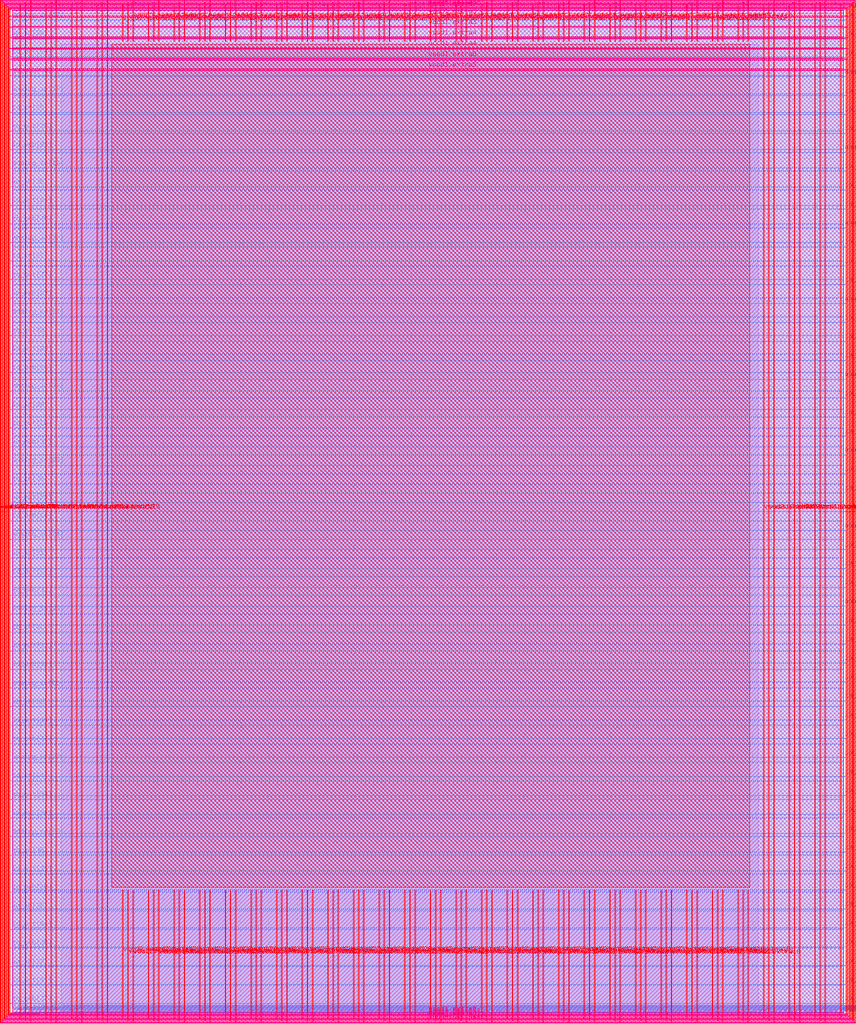
<source format=lef>
VERSION 5.7 ;
  NOWIREEXTENSIONATPIN ON ;
  DIVIDERCHAR "/" ;
  BUSBITCHARS "[]" ;
MACRO user_project_wrapper
  CLASS BLOCK ;
  FOREIGN user_project_wrapper ;
  ORIGIN 0.000 0.000 ;
  SIZE 2920.000 BY 3520.000 ;
  PIN analog_io[0]
    DIRECTION INOUT ;
    USE SIGNAL ;
    PORT
      LAYER met3 ;
        RECT 2917.600 1426.380 2924.800 1427.580 ;
    END
  END analog_io[0]
  PIN analog_io[10]
    DIRECTION INOUT ;
    USE SIGNAL ;
    PORT
      LAYER met2 ;
        RECT 2230.490 3517.600 2231.050 3524.800 ;
    END
  END analog_io[10]
  PIN analog_io[11]
    DIRECTION INOUT ;
    USE SIGNAL ;
    PORT
      LAYER met2 ;
        RECT 1905.730 3517.600 1906.290 3524.800 ;
    END
  END analog_io[11]
  PIN analog_io[12]
    DIRECTION INOUT ;
    USE SIGNAL ;
    PORT
      LAYER met2 ;
        RECT 1581.430 3517.600 1581.990 3524.800 ;
    END
  END analog_io[12]
  PIN analog_io[13]
    DIRECTION INOUT ;
    USE SIGNAL ;
    PORT
      LAYER met2 ;
        RECT 1257.130 3517.600 1257.690 3524.800 ;
    END
  END analog_io[13]
  PIN analog_io[14]
    DIRECTION INOUT ;
    USE SIGNAL ;
    PORT
      LAYER met2 ;
        RECT 932.370 3517.600 932.930 3524.800 ;
    END
  END analog_io[14]
  PIN analog_io[15]
    DIRECTION INOUT ;
    USE SIGNAL ;
    PORT
      LAYER met2 ;
        RECT 608.070 3517.600 608.630 3524.800 ;
    END
  END analog_io[15]
  PIN analog_io[16]
    DIRECTION INOUT ;
    USE SIGNAL ;
    PORT
      LAYER met2 ;
        RECT 283.770 3517.600 284.330 3524.800 ;
    END
  END analog_io[16]
  PIN analog_io[17]
    DIRECTION INOUT ;
    USE SIGNAL ;
    PORT
      LAYER met3 ;
        RECT -4.800 3486.100 2.400 3487.300 ;
    END
  END analog_io[17]
  PIN analog_io[18]
    DIRECTION INOUT ;
    USE SIGNAL ;
    PORT
      LAYER met3 ;
        RECT -4.800 3224.980 2.400 3226.180 ;
    END
  END analog_io[18]
  PIN analog_io[19]
    DIRECTION INOUT ;
    USE SIGNAL ;
    PORT
      LAYER met3 ;
        RECT -4.800 2964.540 2.400 2965.740 ;
    END
  END analog_io[19]
  PIN analog_io[1]
    DIRECTION INOUT ;
    USE SIGNAL ;
    PORT
      LAYER met3 ;
        RECT 2917.600 1692.260 2924.800 1693.460 ;
    END
  END analog_io[1]
  PIN analog_io[20]
    DIRECTION INOUT ;
    USE SIGNAL ;
    PORT
      LAYER met3 ;
        RECT -4.800 2703.420 2.400 2704.620 ;
    END
  END analog_io[20]
  PIN analog_io[21]
    DIRECTION INOUT ;
    USE SIGNAL ;
    PORT
      LAYER met3 ;
        RECT -4.800 2442.980 2.400 2444.180 ;
    END
  END analog_io[21]
  PIN analog_io[22]
    DIRECTION INOUT ;
    USE SIGNAL ;
    PORT
      LAYER met3 ;
        RECT -4.800 2182.540 2.400 2183.740 ;
    END
  END analog_io[22]
  PIN analog_io[23]
    DIRECTION INOUT ;
    USE SIGNAL ;
    PORT
      LAYER met3 ;
        RECT -4.800 1921.420 2.400 1922.620 ;
    END
  END analog_io[23]
  PIN analog_io[24]
    DIRECTION INOUT ;
    USE SIGNAL ;
    PORT
      LAYER met3 ;
        RECT -4.800 1660.980 2.400 1662.180 ;
    END
  END analog_io[24]
  PIN analog_io[25]
    DIRECTION INOUT ;
    USE SIGNAL ;
    PORT
      LAYER met3 ;
        RECT -4.800 1399.860 2.400 1401.060 ;
    END
  END analog_io[25]
  PIN analog_io[26]
    DIRECTION INOUT ;
    USE SIGNAL ;
    PORT
      LAYER met3 ;
        RECT -4.800 1139.420 2.400 1140.620 ;
    END
  END analog_io[26]
  PIN analog_io[27]
    DIRECTION INOUT ;
    USE SIGNAL ;
    PORT
      LAYER met3 ;
        RECT -4.800 878.980 2.400 880.180 ;
    END
  END analog_io[27]
  PIN analog_io[28]
    DIRECTION INOUT ;
    USE SIGNAL ;
    PORT
      LAYER met3 ;
        RECT -4.800 617.860 2.400 619.060 ;
    END
  END analog_io[28]
  PIN analog_io[2]
    DIRECTION INOUT ;
    USE SIGNAL ;
    PORT
      LAYER met3 ;
        RECT 2917.600 1958.140 2924.800 1959.340 ;
    END
  END analog_io[2]
  PIN analog_io[3]
    DIRECTION INOUT ;
    USE SIGNAL ;
    PORT
      LAYER met3 ;
        RECT 2917.600 2223.340 2924.800 2224.540 ;
    END
  END analog_io[3]
  PIN analog_io[4]
    DIRECTION INOUT ;
    USE SIGNAL ;
    PORT
      LAYER met3 ;
        RECT 2917.600 2489.220 2924.800 2490.420 ;
    END
  END analog_io[4]
  PIN analog_io[5]
    DIRECTION INOUT ;
    USE SIGNAL ;
    PORT
      LAYER met3 ;
        RECT 2917.600 2755.100 2924.800 2756.300 ;
    END
  END analog_io[5]
  PIN analog_io[6]
    DIRECTION INOUT ;
    USE SIGNAL ;
    PORT
      LAYER met3 ;
        RECT 2917.600 3020.300 2924.800 3021.500 ;
    END
  END analog_io[6]
  PIN analog_io[7]
    DIRECTION INOUT ;
    USE SIGNAL ;
    PORT
      LAYER met3 ;
        RECT 2917.600 3286.180 2924.800 3287.380 ;
    END
  END analog_io[7]
  PIN analog_io[8]
    DIRECTION INOUT ;
    USE SIGNAL ;
    PORT
      LAYER met2 ;
        RECT 2879.090 3517.600 2879.650 3524.800 ;
    END
  END analog_io[8]
  PIN analog_io[9]
    DIRECTION INOUT ;
    USE SIGNAL ;
    PORT
      LAYER met2 ;
        RECT 2554.790 3517.600 2555.350 3524.800 ;
    END
  END analog_io[9]
  PIN io_in[0]
    DIRECTION INPUT ;
    USE SIGNAL ;
    PORT
      LAYER met3 ;
        RECT 2917.600 32.380 2924.800 33.580 ;
    END
  END io_in[0]
  PIN io_in[10]
    DIRECTION INPUT ;
    USE SIGNAL ;
    PORT
      LAYER met3 ;
        RECT 2917.600 2289.980 2924.800 2291.180 ;
    END
  END io_in[10]
  PIN io_in[11]
    DIRECTION INPUT ;
    USE SIGNAL ;
    PORT
      LAYER met3 ;
        RECT 2917.600 2555.860 2924.800 2557.060 ;
    END
  END io_in[11]
  PIN io_in[12]
    DIRECTION INPUT ;
    USE SIGNAL ;
    PORT
      LAYER met3 ;
        RECT 2917.600 2821.060 2924.800 2822.260 ;
    END
  END io_in[12]
  PIN io_in[13]
    DIRECTION INPUT ;
    USE SIGNAL ;
    PORT
      LAYER met3 ;
        RECT 2917.600 3086.940 2924.800 3088.140 ;
    END
  END io_in[13]
  PIN io_in[14]
    DIRECTION INPUT ;
    USE SIGNAL ;
    PORT
      LAYER met3 ;
        RECT 2917.600 3352.820 2924.800 3354.020 ;
    END
  END io_in[14]
  PIN io_in[15]
    DIRECTION INPUT ;
    USE SIGNAL ;
    PORT
      LAYER met2 ;
        RECT 2798.130 3517.600 2798.690 3524.800 ;
    END
  END io_in[15]
  PIN io_in[16]
    DIRECTION INPUT ;
    USE SIGNAL ;
    PORT
      LAYER met2 ;
        RECT 2473.830 3517.600 2474.390 3524.800 ;
    END
  END io_in[16]
  PIN io_in[17]
    DIRECTION INPUT ;
    USE SIGNAL ;
    PORT
      LAYER met2 ;
        RECT 2149.070 3517.600 2149.630 3524.800 ;
    END
  END io_in[17]
  PIN io_in[18]
    DIRECTION INPUT ;
    USE SIGNAL ;
    PORT
      LAYER met2 ;
        RECT 1824.770 3517.600 1825.330 3524.800 ;
    END
  END io_in[18]
  PIN io_in[19]
    DIRECTION INPUT ;
    USE SIGNAL ;
    PORT
      LAYER met2 ;
        RECT 1500.470 3517.600 1501.030 3524.800 ;
    END
  END io_in[19]
  PIN io_in[1]
    DIRECTION INPUT ;
    USE SIGNAL ;
    PORT
      LAYER met3 ;
        RECT 2917.600 230.940 2924.800 232.140 ;
    END
  END io_in[1]
  PIN io_in[20]
    DIRECTION INPUT ;
    USE SIGNAL ;
    PORT
      LAYER met2 ;
        RECT 1175.710 3517.600 1176.270 3524.800 ;
    END
  END io_in[20]
  PIN io_in[21]
    DIRECTION INPUT ;
    USE SIGNAL ;
    PORT
      LAYER met2 ;
        RECT 851.410 3517.600 851.970 3524.800 ;
    END
  END io_in[21]
  PIN io_in[22]
    DIRECTION INPUT ;
    USE SIGNAL ;
    PORT
      LAYER met2 ;
        RECT 527.110 3517.600 527.670 3524.800 ;
    END
  END io_in[22]
  PIN io_in[23]
    DIRECTION INPUT ;
    USE SIGNAL ;
    PORT
      LAYER met2 ;
        RECT 202.350 3517.600 202.910 3524.800 ;
    END
  END io_in[23]
  PIN io_in[24]
    DIRECTION INPUT ;
    USE SIGNAL ;
    PORT
      LAYER met3 ;
        RECT -4.800 3420.820 2.400 3422.020 ;
    END
  END io_in[24]
  PIN io_in[25]
    DIRECTION INPUT ;
    USE SIGNAL ;
    PORT
      LAYER met3 ;
        RECT -4.800 3159.700 2.400 3160.900 ;
    END
  END io_in[25]
  PIN io_in[26]
    DIRECTION INPUT ;
    USE SIGNAL ;
    PORT
      LAYER met3 ;
        RECT -4.800 2899.260 2.400 2900.460 ;
    END
  END io_in[26]
  PIN io_in[27]
    DIRECTION INPUT ;
    USE SIGNAL ;
    PORT
      LAYER met3 ;
        RECT -4.800 2638.820 2.400 2640.020 ;
    END
  END io_in[27]
  PIN io_in[28]
    DIRECTION INPUT ;
    USE SIGNAL ;
    PORT
      LAYER met3 ;
        RECT -4.800 2377.700 2.400 2378.900 ;
    END
  END io_in[28]
  PIN io_in[29]
    DIRECTION INPUT ;
    USE SIGNAL ;
    PORT
      LAYER met3 ;
        RECT -4.800 2117.260 2.400 2118.460 ;
    END
  END io_in[29]
  PIN io_in[2]
    DIRECTION INPUT ;
    USE SIGNAL ;
    PORT
      LAYER met3 ;
        RECT 2917.600 430.180 2924.800 431.380 ;
    END
  END io_in[2]
  PIN io_in[30]
    DIRECTION INPUT ;
    USE SIGNAL ;
    PORT
      LAYER met3 ;
        RECT -4.800 1856.140 2.400 1857.340 ;
    END
  END io_in[30]
  PIN io_in[31]
    DIRECTION INPUT ;
    USE SIGNAL ;
    PORT
      LAYER met3 ;
        RECT -4.800 1595.700 2.400 1596.900 ;
    END
  END io_in[31]
  PIN io_in[32]
    DIRECTION INPUT ;
    USE SIGNAL ;
    PORT
      LAYER met3 ;
        RECT -4.800 1335.260 2.400 1336.460 ;
    END
  END io_in[32]
  PIN io_in[33]
    DIRECTION INPUT ;
    USE SIGNAL ;
    PORT
      LAYER met3 ;
        RECT -4.800 1074.140 2.400 1075.340 ;
    END
  END io_in[33]
  PIN io_in[34]
    DIRECTION INPUT ;
    USE SIGNAL ;
    PORT
      LAYER met3 ;
        RECT -4.800 813.700 2.400 814.900 ;
    END
  END io_in[34]
  PIN io_in[35]
    DIRECTION INPUT ;
    USE SIGNAL ;
    PORT
      LAYER met3 ;
        RECT -4.800 552.580 2.400 553.780 ;
    END
  END io_in[35]
  PIN io_in[36]
    DIRECTION INPUT ;
    USE SIGNAL ;
    PORT
      LAYER met3 ;
        RECT -4.800 357.420 2.400 358.620 ;
    END
  END io_in[36]
  PIN io_in[37]
    DIRECTION INPUT ;
    USE SIGNAL ;
    PORT
      LAYER met3 ;
        RECT -4.800 161.580 2.400 162.780 ;
    END
  END io_in[37]
  PIN io_in[3]
    DIRECTION INPUT ;
    USE SIGNAL ;
    PORT
      LAYER met3 ;
        RECT 2917.600 629.420 2924.800 630.620 ;
    END
  END io_in[3]
  PIN io_in[4]
    DIRECTION INPUT ;
    USE SIGNAL ;
    PORT
      LAYER met3 ;
        RECT 2917.600 828.660 2924.800 829.860 ;
    END
  END io_in[4]
  PIN io_in[5]
    DIRECTION INPUT ;
    USE SIGNAL ;
    PORT
      LAYER met3 ;
        RECT 2917.600 1027.900 2924.800 1029.100 ;
    END
  END io_in[5]
  PIN io_in[6]
    DIRECTION INPUT ;
    USE SIGNAL ;
    PORT
      LAYER met3 ;
        RECT 2917.600 1227.140 2924.800 1228.340 ;
    END
  END io_in[6]
  PIN io_in[7]
    DIRECTION INPUT ;
    USE SIGNAL ;
    PORT
      LAYER met3 ;
        RECT 2917.600 1493.020 2924.800 1494.220 ;
    END
  END io_in[7]
  PIN io_in[8]
    DIRECTION INPUT ;
    USE SIGNAL ;
    PORT
      LAYER met3 ;
        RECT 2917.600 1758.900 2924.800 1760.100 ;
    END
  END io_in[8]
  PIN io_in[9]
    DIRECTION INPUT ;
    USE SIGNAL ;
    PORT
      LAYER met3 ;
        RECT 2917.600 2024.100 2924.800 2025.300 ;
    END
  END io_in[9]
  PIN io_oeb[0]
    DIRECTION OUTPUT TRISTATE ;
    USE SIGNAL ;
    PORT
      LAYER met3 ;
        RECT 2917.600 164.980 2924.800 166.180 ;
    END
  END io_oeb[0]
  PIN io_oeb[10]
    DIRECTION OUTPUT TRISTATE ;
    USE SIGNAL ;
    PORT
      LAYER met3 ;
        RECT 2917.600 2422.580 2924.800 2423.780 ;
    END
  END io_oeb[10]
  PIN io_oeb[11]
    DIRECTION OUTPUT TRISTATE ;
    USE SIGNAL ;
    PORT
      LAYER met3 ;
        RECT 2917.600 2688.460 2924.800 2689.660 ;
    END
  END io_oeb[11]
  PIN io_oeb[12]
    DIRECTION OUTPUT TRISTATE ;
    USE SIGNAL ;
    PORT
      LAYER met3 ;
        RECT 2917.600 2954.340 2924.800 2955.540 ;
    END
  END io_oeb[12]
  PIN io_oeb[13]
    DIRECTION OUTPUT TRISTATE ;
    USE SIGNAL ;
    PORT
      LAYER met3 ;
        RECT 2917.600 3219.540 2924.800 3220.740 ;
    END
  END io_oeb[13]
  PIN io_oeb[14]
    DIRECTION OUTPUT TRISTATE ;
    USE SIGNAL ;
    PORT
      LAYER met3 ;
        RECT 2917.600 3485.420 2924.800 3486.620 ;
    END
  END io_oeb[14]
  PIN io_oeb[15]
    DIRECTION OUTPUT TRISTATE ;
    USE SIGNAL ;
    PORT
      LAYER met2 ;
        RECT 2635.750 3517.600 2636.310 3524.800 ;
    END
  END io_oeb[15]
  PIN io_oeb[16]
    DIRECTION OUTPUT TRISTATE ;
    USE SIGNAL ;
    PORT
      LAYER met2 ;
        RECT 2311.450 3517.600 2312.010 3524.800 ;
    END
  END io_oeb[16]
  PIN io_oeb[17]
    DIRECTION OUTPUT TRISTATE ;
    USE SIGNAL ;
    PORT
      LAYER met2 ;
        RECT 1987.150 3517.600 1987.710 3524.800 ;
    END
  END io_oeb[17]
  PIN io_oeb[18]
    DIRECTION OUTPUT TRISTATE ;
    USE SIGNAL ;
    PORT
      LAYER met2 ;
        RECT 1662.390 3517.600 1662.950 3524.800 ;
    END
  END io_oeb[18]
  PIN io_oeb[19]
    DIRECTION OUTPUT TRISTATE ;
    USE SIGNAL ;
    PORT
      LAYER met2 ;
        RECT 1338.090 3517.600 1338.650 3524.800 ;
    END
  END io_oeb[19]
  PIN io_oeb[1]
    DIRECTION OUTPUT TRISTATE ;
    USE SIGNAL ;
    PORT
      LAYER met3 ;
        RECT 2917.600 364.220 2924.800 365.420 ;
    END
  END io_oeb[1]
  PIN io_oeb[20]
    DIRECTION OUTPUT TRISTATE ;
    USE SIGNAL ;
    PORT
      LAYER met2 ;
        RECT 1013.790 3517.600 1014.350 3524.800 ;
    END
  END io_oeb[20]
  PIN io_oeb[21]
    DIRECTION OUTPUT TRISTATE ;
    USE SIGNAL ;
    PORT
      LAYER met2 ;
        RECT 689.030 3517.600 689.590 3524.800 ;
    END
  END io_oeb[21]
  PIN io_oeb[22]
    DIRECTION OUTPUT TRISTATE ;
    USE SIGNAL ;
    PORT
      LAYER met2 ;
        RECT 364.730 3517.600 365.290 3524.800 ;
    END
  END io_oeb[22]
  PIN io_oeb[23]
    DIRECTION OUTPUT TRISTATE ;
    USE SIGNAL ;
    PORT
      LAYER met2 ;
        RECT 40.430 3517.600 40.990 3524.800 ;
    END
  END io_oeb[23]
  PIN io_oeb[24]
    DIRECTION OUTPUT TRISTATE ;
    USE SIGNAL ;
    PORT
      LAYER met3 ;
        RECT -4.800 3290.260 2.400 3291.460 ;
    END
  END io_oeb[24]
  PIN io_oeb[25]
    DIRECTION OUTPUT TRISTATE ;
    USE SIGNAL ;
    PORT
      LAYER met3 ;
        RECT -4.800 3029.820 2.400 3031.020 ;
    END
  END io_oeb[25]
  PIN io_oeb[26]
    DIRECTION OUTPUT TRISTATE ;
    USE SIGNAL ;
    PORT
      LAYER met3 ;
        RECT -4.800 2768.700 2.400 2769.900 ;
    END
  END io_oeb[26]
  PIN io_oeb[27]
    DIRECTION OUTPUT TRISTATE ;
    USE SIGNAL ;
    PORT
      LAYER met3 ;
        RECT -4.800 2508.260 2.400 2509.460 ;
    END
  END io_oeb[27]
  PIN io_oeb[28]
    DIRECTION OUTPUT TRISTATE ;
    USE SIGNAL ;
    PORT
      LAYER met3 ;
        RECT -4.800 2247.140 2.400 2248.340 ;
    END
  END io_oeb[28]
  PIN io_oeb[29]
    DIRECTION OUTPUT TRISTATE ;
    USE SIGNAL ;
    PORT
      LAYER met3 ;
        RECT -4.800 1986.700 2.400 1987.900 ;
    END
  END io_oeb[29]
  PIN io_oeb[2]
    DIRECTION OUTPUT TRISTATE ;
    USE SIGNAL ;
    PORT
      LAYER met3 ;
        RECT 2917.600 563.460 2924.800 564.660 ;
    END
  END io_oeb[2]
  PIN io_oeb[30]
    DIRECTION OUTPUT TRISTATE ;
    USE SIGNAL ;
    PORT
      LAYER met3 ;
        RECT -4.800 1726.260 2.400 1727.460 ;
    END
  END io_oeb[30]
  PIN io_oeb[31]
    DIRECTION OUTPUT TRISTATE ;
    USE SIGNAL ;
    PORT
      LAYER met3 ;
        RECT -4.800 1465.140 2.400 1466.340 ;
    END
  END io_oeb[31]
  PIN io_oeb[32]
    DIRECTION OUTPUT TRISTATE ;
    USE SIGNAL ;
    PORT
      LAYER met3 ;
        RECT -4.800 1204.700 2.400 1205.900 ;
    END
  END io_oeb[32]
  PIN io_oeb[33]
    DIRECTION OUTPUT TRISTATE ;
    USE SIGNAL ;
    PORT
      LAYER met3 ;
        RECT -4.800 943.580 2.400 944.780 ;
    END
  END io_oeb[33]
  PIN io_oeb[34]
    DIRECTION OUTPUT TRISTATE ;
    USE SIGNAL ;
    PORT
      LAYER met3 ;
        RECT -4.800 683.140 2.400 684.340 ;
    END
  END io_oeb[34]
  PIN io_oeb[35]
    DIRECTION OUTPUT TRISTATE ;
    USE SIGNAL ;
    PORT
      LAYER met3 ;
        RECT -4.800 422.700 2.400 423.900 ;
    END
  END io_oeb[35]
  PIN io_oeb[36]
    DIRECTION OUTPUT TRISTATE ;
    USE SIGNAL ;
    PORT
      LAYER met3 ;
        RECT -4.800 226.860 2.400 228.060 ;
    END
  END io_oeb[36]
  PIN io_oeb[37]
    DIRECTION OUTPUT TRISTATE ;
    USE SIGNAL ;
    PORT
      LAYER met3 ;
        RECT -4.800 31.700 2.400 32.900 ;
    END
  END io_oeb[37]
  PIN io_oeb[3]
    DIRECTION OUTPUT TRISTATE ;
    USE SIGNAL ;
    PORT
      LAYER met3 ;
        RECT 2917.600 762.700 2924.800 763.900 ;
    END
  END io_oeb[3]
  PIN io_oeb[4]
    DIRECTION OUTPUT TRISTATE ;
    USE SIGNAL ;
    PORT
      LAYER met3 ;
        RECT 2917.600 961.940 2924.800 963.140 ;
    END
  END io_oeb[4]
  PIN io_oeb[5]
    DIRECTION OUTPUT TRISTATE ;
    USE SIGNAL ;
    PORT
      LAYER met3 ;
        RECT 2917.600 1161.180 2924.800 1162.380 ;
    END
  END io_oeb[5]
  PIN io_oeb[6]
    DIRECTION OUTPUT TRISTATE ;
    USE SIGNAL ;
    PORT
      LAYER met3 ;
        RECT 2917.600 1360.420 2924.800 1361.620 ;
    END
  END io_oeb[6]
  PIN io_oeb[7]
    DIRECTION OUTPUT TRISTATE ;
    USE SIGNAL ;
    PORT
      LAYER met3 ;
        RECT 2917.600 1625.620 2924.800 1626.820 ;
    END
  END io_oeb[7]
  PIN io_oeb[8]
    DIRECTION OUTPUT TRISTATE ;
    USE SIGNAL ;
    PORT
      LAYER met3 ;
        RECT 2917.600 1891.500 2924.800 1892.700 ;
    END
  END io_oeb[8]
  PIN io_oeb[9]
    DIRECTION OUTPUT TRISTATE ;
    USE SIGNAL ;
    PORT
      LAYER met3 ;
        RECT 2917.600 2157.380 2924.800 2158.580 ;
    END
  END io_oeb[9]
  PIN io_out[0]
    DIRECTION OUTPUT TRISTATE ;
    USE SIGNAL ;
    PORT
      LAYER met3 ;
        RECT 2917.600 98.340 2924.800 99.540 ;
    END
  END io_out[0]
  PIN io_out[10]
    DIRECTION OUTPUT TRISTATE ;
    USE SIGNAL ;
    PORT
      LAYER met3 ;
        RECT 2917.600 2356.620 2924.800 2357.820 ;
    END
  END io_out[10]
  PIN io_out[11]
    DIRECTION OUTPUT TRISTATE ;
    USE SIGNAL ;
    PORT
      LAYER met3 ;
        RECT 2917.600 2621.820 2924.800 2623.020 ;
    END
  END io_out[11]
  PIN io_out[12]
    DIRECTION OUTPUT TRISTATE ;
    USE SIGNAL ;
    PORT
      LAYER met3 ;
        RECT 2917.600 2887.700 2924.800 2888.900 ;
    END
  END io_out[12]
  PIN io_out[13]
    DIRECTION OUTPUT TRISTATE ;
    USE SIGNAL ;
    PORT
      LAYER met3 ;
        RECT 2917.600 3153.580 2924.800 3154.780 ;
    END
  END io_out[13]
  PIN io_out[14]
    DIRECTION OUTPUT TRISTATE ;
    USE SIGNAL ;
    PORT
      LAYER met3 ;
        RECT 2917.600 3418.780 2924.800 3419.980 ;
    END
  END io_out[14]
  PIN io_out[15]
    DIRECTION OUTPUT TRISTATE ;
    USE SIGNAL ;
    PORT
      LAYER met2 ;
        RECT 2717.170 3517.600 2717.730 3524.800 ;
    END
  END io_out[15]
  PIN io_out[16]
    DIRECTION OUTPUT TRISTATE ;
    USE SIGNAL ;
    PORT
      LAYER met2 ;
        RECT 2392.410 3517.600 2392.970 3524.800 ;
    END
  END io_out[16]
  PIN io_out[17]
    DIRECTION OUTPUT TRISTATE ;
    USE SIGNAL ;
    PORT
      LAYER met2 ;
        RECT 2068.110 3517.600 2068.670 3524.800 ;
    END
  END io_out[17]
  PIN io_out[18]
    DIRECTION OUTPUT TRISTATE ;
    USE SIGNAL ;
    PORT
      LAYER met2 ;
        RECT 1743.810 3517.600 1744.370 3524.800 ;
    END
  END io_out[18]
  PIN io_out[19]
    DIRECTION OUTPUT TRISTATE ;
    USE SIGNAL ;
    PORT
      LAYER met2 ;
        RECT 1419.050 3517.600 1419.610 3524.800 ;
    END
  END io_out[19]
  PIN io_out[1]
    DIRECTION OUTPUT TRISTATE ;
    USE SIGNAL ;
    PORT
      LAYER met3 ;
        RECT 2917.600 297.580 2924.800 298.780 ;
    END
  END io_out[1]
  PIN io_out[20]
    DIRECTION OUTPUT TRISTATE ;
    USE SIGNAL ;
    PORT
      LAYER met2 ;
        RECT 1094.750 3517.600 1095.310 3524.800 ;
    END
  END io_out[20]
  PIN io_out[21]
    DIRECTION OUTPUT TRISTATE ;
    USE SIGNAL ;
    PORT
      LAYER met2 ;
        RECT 770.450 3517.600 771.010 3524.800 ;
    END
  END io_out[21]
  PIN io_out[22]
    DIRECTION OUTPUT TRISTATE ;
    USE SIGNAL ;
    PORT
      LAYER met2 ;
        RECT 445.690 3517.600 446.250 3524.800 ;
    END
  END io_out[22]
  PIN io_out[23]
    DIRECTION OUTPUT TRISTATE ;
    USE SIGNAL ;
    PORT
      LAYER met2 ;
        RECT 121.390 3517.600 121.950 3524.800 ;
    END
  END io_out[23]
  PIN io_out[24]
    DIRECTION OUTPUT TRISTATE ;
    USE SIGNAL ;
    PORT
      LAYER met3 ;
        RECT -4.800 3355.540 2.400 3356.740 ;
    END
  END io_out[24]
  PIN io_out[25]
    DIRECTION OUTPUT TRISTATE ;
    USE SIGNAL ;
    PORT
      LAYER met3 ;
        RECT -4.800 3095.100 2.400 3096.300 ;
    END
  END io_out[25]
  PIN io_out[26]
    DIRECTION OUTPUT TRISTATE ;
    USE SIGNAL ;
    PORT
      LAYER met3 ;
        RECT -4.800 2833.980 2.400 2835.180 ;
    END
  END io_out[26]
  PIN io_out[27]
    DIRECTION OUTPUT TRISTATE ;
    USE SIGNAL ;
    PORT
      LAYER met3 ;
        RECT -4.800 2573.540 2.400 2574.740 ;
    END
  END io_out[27]
  PIN io_out[28]
    DIRECTION OUTPUT TRISTATE ;
    USE SIGNAL ;
    PORT
      LAYER met3 ;
        RECT -4.800 2312.420 2.400 2313.620 ;
    END
  END io_out[28]
  PIN io_out[29]
    DIRECTION OUTPUT TRISTATE ;
    USE SIGNAL ;
    PORT
      LAYER met3 ;
        RECT -4.800 2051.980 2.400 2053.180 ;
    END
  END io_out[29]
  PIN io_out[2]
    DIRECTION OUTPUT TRISTATE ;
    USE SIGNAL ;
    PORT
      LAYER met3 ;
        RECT 2917.600 496.820 2924.800 498.020 ;
    END
  END io_out[2]
  PIN io_out[30]
    DIRECTION OUTPUT TRISTATE ;
    USE SIGNAL ;
    PORT
      LAYER met3 ;
        RECT -4.800 1791.540 2.400 1792.740 ;
    END
  END io_out[30]
  PIN io_out[31]
    DIRECTION OUTPUT TRISTATE ;
    USE SIGNAL ;
    PORT
      LAYER met3 ;
        RECT -4.800 1530.420 2.400 1531.620 ;
    END
  END io_out[31]
  PIN io_out[32]
    DIRECTION OUTPUT TRISTATE ;
    USE SIGNAL ;
    PORT
      LAYER met3 ;
        RECT -4.800 1269.980 2.400 1271.180 ;
    END
  END io_out[32]
  PIN io_out[33]
    DIRECTION OUTPUT TRISTATE ;
    USE SIGNAL ;
    PORT
      LAYER met3 ;
        RECT -4.800 1008.860 2.400 1010.060 ;
    END
  END io_out[33]
  PIN io_out[34]
    DIRECTION OUTPUT TRISTATE ;
    USE SIGNAL ;
    PORT
      LAYER met3 ;
        RECT -4.800 748.420 2.400 749.620 ;
    END
  END io_out[34]
  PIN io_out[35]
    DIRECTION OUTPUT TRISTATE ;
    USE SIGNAL ;
    PORT
      LAYER met3 ;
        RECT -4.800 487.300 2.400 488.500 ;
    END
  END io_out[35]
  PIN io_out[36]
    DIRECTION OUTPUT TRISTATE ;
    USE SIGNAL ;
    PORT
      LAYER met3 ;
        RECT -4.800 292.140 2.400 293.340 ;
    END
  END io_out[36]
  PIN io_out[37]
    DIRECTION OUTPUT TRISTATE ;
    USE SIGNAL ;
    PORT
      LAYER met3 ;
        RECT -4.800 96.300 2.400 97.500 ;
    END
  END io_out[37]
  PIN io_out[3]
    DIRECTION OUTPUT TRISTATE ;
    USE SIGNAL ;
    PORT
      LAYER met3 ;
        RECT 2917.600 696.060 2924.800 697.260 ;
    END
  END io_out[3]
  PIN io_out[4]
    DIRECTION OUTPUT TRISTATE ;
    USE SIGNAL ;
    PORT
      LAYER met3 ;
        RECT 2917.600 895.300 2924.800 896.500 ;
    END
  END io_out[4]
  PIN io_out[5]
    DIRECTION OUTPUT TRISTATE ;
    USE SIGNAL ;
    PORT
      LAYER met3 ;
        RECT 2917.600 1094.540 2924.800 1095.740 ;
    END
  END io_out[5]
  PIN io_out[6]
    DIRECTION OUTPUT TRISTATE ;
    USE SIGNAL ;
    PORT
      LAYER met3 ;
        RECT 2917.600 1293.780 2924.800 1294.980 ;
    END
  END io_out[6]
  PIN io_out[7]
    DIRECTION OUTPUT TRISTATE ;
    USE SIGNAL ;
    PORT
      LAYER met3 ;
        RECT 2917.600 1559.660 2924.800 1560.860 ;
    END
  END io_out[7]
  PIN io_out[8]
    DIRECTION OUTPUT TRISTATE ;
    USE SIGNAL ;
    PORT
      LAYER met3 ;
        RECT 2917.600 1824.860 2924.800 1826.060 ;
    END
  END io_out[8]
  PIN io_out[9]
    DIRECTION OUTPUT TRISTATE ;
    USE SIGNAL ;
    PORT
      LAYER met3 ;
        RECT 2917.600 2090.740 2924.800 2091.940 ;
    END
  END io_out[9]
  PIN la_data_in[0]
    DIRECTION INPUT ;
    USE SIGNAL ;
    PORT
      LAYER met2 ;
        RECT 629.230 -4.800 629.790 2.400 ;
    END
  END la_data_in[0]
  PIN la_data_in[100]
    DIRECTION INPUT ;
    USE SIGNAL ;
    PORT
      LAYER met2 ;
        RECT 2402.530 -4.800 2403.090 2.400 ;
    END
  END la_data_in[100]
  PIN la_data_in[101]
    DIRECTION INPUT ;
    USE SIGNAL ;
    PORT
      LAYER met2 ;
        RECT 2420.010 -4.800 2420.570 2.400 ;
    END
  END la_data_in[101]
  PIN la_data_in[102]
    DIRECTION INPUT ;
    USE SIGNAL ;
    PORT
      LAYER met2 ;
        RECT 2437.950 -4.800 2438.510 2.400 ;
    END
  END la_data_in[102]
  PIN la_data_in[103]
    DIRECTION INPUT ;
    USE SIGNAL ;
    PORT
      LAYER met2 ;
        RECT 2455.430 -4.800 2455.990 2.400 ;
    END
  END la_data_in[103]
  PIN la_data_in[104]
    DIRECTION INPUT ;
    USE SIGNAL ;
    PORT
      LAYER met2 ;
        RECT 2473.370 -4.800 2473.930 2.400 ;
    END
  END la_data_in[104]
  PIN la_data_in[105]
    DIRECTION INPUT ;
    USE SIGNAL ;
    PORT
      LAYER met2 ;
        RECT 2490.850 -4.800 2491.410 2.400 ;
    END
  END la_data_in[105]
  PIN la_data_in[106]
    DIRECTION INPUT ;
    USE SIGNAL ;
    PORT
      LAYER met2 ;
        RECT 2508.790 -4.800 2509.350 2.400 ;
    END
  END la_data_in[106]
  PIN la_data_in[107]
    DIRECTION INPUT ;
    USE SIGNAL ;
    PORT
      LAYER met2 ;
        RECT 2526.730 -4.800 2527.290 2.400 ;
    END
  END la_data_in[107]
  PIN la_data_in[108]
    DIRECTION INPUT ;
    USE SIGNAL ;
    PORT
      LAYER met2 ;
        RECT 2544.210 -4.800 2544.770 2.400 ;
    END
  END la_data_in[108]
  PIN la_data_in[109]
    DIRECTION INPUT ;
    USE SIGNAL ;
    PORT
      LAYER met2 ;
        RECT 2562.150 -4.800 2562.710 2.400 ;
    END
  END la_data_in[109]
  PIN la_data_in[10]
    DIRECTION INPUT ;
    USE SIGNAL ;
    PORT
      LAYER met2 ;
        RECT 806.330 -4.800 806.890 2.400 ;
    END
  END la_data_in[10]
  PIN la_data_in[110]
    DIRECTION INPUT ;
    USE SIGNAL ;
    PORT
      LAYER met2 ;
        RECT 2579.630 -4.800 2580.190 2.400 ;
    END
  END la_data_in[110]
  PIN la_data_in[111]
    DIRECTION INPUT ;
    USE SIGNAL ;
    PORT
      LAYER met2 ;
        RECT 2597.570 -4.800 2598.130 2.400 ;
    END
  END la_data_in[111]
  PIN la_data_in[112]
    DIRECTION INPUT ;
    USE SIGNAL ;
    PORT
      LAYER met2 ;
        RECT 2615.050 -4.800 2615.610 2.400 ;
    END
  END la_data_in[112]
  PIN la_data_in[113]
    DIRECTION INPUT ;
    USE SIGNAL ;
    PORT
      LAYER met2 ;
        RECT 2632.990 -4.800 2633.550 2.400 ;
    END
  END la_data_in[113]
  PIN la_data_in[114]
    DIRECTION INPUT ;
    USE SIGNAL ;
    PORT
      LAYER met2 ;
        RECT 2650.470 -4.800 2651.030 2.400 ;
    END
  END la_data_in[114]
  PIN la_data_in[115]
    DIRECTION INPUT ;
    USE SIGNAL ;
    PORT
      LAYER met2 ;
        RECT 2668.410 -4.800 2668.970 2.400 ;
    END
  END la_data_in[115]
  PIN la_data_in[116]
    DIRECTION INPUT ;
    USE SIGNAL ;
    PORT
      LAYER met2 ;
        RECT 2685.890 -4.800 2686.450 2.400 ;
    END
  END la_data_in[116]
  PIN la_data_in[117]
    DIRECTION INPUT ;
    USE SIGNAL ;
    PORT
      LAYER met2 ;
        RECT 2703.830 -4.800 2704.390 2.400 ;
    END
  END la_data_in[117]
  PIN la_data_in[118]
    DIRECTION INPUT ;
    USE SIGNAL ;
    PORT
      LAYER met2 ;
        RECT 2721.770 -4.800 2722.330 2.400 ;
    END
  END la_data_in[118]
  PIN la_data_in[119]
    DIRECTION INPUT ;
    USE SIGNAL ;
    PORT
      LAYER met2 ;
        RECT 2739.250 -4.800 2739.810 2.400 ;
    END
  END la_data_in[119]
  PIN la_data_in[11]
    DIRECTION INPUT ;
    USE SIGNAL ;
    PORT
      LAYER met2 ;
        RECT 824.270 -4.800 824.830 2.400 ;
    END
  END la_data_in[11]
  PIN la_data_in[120]
    DIRECTION INPUT ;
    USE SIGNAL ;
    PORT
      LAYER met2 ;
        RECT 2757.190 -4.800 2757.750 2.400 ;
    END
  END la_data_in[120]
  PIN la_data_in[121]
    DIRECTION INPUT ;
    USE SIGNAL ;
    PORT
      LAYER met2 ;
        RECT 2774.670 -4.800 2775.230 2.400 ;
    END
  END la_data_in[121]
  PIN la_data_in[122]
    DIRECTION INPUT ;
    USE SIGNAL ;
    PORT
      LAYER met2 ;
        RECT 2792.610 -4.800 2793.170 2.400 ;
    END
  END la_data_in[122]
  PIN la_data_in[123]
    DIRECTION INPUT ;
    USE SIGNAL ;
    PORT
      LAYER met2 ;
        RECT 2810.090 -4.800 2810.650 2.400 ;
    END
  END la_data_in[123]
  PIN la_data_in[124]
    DIRECTION INPUT ;
    USE SIGNAL ;
    PORT
      LAYER met2 ;
        RECT 2828.030 -4.800 2828.590 2.400 ;
    END
  END la_data_in[124]
  PIN la_data_in[125]
    DIRECTION INPUT ;
    USE SIGNAL ;
    PORT
      LAYER met2 ;
        RECT 2845.510 -4.800 2846.070 2.400 ;
    END
  END la_data_in[125]
  PIN la_data_in[126]
    DIRECTION INPUT ;
    USE SIGNAL ;
    PORT
      LAYER met2 ;
        RECT 2863.450 -4.800 2864.010 2.400 ;
    END
  END la_data_in[126]
  PIN la_data_in[127]
    DIRECTION INPUT ;
    USE SIGNAL ;
    PORT
      LAYER met2 ;
        RECT 2881.390 -4.800 2881.950 2.400 ;
    END
  END la_data_in[127]
  PIN la_data_in[12]
    DIRECTION INPUT ;
    USE SIGNAL ;
    PORT
      LAYER met2 ;
        RECT 841.750 -4.800 842.310 2.400 ;
    END
  END la_data_in[12]
  PIN la_data_in[13]
    DIRECTION INPUT ;
    USE SIGNAL ;
    PORT
      LAYER met2 ;
        RECT 859.690 -4.800 860.250 2.400 ;
    END
  END la_data_in[13]
  PIN la_data_in[14]
    DIRECTION INPUT ;
    USE SIGNAL ;
    PORT
      LAYER met2 ;
        RECT 877.170 -4.800 877.730 2.400 ;
    END
  END la_data_in[14]
  PIN la_data_in[15]
    DIRECTION INPUT ;
    USE SIGNAL ;
    PORT
      LAYER met2 ;
        RECT 895.110 -4.800 895.670 2.400 ;
    END
  END la_data_in[15]
  PIN la_data_in[16]
    DIRECTION INPUT ;
    USE SIGNAL ;
    PORT
      LAYER met2 ;
        RECT 912.590 -4.800 913.150 2.400 ;
    END
  END la_data_in[16]
  PIN la_data_in[17]
    DIRECTION INPUT ;
    USE SIGNAL ;
    PORT
      LAYER met2 ;
        RECT 930.530 -4.800 931.090 2.400 ;
    END
  END la_data_in[17]
  PIN la_data_in[18]
    DIRECTION INPUT ;
    USE SIGNAL ;
    PORT
      LAYER met2 ;
        RECT 948.470 -4.800 949.030 2.400 ;
    END
  END la_data_in[18]
  PIN la_data_in[19]
    DIRECTION INPUT ;
    USE SIGNAL ;
    PORT
      LAYER met2 ;
        RECT 965.950 -4.800 966.510 2.400 ;
    END
  END la_data_in[19]
  PIN la_data_in[1]
    DIRECTION INPUT ;
    USE SIGNAL ;
    PORT
      LAYER met2 ;
        RECT 646.710 -4.800 647.270 2.400 ;
    END
  END la_data_in[1]
  PIN la_data_in[20]
    DIRECTION INPUT ;
    USE SIGNAL ;
    PORT
      LAYER met2 ;
        RECT 983.890 -4.800 984.450 2.400 ;
    END
  END la_data_in[20]
  PIN la_data_in[21]
    DIRECTION INPUT ;
    USE SIGNAL ;
    PORT
      LAYER met2 ;
        RECT 1001.370 -4.800 1001.930 2.400 ;
    END
  END la_data_in[21]
  PIN la_data_in[22]
    DIRECTION INPUT ;
    USE SIGNAL ;
    PORT
      LAYER met2 ;
        RECT 1019.310 -4.800 1019.870 2.400 ;
    END
  END la_data_in[22]
  PIN la_data_in[23]
    DIRECTION INPUT ;
    USE SIGNAL ;
    PORT
      LAYER met2 ;
        RECT 1036.790 -4.800 1037.350 2.400 ;
    END
  END la_data_in[23]
  PIN la_data_in[24]
    DIRECTION INPUT ;
    USE SIGNAL ;
    PORT
      LAYER met2 ;
        RECT 1054.730 -4.800 1055.290 2.400 ;
    END
  END la_data_in[24]
  PIN la_data_in[25]
    DIRECTION INPUT ;
    USE SIGNAL ;
    PORT
      LAYER met2 ;
        RECT 1072.210 -4.800 1072.770 2.400 ;
    END
  END la_data_in[25]
  PIN la_data_in[26]
    DIRECTION INPUT ;
    USE SIGNAL ;
    PORT
      LAYER met2 ;
        RECT 1090.150 -4.800 1090.710 2.400 ;
    END
  END la_data_in[26]
  PIN la_data_in[27]
    DIRECTION INPUT ;
    USE SIGNAL ;
    PORT
      LAYER met2 ;
        RECT 1107.630 -4.800 1108.190 2.400 ;
    END
  END la_data_in[27]
  PIN la_data_in[28]
    DIRECTION INPUT ;
    USE SIGNAL ;
    PORT
      LAYER met2 ;
        RECT 1125.570 -4.800 1126.130 2.400 ;
    END
  END la_data_in[28]
  PIN la_data_in[29]
    DIRECTION INPUT ;
    USE SIGNAL ;
    PORT
      LAYER met2 ;
        RECT 1143.510 -4.800 1144.070 2.400 ;
    END
  END la_data_in[29]
  PIN la_data_in[2]
    DIRECTION INPUT ;
    USE SIGNAL ;
    PORT
      LAYER met2 ;
        RECT 664.650 -4.800 665.210 2.400 ;
    END
  END la_data_in[2]
  PIN la_data_in[30]
    DIRECTION INPUT ;
    USE SIGNAL ;
    PORT
      LAYER met2 ;
        RECT 1160.990 -4.800 1161.550 2.400 ;
    END
  END la_data_in[30]
  PIN la_data_in[31]
    DIRECTION INPUT ;
    USE SIGNAL ;
    PORT
      LAYER met2 ;
        RECT 1178.930 -4.800 1179.490 2.400 ;
    END
  END la_data_in[31]
  PIN la_data_in[32]
    DIRECTION INPUT ;
    USE SIGNAL ;
    PORT
      LAYER met2 ;
        RECT 1196.410 -4.800 1196.970 2.400 ;
    END
  END la_data_in[32]
  PIN la_data_in[33]
    DIRECTION INPUT ;
    USE SIGNAL ;
    PORT
      LAYER met2 ;
        RECT 1214.350 -4.800 1214.910 2.400 ;
    END
  END la_data_in[33]
  PIN la_data_in[34]
    DIRECTION INPUT ;
    USE SIGNAL ;
    PORT
      LAYER met2 ;
        RECT 1231.830 -4.800 1232.390 2.400 ;
    END
  END la_data_in[34]
  PIN la_data_in[35]
    DIRECTION INPUT ;
    USE SIGNAL ;
    PORT
      LAYER met2 ;
        RECT 1249.770 -4.800 1250.330 2.400 ;
    END
  END la_data_in[35]
  PIN la_data_in[36]
    DIRECTION INPUT ;
    USE SIGNAL ;
    PORT
      LAYER met2 ;
        RECT 1267.250 -4.800 1267.810 2.400 ;
    END
  END la_data_in[36]
  PIN la_data_in[37]
    DIRECTION INPUT ;
    USE SIGNAL ;
    PORT
      LAYER met2 ;
        RECT 1285.190 -4.800 1285.750 2.400 ;
    END
  END la_data_in[37]
  PIN la_data_in[38]
    DIRECTION INPUT ;
    USE SIGNAL ;
    PORT
      LAYER met2 ;
        RECT 1303.130 -4.800 1303.690 2.400 ;
    END
  END la_data_in[38]
  PIN la_data_in[39]
    DIRECTION INPUT ;
    USE SIGNAL ;
    PORT
      LAYER met2 ;
        RECT 1320.610 -4.800 1321.170 2.400 ;
    END
  END la_data_in[39]
  PIN la_data_in[3]
    DIRECTION INPUT ;
    USE SIGNAL ;
    PORT
      LAYER met2 ;
        RECT 682.130 -4.800 682.690 2.400 ;
    END
  END la_data_in[3]
  PIN la_data_in[40]
    DIRECTION INPUT ;
    USE SIGNAL ;
    PORT
      LAYER met2 ;
        RECT 1338.550 -4.800 1339.110 2.400 ;
    END
  END la_data_in[40]
  PIN la_data_in[41]
    DIRECTION INPUT ;
    USE SIGNAL ;
    PORT
      LAYER met2 ;
        RECT 1356.030 -4.800 1356.590 2.400 ;
    END
  END la_data_in[41]
  PIN la_data_in[42]
    DIRECTION INPUT ;
    USE SIGNAL ;
    PORT
      LAYER met2 ;
        RECT 1373.970 -4.800 1374.530 2.400 ;
    END
  END la_data_in[42]
  PIN la_data_in[43]
    DIRECTION INPUT ;
    USE SIGNAL ;
    PORT
      LAYER met2 ;
        RECT 1391.450 -4.800 1392.010 2.400 ;
    END
  END la_data_in[43]
  PIN la_data_in[44]
    DIRECTION INPUT ;
    USE SIGNAL ;
    PORT
      LAYER met2 ;
        RECT 1409.390 -4.800 1409.950 2.400 ;
    END
  END la_data_in[44]
  PIN la_data_in[45]
    DIRECTION INPUT ;
    USE SIGNAL ;
    PORT
      LAYER met2 ;
        RECT 1426.870 -4.800 1427.430 2.400 ;
    END
  END la_data_in[45]
  PIN la_data_in[46]
    DIRECTION INPUT ;
    USE SIGNAL ;
    PORT
      LAYER met2 ;
        RECT 1444.810 -4.800 1445.370 2.400 ;
    END
  END la_data_in[46]
  PIN la_data_in[47]
    DIRECTION INPUT ;
    USE SIGNAL ;
    PORT
      LAYER met2 ;
        RECT 1462.750 -4.800 1463.310 2.400 ;
    END
  END la_data_in[47]
  PIN la_data_in[48]
    DIRECTION INPUT ;
    USE SIGNAL ;
    PORT
      LAYER met2 ;
        RECT 1480.230 -4.800 1480.790 2.400 ;
    END
  END la_data_in[48]
  PIN la_data_in[49]
    DIRECTION INPUT ;
    USE SIGNAL ;
    PORT
      LAYER met2 ;
        RECT 1498.170 -4.800 1498.730 2.400 ;
    END
  END la_data_in[49]
  PIN la_data_in[4]
    DIRECTION INPUT ;
    USE SIGNAL ;
    PORT
      LAYER met2 ;
        RECT 700.070 -4.800 700.630 2.400 ;
    END
  END la_data_in[4]
  PIN la_data_in[50]
    DIRECTION INPUT ;
    USE SIGNAL ;
    PORT
      LAYER met2 ;
        RECT 1515.650 -4.800 1516.210 2.400 ;
    END
  END la_data_in[50]
  PIN la_data_in[51]
    DIRECTION INPUT ;
    USE SIGNAL ;
    PORT
      LAYER met2 ;
        RECT 1533.590 -4.800 1534.150 2.400 ;
    END
  END la_data_in[51]
  PIN la_data_in[52]
    DIRECTION INPUT ;
    USE SIGNAL ;
    PORT
      LAYER met2 ;
        RECT 1551.070 -4.800 1551.630 2.400 ;
    END
  END la_data_in[52]
  PIN la_data_in[53]
    DIRECTION INPUT ;
    USE SIGNAL ;
    PORT
      LAYER met2 ;
        RECT 1569.010 -4.800 1569.570 2.400 ;
    END
  END la_data_in[53]
  PIN la_data_in[54]
    DIRECTION INPUT ;
    USE SIGNAL ;
    PORT
      LAYER met2 ;
        RECT 1586.490 -4.800 1587.050 2.400 ;
    END
  END la_data_in[54]
  PIN la_data_in[55]
    DIRECTION INPUT ;
    USE SIGNAL ;
    PORT
      LAYER met2 ;
        RECT 1604.430 -4.800 1604.990 2.400 ;
    END
  END la_data_in[55]
  PIN la_data_in[56]
    DIRECTION INPUT ;
    USE SIGNAL ;
    PORT
      LAYER met2 ;
        RECT 1621.910 -4.800 1622.470 2.400 ;
    END
  END la_data_in[56]
  PIN la_data_in[57]
    DIRECTION INPUT ;
    USE SIGNAL ;
    PORT
      LAYER met2 ;
        RECT 1639.850 -4.800 1640.410 2.400 ;
    END
  END la_data_in[57]
  PIN la_data_in[58]
    DIRECTION INPUT ;
    USE SIGNAL ;
    PORT
      LAYER met2 ;
        RECT 1657.790 -4.800 1658.350 2.400 ;
    END
  END la_data_in[58]
  PIN la_data_in[59]
    DIRECTION INPUT ;
    USE SIGNAL ;
    PORT
      LAYER met2 ;
        RECT 1675.270 -4.800 1675.830 2.400 ;
    END
  END la_data_in[59]
  PIN la_data_in[5]
    DIRECTION INPUT ;
    USE SIGNAL ;
    PORT
      LAYER met2 ;
        RECT 717.550 -4.800 718.110 2.400 ;
    END
  END la_data_in[5]
  PIN la_data_in[60]
    DIRECTION INPUT ;
    USE SIGNAL ;
    PORT
      LAYER met2 ;
        RECT 1693.210 -4.800 1693.770 2.400 ;
    END
  END la_data_in[60]
  PIN la_data_in[61]
    DIRECTION INPUT ;
    USE SIGNAL ;
    PORT
      LAYER met2 ;
        RECT 1710.690 -4.800 1711.250 2.400 ;
    END
  END la_data_in[61]
  PIN la_data_in[62]
    DIRECTION INPUT ;
    USE SIGNAL ;
    PORT
      LAYER met2 ;
        RECT 1728.630 -4.800 1729.190 2.400 ;
    END
  END la_data_in[62]
  PIN la_data_in[63]
    DIRECTION INPUT ;
    USE SIGNAL ;
    PORT
      LAYER met2 ;
        RECT 1746.110 -4.800 1746.670 2.400 ;
    END
  END la_data_in[63]
  PIN la_data_in[64]
    DIRECTION INPUT ;
    USE SIGNAL ;
    PORT
      LAYER met2 ;
        RECT 1764.050 -4.800 1764.610 2.400 ;
    END
  END la_data_in[64]
  PIN la_data_in[65]
    DIRECTION INPUT ;
    USE SIGNAL ;
    PORT
      LAYER met2 ;
        RECT 1781.530 -4.800 1782.090 2.400 ;
    END
  END la_data_in[65]
  PIN la_data_in[66]
    DIRECTION INPUT ;
    USE SIGNAL ;
    PORT
      LAYER met2 ;
        RECT 1799.470 -4.800 1800.030 2.400 ;
    END
  END la_data_in[66]
  PIN la_data_in[67]
    DIRECTION INPUT ;
    USE SIGNAL ;
    PORT
      LAYER met2 ;
        RECT 1817.410 -4.800 1817.970 2.400 ;
    END
  END la_data_in[67]
  PIN la_data_in[68]
    DIRECTION INPUT ;
    USE SIGNAL ;
    PORT
      LAYER met2 ;
        RECT 1834.890 -4.800 1835.450 2.400 ;
    END
  END la_data_in[68]
  PIN la_data_in[69]
    DIRECTION INPUT ;
    USE SIGNAL ;
    PORT
      LAYER met2 ;
        RECT 1852.830 -4.800 1853.390 2.400 ;
    END
  END la_data_in[69]
  PIN la_data_in[6]
    DIRECTION INPUT ;
    USE SIGNAL ;
    PORT
      LAYER met2 ;
        RECT 735.490 -4.800 736.050 2.400 ;
    END
  END la_data_in[6]
  PIN la_data_in[70]
    DIRECTION INPUT ;
    USE SIGNAL ;
    PORT
      LAYER met2 ;
        RECT 1870.310 -4.800 1870.870 2.400 ;
    END
  END la_data_in[70]
  PIN la_data_in[71]
    DIRECTION INPUT ;
    USE SIGNAL ;
    PORT
      LAYER met2 ;
        RECT 1888.250 -4.800 1888.810 2.400 ;
    END
  END la_data_in[71]
  PIN la_data_in[72]
    DIRECTION INPUT ;
    USE SIGNAL ;
    PORT
      LAYER met2 ;
        RECT 1905.730 -4.800 1906.290 2.400 ;
    END
  END la_data_in[72]
  PIN la_data_in[73]
    DIRECTION INPUT ;
    USE SIGNAL ;
    PORT
      LAYER met2 ;
        RECT 1923.670 -4.800 1924.230 2.400 ;
    END
  END la_data_in[73]
  PIN la_data_in[74]
    DIRECTION INPUT ;
    USE SIGNAL ;
    PORT
      LAYER met2 ;
        RECT 1941.150 -4.800 1941.710 2.400 ;
    END
  END la_data_in[74]
  PIN la_data_in[75]
    DIRECTION INPUT ;
    USE SIGNAL ;
    PORT
      LAYER met2 ;
        RECT 1959.090 -4.800 1959.650 2.400 ;
    END
  END la_data_in[75]
  PIN la_data_in[76]
    DIRECTION INPUT ;
    USE SIGNAL ;
    PORT
      LAYER met2 ;
        RECT 1976.570 -4.800 1977.130 2.400 ;
    END
  END la_data_in[76]
  PIN la_data_in[77]
    DIRECTION INPUT ;
    USE SIGNAL ;
    PORT
      LAYER met2 ;
        RECT 1994.510 -4.800 1995.070 2.400 ;
    END
  END la_data_in[77]
  PIN la_data_in[78]
    DIRECTION INPUT ;
    USE SIGNAL ;
    PORT
      LAYER met2 ;
        RECT 2012.450 -4.800 2013.010 2.400 ;
    END
  END la_data_in[78]
  PIN la_data_in[79]
    DIRECTION INPUT ;
    USE SIGNAL ;
    PORT
      LAYER met2 ;
        RECT 2029.930 -4.800 2030.490 2.400 ;
    END
  END la_data_in[79]
  PIN la_data_in[7]
    DIRECTION INPUT ;
    USE SIGNAL ;
    PORT
      LAYER met2 ;
        RECT 752.970 -4.800 753.530 2.400 ;
    END
  END la_data_in[7]
  PIN la_data_in[80]
    DIRECTION INPUT ;
    USE SIGNAL ;
    PORT
      LAYER met2 ;
        RECT 2047.870 -4.800 2048.430 2.400 ;
    END
  END la_data_in[80]
  PIN la_data_in[81]
    DIRECTION INPUT ;
    USE SIGNAL ;
    PORT
      LAYER met2 ;
        RECT 2065.350 -4.800 2065.910 2.400 ;
    END
  END la_data_in[81]
  PIN la_data_in[82]
    DIRECTION INPUT ;
    USE SIGNAL ;
    PORT
      LAYER met2 ;
        RECT 2083.290 -4.800 2083.850 2.400 ;
    END
  END la_data_in[82]
  PIN la_data_in[83]
    DIRECTION INPUT ;
    USE SIGNAL ;
    PORT
      LAYER met2 ;
        RECT 2100.770 -4.800 2101.330 2.400 ;
    END
  END la_data_in[83]
  PIN la_data_in[84]
    DIRECTION INPUT ;
    USE SIGNAL ;
    PORT
      LAYER met2 ;
        RECT 2118.710 -4.800 2119.270 2.400 ;
    END
  END la_data_in[84]
  PIN la_data_in[85]
    DIRECTION INPUT ;
    USE SIGNAL ;
    PORT
      LAYER met2 ;
        RECT 2136.190 -4.800 2136.750 2.400 ;
    END
  END la_data_in[85]
  PIN la_data_in[86]
    DIRECTION INPUT ;
    USE SIGNAL ;
    PORT
      LAYER met2 ;
        RECT 2154.130 -4.800 2154.690 2.400 ;
    END
  END la_data_in[86]
  PIN la_data_in[87]
    DIRECTION INPUT ;
    USE SIGNAL ;
    PORT
      LAYER met2 ;
        RECT 2172.070 -4.800 2172.630 2.400 ;
    END
  END la_data_in[87]
  PIN la_data_in[88]
    DIRECTION INPUT ;
    USE SIGNAL ;
    PORT
      LAYER met2 ;
        RECT 2189.550 -4.800 2190.110 2.400 ;
    END
  END la_data_in[88]
  PIN la_data_in[89]
    DIRECTION INPUT ;
    USE SIGNAL ;
    PORT
      LAYER met2 ;
        RECT 2207.490 -4.800 2208.050 2.400 ;
    END
  END la_data_in[89]
  PIN la_data_in[8]
    DIRECTION INPUT ;
    USE SIGNAL ;
    PORT
      LAYER met2 ;
        RECT 770.910 -4.800 771.470 2.400 ;
    END
  END la_data_in[8]
  PIN la_data_in[90]
    DIRECTION INPUT ;
    USE SIGNAL ;
    PORT
      LAYER met2 ;
        RECT 2224.970 -4.800 2225.530 2.400 ;
    END
  END la_data_in[90]
  PIN la_data_in[91]
    DIRECTION INPUT ;
    USE SIGNAL ;
    PORT
      LAYER met2 ;
        RECT 2242.910 -4.800 2243.470 2.400 ;
    END
  END la_data_in[91]
  PIN la_data_in[92]
    DIRECTION INPUT ;
    USE SIGNAL ;
    PORT
      LAYER met2 ;
        RECT 2260.390 -4.800 2260.950 2.400 ;
    END
  END la_data_in[92]
  PIN la_data_in[93]
    DIRECTION INPUT ;
    USE SIGNAL ;
    PORT
      LAYER met2 ;
        RECT 2278.330 -4.800 2278.890 2.400 ;
    END
  END la_data_in[93]
  PIN la_data_in[94]
    DIRECTION INPUT ;
    USE SIGNAL ;
    PORT
      LAYER met2 ;
        RECT 2295.810 -4.800 2296.370 2.400 ;
    END
  END la_data_in[94]
  PIN la_data_in[95]
    DIRECTION INPUT ;
    USE SIGNAL ;
    PORT
      LAYER met2 ;
        RECT 2313.750 -4.800 2314.310 2.400 ;
    END
  END la_data_in[95]
  PIN la_data_in[96]
    DIRECTION INPUT ;
    USE SIGNAL ;
    PORT
      LAYER met2 ;
        RECT 2331.230 -4.800 2331.790 2.400 ;
    END
  END la_data_in[96]
  PIN la_data_in[97]
    DIRECTION INPUT ;
    USE SIGNAL ;
    PORT
      LAYER met2 ;
        RECT 2349.170 -4.800 2349.730 2.400 ;
    END
  END la_data_in[97]
  PIN la_data_in[98]
    DIRECTION INPUT ;
    USE SIGNAL ;
    PORT
      LAYER met2 ;
        RECT 2367.110 -4.800 2367.670 2.400 ;
    END
  END la_data_in[98]
  PIN la_data_in[99]
    DIRECTION INPUT ;
    USE SIGNAL ;
    PORT
      LAYER met2 ;
        RECT 2384.590 -4.800 2385.150 2.400 ;
    END
  END la_data_in[99]
  PIN la_data_in[9]
    DIRECTION INPUT ;
    USE SIGNAL ;
    PORT
      LAYER met2 ;
        RECT 788.850 -4.800 789.410 2.400 ;
    END
  END la_data_in[9]
  PIN la_data_out[0]
    DIRECTION OUTPUT TRISTATE ;
    USE SIGNAL ;
    PORT
      LAYER met2 ;
        RECT 634.750 -4.800 635.310 2.400 ;
    END
  END la_data_out[0]
  PIN la_data_out[100]
    DIRECTION OUTPUT TRISTATE ;
    USE SIGNAL ;
    PORT
      LAYER met2 ;
        RECT 2408.510 -4.800 2409.070 2.400 ;
    END
  END la_data_out[100]
  PIN la_data_out[101]
    DIRECTION OUTPUT TRISTATE ;
    USE SIGNAL ;
    PORT
      LAYER met2 ;
        RECT 2425.990 -4.800 2426.550 2.400 ;
    END
  END la_data_out[101]
  PIN la_data_out[102]
    DIRECTION OUTPUT TRISTATE ;
    USE SIGNAL ;
    PORT
      LAYER met2 ;
        RECT 2443.930 -4.800 2444.490 2.400 ;
    END
  END la_data_out[102]
  PIN la_data_out[103]
    DIRECTION OUTPUT TRISTATE ;
    USE SIGNAL ;
    PORT
      LAYER met2 ;
        RECT 2461.410 -4.800 2461.970 2.400 ;
    END
  END la_data_out[103]
  PIN la_data_out[104]
    DIRECTION OUTPUT TRISTATE ;
    USE SIGNAL ;
    PORT
      LAYER met2 ;
        RECT 2479.350 -4.800 2479.910 2.400 ;
    END
  END la_data_out[104]
  PIN la_data_out[105]
    DIRECTION OUTPUT TRISTATE ;
    USE SIGNAL ;
    PORT
      LAYER met2 ;
        RECT 2496.830 -4.800 2497.390 2.400 ;
    END
  END la_data_out[105]
  PIN la_data_out[106]
    DIRECTION OUTPUT TRISTATE ;
    USE SIGNAL ;
    PORT
      LAYER met2 ;
        RECT 2514.770 -4.800 2515.330 2.400 ;
    END
  END la_data_out[106]
  PIN la_data_out[107]
    DIRECTION OUTPUT TRISTATE ;
    USE SIGNAL ;
    PORT
      LAYER met2 ;
        RECT 2532.250 -4.800 2532.810 2.400 ;
    END
  END la_data_out[107]
  PIN la_data_out[108]
    DIRECTION OUTPUT TRISTATE ;
    USE SIGNAL ;
    PORT
      LAYER met2 ;
        RECT 2550.190 -4.800 2550.750 2.400 ;
    END
  END la_data_out[108]
  PIN la_data_out[109]
    DIRECTION OUTPUT TRISTATE ;
    USE SIGNAL ;
    PORT
      LAYER met2 ;
        RECT 2567.670 -4.800 2568.230 2.400 ;
    END
  END la_data_out[109]
  PIN la_data_out[10]
    DIRECTION OUTPUT TRISTATE ;
    USE SIGNAL ;
    PORT
      LAYER met2 ;
        RECT 812.310 -4.800 812.870 2.400 ;
    END
  END la_data_out[10]
  PIN la_data_out[110]
    DIRECTION OUTPUT TRISTATE ;
    USE SIGNAL ;
    PORT
      LAYER met2 ;
        RECT 2585.610 -4.800 2586.170 2.400 ;
    END
  END la_data_out[110]
  PIN la_data_out[111]
    DIRECTION OUTPUT TRISTATE ;
    USE SIGNAL ;
    PORT
      LAYER met2 ;
        RECT 2603.550 -4.800 2604.110 2.400 ;
    END
  END la_data_out[111]
  PIN la_data_out[112]
    DIRECTION OUTPUT TRISTATE ;
    USE SIGNAL ;
    PORT
      LAYER met2 ;
        RECT 2621.030 -4.800 2621.590 2.400 ;
    END
  END la_data_out[112]
  PIN la_data_out[113]
    DIRECTION OUTPUT TRISTATE ;
    USE SIGNAL ;
    PORT
      LAYER met2 ;
        RECT 2638.970 -4.800 2639.530 2.400 ;
    END
  END la_data_out[113]
  PIN la_data_out[114]
    DIRECTION OUTPUT TRISTATE ;
    USE SIGNAL ;
    PORT
      LAYER met2 ;
        RECT 2656.450 -4.800 2657.010 2.400 ;
    END
  END la_data_out[114]
  PIN la_data_out[115]
    DIRECTION OUTPUT TRISTATE ;
    USE SIGNAL ;
    PORT
      LAYER met2 ;
        RECT 2674.390 -4.800 2674.950 2.400 ;
    END
  END la_data_out[115]
  PIN la_data_out[116]
    DIRECTION OUTPUT TRISTATE ;
    USE SIGNAL ;
    PORT
      LAYER met2 ;
        RECT 2691.870 -4.800 2692.430 2.400 ;
    END
  END la_data_out[116]
  PIN la_data_out[117]
    DIRECTION OUTPUT TRISTATE ;
    USE SIGNAL ;
    PORT
      LAYER met2 ;
        RECT 2709.810 -4.800 2710.370 2.400 ;
    END
  END la_data_out[117]
  PIN la_data_out[118]
    DIRECTION OUTPUT TRISTATE ;
    USE SIGNAL ;
    PORT
      LAYER met2 ;
        RECT 2727.290 -4.800 2727.850 2.400 ;
    END
  END la_data_out[118]
  PIN la_data_out[119]
    DIRECTION OUTPUT TRISTATE ;
    USE SIGNAL ;
    PORT
      LAYER met2 ;
        RECT 2745.230 -4.800 2745.790 2.400 ;
    END
  END la_data_out[119]
  PIN la_data_out[11]
    DIRECTION OUTPUT TRISTATE ;
    USE SIGNAL ;
    PORT
      LAYER met2 ;
        RECT 830.250 -4.800 830.810 2.400 ;
    END
  END la_data_out[11]
  PIN la_data_out[120]
    DIRECTION OUTPUT TRISTATE ;
    USE SIGNAL ;
    PORT
      LAYER met2 ;
        RECT 2763.170 -4.800 2763.730 2.400 ;
    END
  END la_data_out[120]
  PIN la_data_out[121]
    DIRECTION OUTPUT TRISTATE ;
    USE SIGNAL ;
    PORT
      LAYER met2 ;
        RECT 2780.650 -4.800 2781.210 2.400 ;
    END
  END la_data_out[121]
  PIN la_data_out[122]
    DIRECTION OUTPUT TRISTATE ;
    USE SIGNAL ;
    PORT
      LAYER met2 ;
        RECT 2798.590 -4.800 2799.150 2.400 ;
    END
  END la_data_out[122]
  PIN la_data_out[123]
    DIRECTION OUTPUT TRISTATE ;
    USE SIGNAL ;
    PORT
      LAYER met2 ;
        RECT 2816.070 -4.800 2816.630 2.400 ;
    END
  END la_data_out[123]
  PIN la_data_out[124]
    DIRECTION OUTPUT TRISTATE ;
    USE SIGNAL ;
    PORT
      LAYER met2 ;
        RECT 2834.010 -4.800 2834.570 2.400 ;
    END
  END la_data_out[124]
  PIN la_data_out[125]
    DIRECTION OUTPUT TRISTATE ;
    USE SIGNAL ;
    PORT
      LAYER met2 ;
        RECT 2851.490 -4.800 2852.050 2.400 ;
    END
  END la_data_out[125]
  PIN la_data_out[126]
    DIRECTION OUTPUT TRISTATE ;
    USE SIGNAL ;
    PORT
      LAYER met2 ;
        RECT 2869.430 -4.800 2869.990 2.400 ;
    END
  END la_data_out[126]
  PIN la_data_out[127]
    DIRECTION OUTPUT TRISTATE ;
    USE SIGNAL ;
    PORT
      LAYER met2 ;
        RECT 2886.910 -4.800 2887.470 2.400 ;
    END
  END la_data_out[127]
  PIN la_data_out[12]
    DIRECTION OUTPUT TRISTATE ;
    USE SIGNAL ;
    PORT
      LAYER met2 ;
        RECT 847.730 -4.800 848.290 2.400 ;
    END
  END la_data_out[12]
  PIN la_data_out[13]
    DIRECTION OUTPUT TRISTATE ;
    USE SIGNAL ;
    PORT
      LAYER met2 ;
        RECT 865.670 -4.800 866.230 2.400 ;
    END
  END la_data_out[13]
  PIN la_data_out[14]
    DIRECTION OUTPUT TRISTATE ;
    USE SIGNAL ;
    PORT
      LAYER met2 ;
        RECT 883.150 -4.800 883.710 2.400 ;
    END
  END la_data_out[14]
  PIN la_data_out[15]
    DIRECTION OUTPUT TRISTATE ;
    USE SIGNAL ;
    PORT
      LAYER met2 ;
        RECT 901.090 -4.800 901.650 2.400 ;
    END
  END la_data_out[15]
  PIN la_data_out[16]
    DIRECTION OUTPUT TRISTATE ;
    USE SIGNAL ;
    PORT
      LAYER met2 ;
        RECT 918.570 -4.800 919.130 2.400 ;
    END
  END la_data_out[16]
  PIN la_data_out[17]
    DIRECTION OUTPUT TRISTATE ;
    USE SIGNAL ;
    PORT
      LAYER met2 ;
        RECT 936.510 -4.800 937.070 2.400 ;
    END
  END la_data_out[17]
  PIN la_data_out[18]
    DIRECTION OUTPUT TRISTATE ;
    USE SIGNAL ;
    PORT
      LAYER met2 ;
        RECT 953.990 -4.800 954.550 2.400 ;
    END
  END la_data_out[18]
  PIN la_data_out[19]
    DIRECTION OUTPUT TRISTATE ;
    USE SIGNAL ;
    PORT
      LAYER met2 ;
        RECT 971.930 -4.800 972.490 2.400 ;
    END
  END la_data_out[19]
  PIN la_data_out[1]
    DIRECTION OUTPUT TRISTATE ;
    USE SIGNAL ;
    PORT
      LAYER met2 ;
        RECT 652.690 -4.800 653.250 2.400 ;
    END
  END la_data_out[1]
  PIN la_data_out[20]
    DIRECTION OUTPUT TRISTATE ;
    USE SIGNAL ;
    PORT
      LAYER met2 ;
        RECT 989.410 -4.800 989.970 2.400 ;
    END
  END la_data_out[20]
  PIN la_data_out[21]
    DIRECTION OUTPUT TRISTATE ;
    USE SIGNAL ;
    PORT
      LAYER met2 ;
        RECT 1007.350 -4.800 1007.910 2.400 ;
    END
  END la_data_out[21]
  PIN la_data_out[22]
    DIRECTION OUTPUT TRISTATE ;
    USE SIGNAL ;
    PORT
      LAYER met2 ;
        RECT 1025.290 -4.800 1025.850 2.400 ;
    END
  END la_data_out[22]
  PIN la_data_out[23]
    DIRECTION OUTPUT TRISTATE ;
    USE SIGNAL ;
    PORT
      LAYER met2 ;
        RECT 1042.770 -4.800 1043.330 2.400 ;
    END
  END la_data_out[23]
  PIN la_data_out[24]
    DIRECTION OUTPUT TRISTATE ;
    USE SIGNAL ;
    PORT
      LAYER met2 ;
        RECT 1060.710 -4.800 1061.270 2.400 ;
    END
  END la_data_out[24]
  PIN la_data_out[25]
    DIRECTION OUTPUT TRISTATE ;
    USE SIGNAL ;
    PORT
      LAYER met2 ;
        RECT 1078.190 -4.800 1078.750 2.400 ;
    END
  END la_data_out[25]
  PIN la_data_out[26]
    DIRECTION OUTPUT TRISTATE ;
    USE SIGNAL ;
    PORT
      LAYER met2 ;
        RECT 1096.130 -4.800 1096.690 2.400 ;
    END
  END la_data_out[26]
  PIN la_data_out[27]
    DIRECTION OUTPUT TRISTATE ;
    USE SIGNAL ;
    PORT
      LAYER met2 ;
        RECT 1113.610 -4.800 1114.170 2.400 ;
    END
  END la_data_out[27]
  PIN la_data_out[28]
    DIRECTION OUTPUT TRISTATE ;
    USE SIGNAL ;
    PORT
      LAYER met2 ;
        RECT 1131.550 -4.800 1132.110 2.400 ;
    END
  END la_data_out[28]
  PIN la_data_out[29]
    DIRECTION OUTPUT TRISTATE ;
    USE SIGNAL ;
    PORT
      LAYER met2 ;
        RECT 1149.030 -4.800 1149.590 2.400 ;
    END
  END la_data_out[29]
  PIN la_data_out[2]
    DIRECTION OUTPUT TRISTATE ;
    USE SIGNAL ;
    PORT
      LAYER met2 ;
        RECT 670.630 -4.800 671.190 2.400 ;
    END
  END la_data_out[2]
  PIN la_data_out[30]
    DIRECTION OUTPUT TRISTATE ;
    USE SIGNAL ;
    PORT
      LAYER met2 ;
        RECT 1166.970 -4.800 1167.530 2.400 ;
    END
  END la_data_out[30]
  PIN la_data_out[31]
    DIRECTION OUTPUT TRISTATE ;
    USE SIGNAL ;
    PORT
      LAYER met2 ;
        RECT 1184.910 -4.800 1185.470 2.400 ;
    END
  END la_data_out[31]
  PIN la_data_out[32]
    DIRECTION OUTPUT TRISTATE ;
    USE SIGNAL ;
    PORT
      LAYER met2 ;
        RECT 1202.390 -4.800 1202.950 2.400 ;
    END
  END la_data_out[32]
  PIN la_data_out[33]
    DIRECTION OUTPUT TRISTATE ;
    USE SIGNAL ;
    PORT
      LAYER met2 ;
        RECT 1220.330 -4.800 1220.890 2.400 ;
    END
  END la_data_out[33]
  PIN la_data_out[34]
    DIRECTION OUTPUT TRISTATE ;
    USE SIGNAL ;
    PORT
      LAYER met2 ;
        RECT 1237.810 -4.800 1238.370 2.400 ;
    END
  END la_data_out[34]
  PIN la_data_out[35]
    DIRECTION OUTPUT TRISTATE ;
    USE SIGNAL ;
    PORT
      LAYER met2 ;
        RECT 1255.750 -4.800 1256.310 2.400 ;
    END
  END la_data_out[35]
  PIN la_data_out[36]
    DIRECTION OUTPUT TRISTATE ;
    USE SIGNAL ;
    PORT
      LAYER met2 ;
        RECT 1273.230 -4.800 1273.790 2.400 ;
    END
  END la_data_out[36]
  PIN la_data_out[37]
    DIRECTION OUTPUT TRISTATE ;
    USE SIGNAL ;
    PORT
      LAYER met2 ;
        RECT 1291.170 -4.800 1291.730 2.400 ;
    END
  END la_data_out[37]
  PIN la_data_out[38]
    DIRECTION OUTPUT TRISTATE ;
    USE SIGNAL ;
    PORT
      LAYER met2 ;
        RECT 1308.650 -4.800 1309.210 2.400 ;
    END
  END la_data_out[38]
  PIN la_data_out[39]
    DIRECTION OUTPUT TRISTATE ;
    USE SIGNAL ;
    PORT
      LAYER met2 ;
        RECT 1326.590 -4.800 1327.150 2.400 ;
    END
  END la_data_out[39]
  PIN la_data_out[3]
    DIRECTION OUTPUT TRISTATE ;
    USE SIGNAL ;
    PORT
      LAYER met2 ;
        RECT 688.110 -4.800 688.670 2.400 ;
    END
  END la_data_out[3]
  PIN la_data_out[40]
    DIRECTION OUTPUT TRISTATE ;
    USE SIGNAL ;
    PORT
      LAYER met2 ;
        RECT 1344.070 -4.800 1344.630 2.400 ;
    END
  END la_data_out[40]
  PIN la_data_out[41]
    DIRECTION OUTPUT TRISTATE ;
    USE SIGNAL ;
    PORT
      LAYER met2 ;
        RECT 1362.010 -4.800 1362.570 2.400 ;
    END
  END la_data_out[41]
  PIN la_data_out[42]
    DIRECTION OUTPUT TRISTATE ;
    USE SIGNAL ;
    PORT
      LAYER met2 ;
        RECT 1379.950 -4.800 1380.510 2.400 ;
    END
  END la_data_out[42]
  PIN la_data_out[43]
    DIRECTION OUTPUT TRISTATE ;
    USE SIGNAL ;
    PORT
      LAYER met2 ;
        RECT 1397.430 -4.800 1397.990 2.400 ;
    END
  END la_data_out[43]
  PIN la_data_out[44]
    DIRECTION OUTPUT TRISTATE ;
    USE SIGNAL ;
    PORT
      LAYER met2 ;
        RECT 1415.370 -4.800 1415.930 2.400 ;
    END
  END la_data_out[44]
  PIN la_data_out[45]
    DIRECTION OUTPUT TRISTATE ;
    USE SIGNAL ;
    PORT
      LAYER met2 ;
        RECT 1432.850 -4.800 1433.410 2.400 ;
    END
  END la_data_out[45]
  PIN la_data_out[46]
    DIRECTION OUTPUT TRISTATE ;
    USE SIGNAL ;
    PORT
      LAYER met2 ;
        RECT 1450.790 -4.800 1451.350 2.400 ;
    END
  END la_data_out[46]
  PIN la_data_out[47]
    DIRECTION OUTPUT TRISTATE ;
    USE SIGNAL ;
    PORT
      LAYER met2 ;
        RECT 1468.270 -4.800 1468.830 2.400 ;
    END
  END la_data_out[47]
  PIN la_data_out[48]
    DIRECTION OUTPUT TRISTATE ;
    USE SIGNAL ;
    PORT
      LAYER met2 ;
        RECT 1486.210 -4.800 1486.770 2.400 ;
    END
  END la_data_out[48]
  PIN la_data_out[49]
    DIRECTION OUTPUT TRISTATE ;
    USE SIGNAL ;
    PORT
      LAYER met2 ;
        RECT 1503.690 -4.800 1504.250 2.400 ;
    END
  END la_data_out[49]
  PIN la_data_out[4]
    DIRECTION OUTPUT TRISTATE ;
    USE SIGNAL ;
    PORT
      LAYER met2 ;
        RECT 706.050 -4.800 706.610 2.400 ;
    END
  END la_data_out[4]
  PIN la_data_out[50]
    DIRECTION OUTPUT TRISTATE ;
    USE SIGNAL ;
    PORT
      LAYER met2 ;
        RECT 1521.630 -4.800 1522.190 2.400 ;
    END
  END la_data_out[50]
  PIN la_data_out[51]
    DIRECTION OUTPUT TRISTATE ;
    USE SIGNAL ;
    PORT
      LAYER met2 ;
        RECT 1539.570 -4.800 1540.130 2.400 ;
    END
  END la_data_out[51]
  PIN la_data_out[52]
    DIRECTION OUTPUT TRISTATE ;
    USE SIGNAL ;
    PORT
      LAYER met2 ;
        RECT 1557.050 -4.800 1557.610 2.400 ;
    END
  END la_data_out[52]
  PIN la_data_out[53]
    DIRECTION OUTPUT TRISTATE ;
    USE SIGNAL ;
    PORT
      LAYER met2 ;
        RECT 1574.990 -4.800 1575.550 2.400 ;
    END
  END la_data_out[53]
  PIN la_data_out[54]
    DIRECTION OUTPUT TRISTATE ;
    USE SIGNAL ;
    PORT
      LAYER met2 ;
        RECT 1592.470 -4.800 1593.030 2.400 ;
    END
  END la_data_out[54]
  PIN la_data_out[55]
    DIRECTION OUTPUT TRISTATE ;
    USE SIGNAL ;
    PORT
      LAYER met2 ;
        RECT 1610.410 -4.800 1610.970 2.400 ;
    END
  END la_data_out[55]
  PIN la_data_out[56]
    DIRECTION OUTPUT TRISTATE ;
    USE SIGNAL ;
    PORT
      LAYER met2 ;
        RECT 1627.890 -4.800 1628.450 2.400 ;
    END
  END la_data_out[56]
  PIN la_data_out[57]
    DIRECTION OUTPUT TRISTATE ;
    USE SIGNAL ;
    PORT
      LAYER met2 ;
        RECT 1645.830 -4.800 1646.390 2.400 ;
    END
  END la_data_out[57]
  PIN la_data_out[58]
    DIRECTION OUTPUT TRISTATE ;
    USE SIGNAL ;
    PORT
      LAYER met2 ;
        RECT 1663.310 -4.800 1663.870 2.400 ;
    END
  END la_data_out[58]
  PIN la_data_out[59]
    DIRECTION OUTPUT TRISTATE ;
    USE SIGNAL ;
    PORT
      LAYER met2 ;
        RECT 1681.250 -4.800 1681.810 2.400 ;
    END
  END la_data_out[59]
  PIN la_data_out[5]
    DIRECTION OUTPUT TRISTATE ;
    USE SIGNAL ;
    PORT
      LAYER met2 ;
        RECT 723.530 -4.800 724.090 2.400 ;
    END
  END la_data_out[5]
  PIN la_data_out[60]
    DIRECTION OUTPUT TRISTATE ;
    USE SIGNAL ;
    PORT
      LAYER met2 ;
        RECT 1699.190 -4.800 1699.750 2.400 ;
    END
  END la_data_out[60]
  PIN la_data_out[61]
    DIRECTION OUTPUT TRISTATE ;
    USE SIGNAL ;
    PORT
      LAYER met2 ;
        RECT 1716.670 -4.800 1717.230 2.400 ;
    END
  END la_data_out[61]
  PIN la_data_out[62]
    DIRECTION OUTPUT TRISTATE ;
    USE SIGNAL ;
    PORT
      LAYER met2 ;
        RECT 1734.610 -4.800 1735.170 2.400 ;
    END
  END la_data_out[62]
  PIN la_data_out[63]
    DIRECTION OUTPUT TRISTATE ;
    USE SIGNAL ;
    PORT
      LAYER met2 ;
        RECT 1752.090 -4.800 1752.650 2.400 ;
    END
  END la_data_out[63]
  PIN la_data_out[64]
    DIRECTION OUTPUT TRISTATE ;
    USE SIGNAL ;
    PORT
      LAYER met2 ;
        RECT 1770.030 -4.800 1770.590 2.400 ;
    END
  END la_data_out[64]
  PIN la_data_out[65]
    DIRECTION OUTPUT TRISTATE ;
    USE SIGNAL ;
    PORT
      LAYER met2 ;
        RECT 1787.510 -4.800 1788.070 2.400 ;
    END
  END la_data_out[65]
  PIN la_data_out[66]
    DIRECTION OUTPUT TRISTATE ;
    USE SIGNAL ;
    PORT
      LAYER met2 ;
        RECT 1805.450 -4.800 1806.010 2.400 ;
    END
  END la_data_out[66]
  PIN la_data_out[67]
    DIRECTION OUTPUT TRISTATE ;
    USE SIGNAL ;
    PORT
      LAYER met2 ;
        RECT 1822.930 -4.800 1823.490 2.400 ;
    END
  END la_data_out[67]
  PIN la_data_out[68]
    DIRECTION OUTPUT TRISTATE ;
    USE SIGNAL ;
    PORT
      LAYER met2 ;
        RECT 1840.870 -4.800 1841.430 2.400 ;
    END
  END la_data_out[68]
  PIN la_data_out[69]
    DIRECTION OUTPUT TRISTATE ;
    USE SIGNAL ;
    PORT
      LAYER met2 ;
        RECT 1858.350 -4.800 1858.910 2.400 ;
    END
  END la_data_out[69]
  PIN la_data_out[6]
    DIRECTION OUTPUT TRISTATE ;
    USE SIGNAL ;
    PORT
      LAYER met2 ;
        RECT 741.470 -4.800 742.030 2.400 ;
    END
  END la_data_out[6]
  PIN la_data_out[70]
    DIRECTION OUTPUT TRISTATE ;
    USE SIGNAL ;
    PORT
      LAYER met2 ;
        RECT 1876.290 -4.800 1876.850 2.400 ;
    END
  END la_data_out[70]
  PIN la_data_out[71]
    DIRECTION OUTPUT TRISTATE ;
    USE SIGNAL ;
    PORT
      LAYER met2 ;
        RECT 1894.230 -4.800 1894.790 2.400 ;
    END
  END la_data_out[71]
  PIN la_data_out[72]
    DIRECTION OUTPUT TRISTATE ;
    USE SIGNAL ;
    PORT
      LAYER met2 ;
        RECT 1911.710 -4.800 1912.270 2.400 ;
    END
  END la_data_out[72]
  PIN la_data_out[73]
    DIRECTION OUTPUT TRISTATE ;
    USE SIGNAL ;
    PORT
      LAYER met2 ;
        RECT 1929.650 -4.800 1930.210 2.400 ;
    END
  END la_data_out[73]
  PIN la_data_out[74]
    DIRECTION OUTPUT TRISTATE ;
    USE SIGNAL ;
    PORT
      LAYER met2 ;
        RECT 1947.130 -4.800 1947.690 2.400 ;
    END
  END la_data_out[74]
  PIN la_data_out[75]
    DIRECTION OUTPUT TRISTATE ;
    USE SIGNAL ;
    PORT
      LAYER met2 ;
        RECT 1965.070 -4.800 1965.630 2.400 ;
    END
  END la_data_out[75]
  PIN la_data_out[76]
    DIRECTION OUTPUT TRISTATE ;
    USE SIGNAL ;
    PORT
      LAYER met2 ;
        RECT 1982.550 -4.800 1983.110 2.400 ;
    END
  END la_data_out[76]
  PIN la_data_out[77]
    DIRECTION OUTPUT TRISTATE ;
    USE SIGNAL ;
    PORT
      LAYER met2 ;
        RECT 2000.490 -4.800 2001.050 2.400 ;
    END
  END la_data_out[77]
  PIN la_data_out[78]
    DIRECTION OUTPUT TRISTATE ;
    USE SIGNAL ;
    PORT
      LAYER met2 ;
        RECT 2017.970 -4.800 2018.530 2.400 ;
    END
  END la_data_out[78]
  PIN la_data_out[79]
    DIRECTION OUTPUT TRISTATE ;
    USE SIGNAL ;
    PORT
      LAYER met2 ;
        RECT 2035.910 -4.800 2036.470 2.400 ;
    END
  END la_data_out[79]
  PIN la_data_out[7]
    DIRECTION OUTPUT TRISTATE ;
    USE SIGNAL ;
    PORT
      LAYER met2 ;
        RECT 758.950 -4.800 759.510 2.400 ;
    END
  END la_data_out[7]
  PIN la_data_out[80]
    DIRECTION OUTPUT TRISTATE ;
    USE SIGNAL ;
    PORT
      LAYER met2 ;
        RECT 2053.850 -4.800 2054.410 2.400 ;
    END
  END la_data_out[80]
  PIN la_data_out[81]
    DIRECTION OUTPUT TRISTATE ;
    USE SIGNAL ;
    PORT
      LAYER met2 ;
        RECT 2071.330 -4.800 2071.890 2.400 ;
    END
  END la_data_out[81]
  PIN la_data_out[82]
    DIRECTION OUTPUT TRISTATE ;
    USE SIGNAL ;
    PORT
      LAYER met2 ;
        RECT 2089.270 -4.800 2089.830 2.400 ;
    END
  END la_data_out[82]
  PIN la_data_out[83]
    DIRECTION OUTPUT TRISTATE ;
    USE SIGNAL ;
    PORT
      LAYER met2 ;
        RECT 2106.750 -4.800 2107.310 2.400 ;
    END
  END la_data_out[83]
  PIN la_data_out[84]
    DIRECTION OUTPUT TRISTATE ;
    USE SIGNAL ;
    PORT
      LAYER met2 ;
        RECT 2124.690 -4.800 2125.250 2.400 ;
    END
  END la_data_out[84]
  PIN la_data_out[85]
    DIRECTION OUTPUT TRISTATE ;
    USE SIGNAL ;
    PORT
      LAYER met2 ;
        RECT 2142.170 -4.800 2142.730 2.400 ;
    END
  END la_data_out[85]
  PIN la_data_out[86]
    DIRECTION OUTPUT TRISTATE ;
    USE SIGNAL ;
    PORT
      LAYER met2 ;
        RECT 2160.110 -4.800 2160.670 2.400 ;
    END
  END la_data_out[86]
  PIN la_data_out[87]
    DIRECTION OUTPUT TRISTATE ;
    USE SIGNAL ;
    PORT
      LAYER met2 ;
        RECT 2177.590 -4.800 2178.150 2.400 ;
    END
  END la_data_out[87]
  PIN la_data_out[88]
    DIRECTION OUTPUT TRISTATE ;
    USE SIGNAL ;
    PORT
      LAYER met2 ;
        RECT 2195.530 -4.800 2196.090 2.400 ;
    END
  END la_data_out[88]
  PIN la_data_out[89]
    DIRECTION OUTPUT TRISTATE ;
    USE SIGNAL ;
    PORT
      LAYER met2 ;
        RECT 2213.010 -4.800 2213.570 2.400 ;
    END
  END la_data_out[89]
  PIN la_data_out[8]
    DIRECTION OUTPUT TRISTATE ;
    USE SIGNAL ;
    PORT
      LAYER met2 ;
        RECT 776.890 -4.800 777.450 2.400 ;
    END
  END la_data_out[8]
  PIN la_data_out[90]
    DIRECTION OUTPUT TRISTATE ;
    USE SIGNAL ;
    PORT
      LAYER met2 ;
        RECT 2230.950 -4.800 2231.510 2.400 ;
    END
  END la_data_out[90]
  PIN la_data_out[91]
    DIRECTION OUTPUT TRISTATE ;
    USE SIGNAL ;
    PORT
      LAYER met2 ;
        RECT 2248.890 -4.800 2249.450 2.400 ;
    END
  END la_data_out[91]
  PIN la_data_out[92]
    DIRECTION OUTPUT TRISTATE ;
    USE SIGNAL ;
    PORT
      LAYER met2 ;
        RECT 2266.370 -4.800 2266.930 2.400 ;
    END
  END la_data_out[92]
  PIN la_data_out[93]
    DIRECTION OUTPUT TRISTATE ;
    USE SIGNAL ;
    PORT
      LAYER met2 ;
        RECT 2284.310 -4.800 2284.870 2.400 ;
    END
  END la_data_out[93]
  PIN la_data_out[94]
    DIRECTION OUTPUT TRISTATE ;
    USE SIGNAL ;
    PORT
      LAYER met2 ;
        RECT 2301.790 -4.800 2302.350 2.400 ;
    END
  END la_data_out[94]
  PIN la_data_out[95]
    DIRECTION OUTPUT TRISTATE ;
    USE SIGNAL ;
    PORT
      LAYER met2 ;
        RECT 2319.730 -4.800 2320.290 2.400 ;
    END
  END la_data_out[95]
  PIN la_data_out[96]
    DIRECTION OUTPUT TRISTATE ;
    USE SIGNAL ;
    PORT
      LAYER met2 ;
        RECT 2337.210 -4.800 2337.770 2.400 ;
    END
  END la_data_out[96]
  PIN la_data_out[97]
    DIRECTION OUTPUT TRISTATE ;
    USE SIGNAL ;
    PORT
      LAYER met2 ;
        RECT 2355.150 -4.800 2355.710 2.400 ;
    END
  END la_data_out[97]
  PIN la_data_out[98]
    DIRECTION OUTPUT TRISTATE ;
    USE SIGNAL ;
    PORT
      LAYER met2 ;
        RECT 2372.630 -4.800 2373.190 2.400 ;
    END
  END la_data_out[98]
  PIN la_data_out[99]
    DIRECTION OUTPUT TRISTATE ;
    USE SIGNAL ;
    PORT
      LAYER met2 ;
        RECT 2390.570 -4.800 2391.130 2.400 ;
    END
  END la_data_out[99]
  PIN la_data_out[9]
    DIRECTION OUTPUT TRISTATE ;
    USE SIGNAL ;
    PORT
      LAYER met2 ;
        RECT 794.370 -4.800 794.930 2.400 ;
    END
  END la_data_out[9]
  PIN la_oenb[0]
    DIRECTION INPUT ;
    USE SIGNAL ;
    PORT
      LAYER met2 ;
        RECT 640.730 -4.800 641.290 2.400 ;
    END
  END la_oenb[0]
  PIN la_oenb[100]
    DIRECTION INPUT ;
    USE SIGNAL ;
    PORT
      LAYER met2 ;
        RECT 2414.030 -4.800 2414.590 2.400 ;
    END
  END la_oenb[100]
  PIN la_oenb[101]
    DIRECTION INPUT ;
    USE SIGNAL ;
    PORT
      LAYER met2 ;
        RECT 2431.970 -4.800 2432.530 2.400 ;
    END
  END la_oenb[101]
  PIN la_oenb[102]
    DIRECTION INPUT ;
    USE SIGNAL ;
    PORT
      LAYER met2 ;
        RECT 2449.450 -4.800 2450.010 2.400 ;
    END
  END la_oenb[102]
  PIN la_oenb[103]
    DIRECTION INPUT ;
    USE SIGNAL ;
    PORT
      LAYER met2 ;
        RECT 2467.390 -4.800 2467.950 2.400 ;
    END
  END la_oenb[103]
  PIN la_oenb[104]
    DIRECTION INPUT ;
    USE SIGNAL ;
    PORT
      LAYER met2 ;
        RECT 2485.330 -4.800 2485.890 2.400 ;
    END
  END la_oenb[104]
  PIN la_oenb[105]
    DIRECTION INPUT ;
    USE SIGNAL ;
    PORT
      LAYER met2 ;
        RECT 2502.810 -4.800 2503.370 2.400 ;
    END
  END la_oenb[105]
  PIN la_oenb[106]
    DIRECTION INPUT ;
    USE SIGNAL ;
    PORT
      LAYER met2 ;
        RECT 2520.750 -4.800 2521.310 2.400 ;
    END
  END la_oenb[106]
  PIN la_oenb[107]
    DIRECTION INPUT ;
    USE SIGNAL ;
    PORT
      LAYER met2 ;
        RECT 2538.230 -4.800 2538.790 2.400 ;
    END
  END la_oenb[107]
  PIN la_oenb[108]
    DIRECTION INPUT ;
    USE SIGNAL ;
    PORT
      LAYER met2 ;
        RECT 2556.170 -4.800 2556.730 2.400 ;
    END
  END la_oenb[108]
  PIN la_oenb[109]
    DIRECTION INPUT ;
    USE SIGNAL ;
    PORT
      LAYER met2 ;
        RECT 2573.650 -4.800 2574.210 2.400 ;
    END
  END la_oenb[109]
  PIN la_oenb[10]
    DIRECTION INPUT ;
    USE SIGNAL ;
    PORT
      LAYER met2 ;
        RECT 818.290 -4.800 818.850 2.400 ;
    END
  END la_oenb[10]
  PIN la_oenb[110]
    DIRECTION INPUT ;
    USE SIGNAL ;
    PORT
      LAYER met2 ;
        RECT 2591.590 -4.800 2592.150 2.400 ;
    END
  END la_oenb[110]
  PIN la_oenb[111]
    DIRECTION INPUT ;
    USE SIGNAL ;
    PORT
      LAYER met2 ;
        RECT 2609.070 -4.800 2609.630 2.400 ;
    END
  END la_oenb[111]
  PIN la_oenb[112]
    DIRECTION INPUT ;
    USE SIGNAL ;
    PORT
      LAYER met2 ;
        RECT 2627.010 -4.800 2627.570 2.400 ;
    END
  END la_oenb[112]
  PIN la_oenb[113]
    DIRECTION INPUT ;
    USE SIGNAL ;
    PORT
      LAYER met2 ;
        RECT 2644.950 -4.800 2645.510 2.400 ;
    END
  END la_oenb[113]
  PIN la_oenb[114]
    DIRECTION INPUT ;
    USE SIGNAL ;
    PORT
      LAYER met2 ;
        RECT 2662.430 -4.800 2662.990 2.400 ;
    END
  END la_oenb[114]
  PIN la_oenb[115]
    DIRECTION INPUT ;
    USE SIGNAL ;
    PORT
      LAYER met2 ;
        RECT 2680.370 -4.800 2680.930 2.400 ;
    END
  END la_oenb[115]
  PIN la_oenb[116]
    DIRECTION INPUT ;
    USE SIGNAL ;
    PORT
      LAYER met2 ;
        RECT 2697.850 -4.800 2698.410 2.400 ;
    END
  END la_oenb[116]
  PIN la_oenb[117]
    DIRECTION INPUT ;
    USE SIGNAL ;
    PORT
      LAYER met2 ;
        RECT 2715.790 -4.800 2716.350 2.400 ;
    END
  END la_oenb[117]
  PIN la_oenb[118]
    DIRECTION INPUT ;
    USE SIGNAL ;
    PORT
      LAYER met2 ;
        RECT 2733.270 -4.800 2733.830 2.400 ;
    END
  END la_oenb[118]
  PIN la_oenb[119]
    DIRECTION INPUT ;
    USE SIGNAL ;
    PORT
      LAYER met2 ;
        RECT 2751.210 -4.800 2751.770 2.400 ;
    END
  END la_oenb[119]
  PIN la_oenb[11]
    DIRECTION INPUT ;
    USE SIGNAL ;
    PORT
      LAYER met2 ;
        RECT 835.770 -4.800 836.330 2.400 ;
    END
  END la_oenb[11]
  PIN la_oenb[120]
    DIRECTION INPUT ;
    USE SIGNAL ;
    PORT
      LAYER met2 ;
        RECT 2768.690 -4.800 2769.250 2.400 ;
    END
  END la_oenb[120]
  PIN la_oenb[121]
    DIRECTION INPUT ;
    USE SIGNAL ;
    PORT
      LAYER met2 ;
        RECT 2786.630 -4.800 2787.190 2.400 ;
    END
  END la_oenb[121]
  PIN la_oenb[122]
    DIRECTION INPUT ;
    USE SIGNAL ;
    PORT
      LAYER met2 ;
        RECT 2804.110 -4.800 2804.670 2.400 ;
    END
  END la_oenb[122]
  PIN la_oenb[123]
    DIRECTION INPUT ;
    USE SIGNAL ;
    PORT
      LAYER met2 ;
        RECT 2822.050 -4.800 2822.610 2.400 ;
    END
  END la_oenb[123]
  PIN la_oenb[124]
    DIRECTION INPUT ;
    USE SIGNAL ;
    PORT
      LAYER met2 ;
        RECT 2839.990 -4.800 2840.550 2.400 ;
    END
  END la_oenb[124]
  PIN la_oenb[125]
    DIRECTION INPUT ;
    USE SIGNAL ;
    PORT
      LAYER met2 ;
        RECT 2857.470 -4.800 2858.030 2.400 ;
    END
  END la_oenb[125]
  PIN la_oenb[126]
    DIRECTION INPUT ;
    USE SIGNAL ;
    PORT
      LAYER met2 ;
        RECT 2875.410 -4.800 2875.970 2.400 ;
    END
  END la_oenb[126]
  PIN la_oenb[127]
    DIRECTION INPUT ;
    USE SIGNAL ;
    PORT
      LAYER met2 ;
        RECT 2892.890 -4.800 2893.450 2.400 ;
    END
  END la_oenb[127]
  PIN la_oenb[12]
    DIRECTION INPUT ;
    USE SIGNAL ;
    PORT
      LAYER met2 ;
        RECT 853.710 -4.800 854.270 2.400 ;
    END
  END la_oenb[12]
  PIN la_oenb[13]
    DIRECTION INPUT ;
    USE SIGNAL ;
    PORT
      LAYER met2 ;
        RECT 871.190 -4.800 871.750 2.400 ;
    END
  END la_oenb[13]
  PIN la_oenb[14]
    DIRECTION INPUT ;
    USE SIGNAL ;
    PORT
      LAYER met2 ;
        RECT 889.130 -4.800 889.690 2.400 ;
    END
  END la_oenb[14]
  PIN la_oenb[15]
    DIRECTION INPUT ;
    USE SIGNAL ;
    PORT
      LAYER met2 ;
        RECT 907.070 -4.800 907.630 2.400 ;
    END
  END la_oenb[15]
  PIN la_oenb[16]
    DIRECTION INPUT ;
    USE SIGNAL ;
    PORT
      LAYER met2 ;
        RECT 924.550 -4.800 925.110 2.400 ;
    END
  END la_oenb[16]
  PIN la_oenb[17]
    DIRECTION INPUT ;
    USE SIGNAL ;
    PORT
      LAYER met2 ;
        RECT 942.490 -4.800 943.050 2.400 ;
    END
  END la_oenb[17]
  PIN la_oenb[18]
    DIRECTION INPUT ;
    USE SIGNAL ;
    PORT
      LAYER met2 ;
        RECT 959.970 -4.800 960.530 2.400 ;
    END
  END la_oenb[18]
  PIN la_oenb[19]
    DIRECTION INPUT ;
    USE SIGNAL ;
    PORT
      LAYER met2 ;
        RECT 977.910 -4.800 978.470 2.400 ;
    END
  END la_oenb[19]
  PIN la_oenb[1]
    DIRECTION INPUT ;
    USE SIGNAL ;
    PORT
      LAYER met2 ;
        RECT 658.670 -4.800 659.230 2.400 ;
    END
  END la_oenb[1]
  PIN la_oenb[20]
    DIRECTION INPUT ;
    USE SIGNAL ;
    PORT
      LAYER met2 ;
        RECT 995.390 -4.800 995.950 2.400 ;
    END
  END la_oenb[20]
  PIN la_oenb[21]
    DIRECTION INPUT ;
    USE SIGNAL ;
    PORT
      LAYER met2 ;
        RECT 1013.330 -4.800 1013.890 2.400 ;
    END
  END la_oenb[21]
  PIN la_oenb[22]
    DIRECTION INPUT ;
    USE SIGNAL ;
    PORT
      LAYER met2 ;
        RECT 1030.810 -4.800 1031.370 2.400 ;
    END
  END la_oenb[22]
  PIN la_oenb[23]
    DIRECTION INPUT ;
    USE SIGNAL ;
    PORT
      LAYER met2 ;
        RECT 1048.750 -4.800 1049.310 2.400 ;
    END
  END la_oenb[23]
  PIN la_oenb[24]
    DIRECTION INPUT ;
    USE SIGNAL ;
    PORT
      LAYER met2 ;
        RECT 1066.690 -4.800 1067.250 2.400 ;
    END
  END la_oenb[24]
  PIN la_oenb[25]
    DIRECTION INPUT ;
    USE SIGNAL ;
    PORT
      LAYER met2 ;
        RECT 1084.170 -4.800 1084.730 2.400 ;
    END
  END la_oenb[25]
  PIN la_oenb[26]
    DIRECTION INPUT ;
    USE SIGNAL ;
    PORT
      LAYER met2 ;
        RECT 1102.110 -4.800 1102.670 2.400 ;
    END
  END la_oenb[26]
  PIN la_oenb[27]
    DIRECTION INPUT ;
    USE SIGNAL ;
    PORT
      LAYER met2 ;
        RECT 1119.590 -4.800 1120.150 2.400 ;
    END
  END la_oenb[27]
  PIN la_oenb[28]
    DIRECTION INPUT ;
    USE SIGNAL ;
    PORT
      LAYER met2 ;
        RECT 1137.530 -4.800 1138.090 2.400 ;
    END
  END la_oenb[28]
  PIN la_oenb[29]
    DIRECTION INPUT ;
    USE SIGNAL ;
    PORT
      LAYER met2 ;
        RECT 1155.010 -4.800 1155.570 2.400 ;
    END
  END la_oenb[29]
  PIN la_oenb[2]
    DIRECTION INPUT ;
    USE SIGNAL ;
    PORT
      LAYER met2 ;
        RECT 676.150 -4.800 676.710 2.400 ;
    END
  END la_oenb[2]
  PIN la_oenb[30]
    DIRECTION INPUT ;
    USE SIGNAL ;
    PORT
      LAYER met2 ;
        RECT 1172.950 -4.800 1173.510 2.400 ;
    END
  END la_oenb[30]
  PIN la_oenb[31]
    DIRECTION INPUT ;
    USE SIGNAL ;
    PORT
      LAYER met2 ;
        RECT 1190.430 -4.800 1190.990 2.400 ;
    END
  END la_oenb[31]
  PIN la_oenb[32]
    DIRECTION INPUT ;
    USE SIGNAL ;
    PORT
      LAYER met2 ;
        RECT 1208.370 -4.800 1208.930 2.400 ;
    END
  END la_oenb[32]
  PIN la_oenb[33]
    DIRECTION INPUT ;
    USE SIGNAL ;
    PORT
      LAYER met2 ;
        RECT 1225.850 -4.800 1226.410 2.400 ;
    END
  END la_oenb[33]
  PIN la_oenb[34]
    DIRECTION INPUT ;
    USE SIGNAL ;
    PORT
      LAYER met2 ;
        RECT 1243.790 -4.800 1244.350 2.400 ;
    END
  END la_oenb[34]
  PIN la_oenb[35]
    DIRECTION INPUT ;
    USE SIGNAL ;
    PORT
      LAYER met2 ;
        RECT 1261.730 -4.800 1262.290 2.400 ;
    END
  END la_oenb[35]
  PIN la_oenb[36]
    DIRECTION INPUT ;
    USE SIGNAL ;
    PORT
      LAYER met2 ;
        RECT 1279.210 -4.800 1279.770 2.400 ;
    END
  END la_oenb[36]
  PIN la_oenb[37]
    DIRECTION INPUT ;
    USE SIGNAL ;
    PORT
      LAYER met2 ;
        RECT 1297.150 -4.800 1297.710 2.400 ;
    END
  END la_oenb[37]
  PIN la_oenb[38]
    DIRECTION INPUT ;
    USE SIGNAL ;
    PORT
      LAYER met2 ;
        RECT 1314.630 -4.800 1315.190 2.400 ;
    END
  END la_oenb[38]
  PIN la_oenb[39]
    DIRECTION INPUT ;
    USE SIGNAL ;
    PORT
      LAYER met2 ;
        RECT 1332.570 -4.800 1333.130 2.400 ;
    END
  END la_oenb[39]
  PIN la_oenb[3]
    DIRECTION INPUT ;
    USE SIGNAL ;
    PORT
      LAYER met2 ;
        RECT 694.090 -4.800 694.650 2.400 ;
    END
  END la_oenb[3]
  PIN la_oenb[40]
    DIRECTION INPUT ;
    USE SIGNAL ;
    PORT
      LAYER met2 ;
        RECT 1350.050 -4.800 1350.610 2.400 ;
    END
  END la_oenb[40]
  PIN la_oenb[41]
    DIRECTION INPUT ;
    USE SIGNAL ;
    PORT
      LAYER met2 ;
        RECT 1367.990 -4.800 1368.550 2.400 ;
    END
  END la_oenb[41]
  PIN la_oenb[42]
    DIRECTION INPUT ;
    USE SIGNAL ;
    PORT
      LAYER met2 ;
        RECT 1385.470 -4.800 1386.030 2.400 ;
    END
  END la_oenb[42]
  PIN la_oenb[43]
    DIRECTION INPUT ;
    USE SIGNAL ;
    PORT
      LAYER met2 ;
        RECT 1403.410 -4.800 1403.970 2.400 ;
    END
  END la_oenb[43]
  PIN la_oenb[44]
    DIRECTION INPUT ;
    USE SIGNAL ;
    PORT
      LAYER met2 ;
        RECT 1421.350 -4.800 1421.910 2.400 ;
    END
  END la_oenb[44]
  PIN la_oenb[45]
    DIRECTION INPUT ;
    USE SIGNAL ;
    PORT
      LAYER met2 ;
        RECT 1438.830 -4.800 1439.390 2.400 ;
    END
  END la_oenb[45]
  PIN la_oenb[46]
    DIRECTION INPUT ;
    USE SIGNAL ;
    PORT
      LAYER met2 ;
        RECT 1456.770 -4.800 1457.330 2.400 ;
    END
  END la_oenb[46]
  PIN la_oenb[47]
    DIRECTION INPUT ;
    USE SIGNAL ;
    PORT
      LAYER met2 ;
        RECT 1474.250 -4.800 1474.810 2.400 ;
    END
  END la_oenb[47]
  PIN la_oenb[48]
    DIRECTION INPUT ;
    USE SIGNAL ;
    PORT
      LAYER met2 ;
        RECT 1492.190 -4.800 1492.750 2.400 ;
    END
  END la_oenb[48]
  PIN la_oenb[49]
    DIRECTION INPUT ;
    USE SIGNAL ;
    PORT
      LAYER met2 ;
        RECT 1509.670 -4.800 1510.230 2.400 ;
    END
  END la_oenb[49]
  PIN la_oenb[4]
    DIRECTION INPUT ;
    USE SIGNAL ;
    PORT
      LAYER met2 ;
        RECT 712.030 -4.800 712.590 2.400 ;
    END
  END la_oenb[4]
  PIN la_oenb[50]
    DIRECTION INPUT ;
    USE SIGNAL ;
    PORT
      LAYER met2 ;
        RECT 1527.610 -4.800 1528.170 2.400 ;
    END
  END la_oenb[50]
  PIN la_oenb[51]
    DIRECTION INPUT ;
    USE SIGNAL ;
    PORT
      LAYER met2 ;
        RECT 1545.090 -4.800 1545.650 2.400 ;
    END
  END la_oenb[51]
  PIN la_oenb[52]
    DIRECTION INPUT ;
    USE SIGNAL ;
    PORT
      LAYER met2 ;
        RECT 1563.030 -4.800 1563.590 2.400 ;
    END
  END la_oenb[52]
  PIN la_oenb[53]
    DIRECTION INPUT ;
    USE SIGNAL ;
    PORT
      LAYER met2 ;
        RECT 1580.970 -4.800 1581.530 2.400 ;
    END
  END la_oenb[53]
  PIN la_oenb[54]
    DIRECTION INPUT ;
    USE SIGNAL ;
    PORT
      LAYER met2 ;
        RECT 1598.450 -4.800 1599.010 2.400 ;
    END
  END la_oenb[54]
  PIN la_oenb[55]
    DIRECTION INPUT ;
    USE SIGNAL ;
    PORT
      LAYER met2 ;
        RECT 1616.390 -4.800 1616.950 2.400 ;
    END
  END la_oenb[55]
  PIN la_oenb[56]
    DIRECTION INPUT ;
    USE SIGNAL ;
    PORT
      LAYER met2 ;
        RECT 1633.870 -4.800 1634.430 2.400 ;
    END
  END la_oenb[56]
  PIN la_oenb[57]
    DIRECTION INPUT ;
    USE SIGNAL ;
    PORT
      LAYER met2 ;
        RECT 1651.810 -4.800 1652.370 2.400 ;
    END
  END la_oenb[57]
  PIN la_oenb[58]
    DIRECTION INPUT ;
    USE SIGNAL ;
    PORT
      LAYER met2 ;
        RECT 1669.290 -4.800 1669.850 2.400 ;
    END
  END la_oenb[58]
  PIN la_oenb[59]
    DIRECTION INPUT ;
    USE SIGNAL ;
    PORT
      LAYER met2 ;
        RECT 1687.230 -4.800 1687.790 2.400 ;
    END
  END la_oenb[59]
  PIN la_oenb[5]
    DIRECTION INPUT ;
    USE SIGNAL ;
    PORT
      LAYER met2 ;
        RECT 729.510 -4.800 730.070 2.400 ;
    END
  END la_oenb[5]
  PIN la_oenb[60]
    DIRECTION INPUT ;
    USE SIGNAL ;
    PORT
      LAYER met2 ;
        RECT 1704.710 -4.800 1705.270 2.400 ;
    END
  END la_oenb[60]
  PIN la_oenb[61]
    DIRECTION INPUT ;
    USE SIGNAL ;
    PORT
      LAYER met2 ;
        RECT 1722.650 -4.800 1723.210 2.400 ;
    END
  END la_oenb[61]
  PIN la_oenb[62]
    DIRECTION INPUT ;
    USE SIGNAL ;
    PORT
      LAYER met2 ;
        RECT 1740.130 -4.800 1740.690 2.400 ;
    END
  END la_oenb[62]
  PIN la_oenb[63]
    DIRECTION INPUT ;
    USE SIGNAL ;
    PORT
      LAYER met2 ;
        RECT 1758.070 -4.800 1758.630 2.400 ;
    END
  END la_oenb[63]
  PIN la_oenb[64]
    DIRECTION INPUT ;
    USE SIGNAL ;
    PORT
      LAYER met2 ;
        RECT 1776.010 -4.800 1776.570 2.400 ;
    END
  END la_oenb[64]
  PIN la_oenb[65]
    DIRECTION INPUT ;
    USE SIGNAL ;
    PORT
      LAYER met2 ;
        RECT 1793.490 -4.800 1794.050 2.400 ;
    END
  END la_oenb[65]
  PIN la_oenb[66]
    DIRECTION INPUT ;
    USE SIGNAL ;
    PORT
      LAYER met2 ;
        RECT 1811.430 -4.800 1811.990 2.400 ;
    END
  END la_oenb[66]
  PIN la_oenb[67]
    DIRECTION INPUT ;
    USE SIGNAL ;
    PORT
      LAYER met2 ;
        RECT 1828.910 -4.800 1829.470 2.400 ;
    END
  END la_oenb[67]
  PIN la_oenb[68]
    DIRECTION INPUT ;
    USE SIGNAL ;
    PORT
      LAYER met2 ;
        RECT 1846.850 -4.800 1847.410 2.400 ;
    END
  END la_oenb[68]
  PIN la_oenb[69]
    DIRECTION INPUT ;
    USE SIGNAL ;
    PORT
      LAYER met2 ;
        RECT 1864.330 -4.800 1864.890 2.400 ;
    END
  END la_oenb[69]
  PIN la_oenb[6]
    DIRECTION INPUT ;
    USE SIGNAL ;
    PORT
      LAYER met2 ;
        RECT 747.450 -4.800 748.010 2.400 ;
    END
  END la_oenb[6]
  PIN la_oenb[70]
    DIRECTION INPUT ;
    USE SIGNAL ;
    PORT
      LAYER met2 ;
        RECT 1882.270 -4.800 1882.830 2.400 ;
    END
  END la_oenb[70]
  PIN la_oenb[71]
    DIRECTION INPUT ;
    USE SIGNAL ;
    PORT
      LAYER met2 ;
        RECT 1899.750 -4.800 1900.310 2.400 ;
    END
  END la_oenb[71]
  PIN la_oenb[72]
    DIRECTION INPUT ;
    USE SIGNAL ;
    PORT
      LAYER met2 ;
        RECT 1917.690 -4.800 1918.250 2.400 ;
    END
  END la_oenb[72]
  PIN la_oenb[73]
    DIRECTION INPUT ;
    USE SIGNAL ;
    PORT
      LAYER met2 ;
        RECT 1935.630 -4.800 1936.190 2.400 ;
    END
  END la_oenb[73]
  PIN la_oenb[74]
    DIRECTION INPUT ;
    USE SIGNAL ;
    PORT
      LAYER met2 ;
        RECT 1953.110 -4.800 1953.670 2.400 ;
    END
  END la_oenb[74]
  PIN la_oenb[75]
    DIRECTION INPUT ;
    USE SIGNAL ;
    PORT
      LAYER met2 ;
        RECT 1971.050 -4.800 1971.610 2.400 ;
    END
  END la_oenb[75]
  PIN la_oenb[76]
    DIRECTION INPUT ;
    USE SIGNAL ;
    PORT
      LAYER met2 ;
        RECT 1988.530 -4.800 1989.090 2.400 ;
    END
  END la_oenb[76]
  PIN la_oenb[77]
    DIRECTION INPUT ;
    USE SIGNAL ;
    PORT
      LAYER met2 ;
        RECT 2006.470 -4.800 2007.030 2.400 ;
    END
  END la_oenb[77]
  PIN la_oenb[78]
    DIRECTION INPUT ;
    USE SIGNAL ;
    PORT
      LAYER met2 ;
        RECT 2023.950 -4.800 2024.510 2.400 ;
    END
  END la_oenb[78]
  PIN la_oenb[79]
    DIRECTION INPUT ;
    USE SIGNAL ;
    PORT
      LAYER met2 ;
        RECT 2041.890 -4.800 2042.450 2.400 ;
    END
  END la_oenb[79]
  PIN la_oenb[7]
    DIRECTION INPUT ;
    USE SIGNAL ;
    PORT
      LAYER met2 ;
        RECT 764.930 -4.800 765.490 2.400 ;
    END
  END la_oenb[7]
  PIN la_oenb[80]
    DIRECTION INPUT ;
    USE SIGNAL ;
    PORT
      LAYER met2 ;
        RECT 2059.370 -4.800 2059.930 2.400 ;
    END
  END la_oenb[80]
  PIN la_oenb[81]
    DIRECTION INPUT ;
    USE SIGNAL ;
    PORT
      LAYER met2 ;
        RECT 2077.310 -4.800 2077.870 2.400 ;
    END
  END la_oenb[81]
  PIN la_oenb[82]
    DIRECTION INPUT ;
    USE SIGNAL ;
    PORT
      LAYER met2 ;
        RECT 2094.790 -4.800 2095.350 2.400 ;
    END
  END la_oenb[82]
  PIN la_oenb[83]
    DIRECTION INPUT ;
    USE SIGNAL ;
    PORT
      LAYER met2 ;
        RECT 2112.730 -4.800 2113.290 2.400 ;
    END
  END la_oenb[83]
  PIN la_oenb[84]
    DIRECTION INPUT ;
    USE SIGNAL ;
    PORT
      LAYER met2 ;
        RECT 2130.670 -4.800 2131.230 2.400 ;
    END
  END la_oenb[84]
  PIN la_oenb[85]
    DIRECTION INPUT ;
    USE SIGNAL ;
    PORT
      LAYER met2 ;
        RECT 2148.150 -4.800 2148.710 2.400 ;
    END
  END la_oenb[85]
  PIN la_oenb[86]
    DIRECTION INPUT ;
    USE SIGNAL ;
    PORT
      LAYER met2 ;
        RECT 2166.090 -4.800 2166.650 2.400 ;
    END
  END la_oenb[86]
  PIN la_oenb[87]
    DIRECTION INPUT ;
    USE SIGNAL ;
    PORT
      LAYER met2 ;
        RECT 2183.570 -4.800 2184.130 2.400 ;
    END
  END la_oenb[87]
  PIN la_oenb[88]
    DIRECTION INPUT ;
    USE SIGNAL ;
    PORT
      LAYER met2 ;
        RECT 2201.510 -4.800 2202.070 2.400 ;
    END
  END la_oenb[88]
  PIN la_oenb[89]
    DIRECTION INPUT ;
    USE SIGNAL ;
    PORT
      LAYER met2 ;
        RECT 2218.990 -4.800 2219.550 2.400 ;
    END
  END la_oenb[89]
  PIN la_oenb[8]
    DIRECTION INPUT ;
    USE SIGNAL ;
    PORT
      LAYER met2 ;
        RECT 782.870 -4.800 783.430 2.400 ;
    END
  END la_oenb[8]
  PIN la_oenb[90]
    DIRECTION INPUT ;
    USE SIGNAL ;
    PORT
      LAYER met2 ;
        RECT 2236.930 -4.800 2237.490 2.400 ;
    END
  END la_oenb[90]
  PIN la_oenb[91]
    DIRECTION INPUT ;
    USE SIGNAL ;
    PORT
      LAYER met2 ;
        RECT 2254.410 -4.800 2254.970 2.400 ;
    END
  END la_oenb[91]
  PIN la_oenb[92]
    DIRECTION INPUT ;
    USE SIGNAL ;
    PORT
      LAYER met2 ;
        RECT 2272.350 -4.800 2272.910 2.400 ;
    END
  END la_oenb[92]
  PIN la_oenb[93]
    DIRECTION INPUT ;
    USE SIGNAL ;
    PORT
      LAYER met2 ;
        RECT 2290.290 -4.800 2290.850 2.400 ;
    END
  END la_oenb[93]
  PIN la_oenb[94]
    DIRECTION INPUT ;
    USE SIGNAL ;
    PORT
      LAYER met2 ;
        RECT 2307.770 -4.800 2308.330 2.400 ;
    END
  END la_oenb[94]
  PIN la_oenb[95]
    DIRECTION INPUT ;
    USE SIGNAL ;
    PORT
      LAYER met2 ;
        RECT 2325.710 -4.800 2326.270 2.400 ;
    END
  END la_oenb[95]
  PIN la_oenb[96]
    DIRECTION INPUT ;
    USE SIGNAL ;
    PORT
      LAYER met2 ;
        RECT 2343.190 -4.800 2343.750 2.400 ;
    END
  END la_oenb[96]
  PIN la_oenb[97]
    DIRECTION INPUT ;
    USE SIGNAL ;
    PORT
      LAYER met2 ;
        RECT 2361.130 -4.800 2361.690 2.400 ;
    END
  END la_oenb[97]
  PIN la_oenb[98]
    DIRECTION INPUT ;
    USE SIGNAL ;
    PORT
      LAYER met2 ;
        RECT 2378.610 -4.800 2379.170 2.400 ;
    END
  END la_oenb[98]
  PIN la_oenb[99]
    DIRECTION INPUT ;
    USE SIGNAL ;
    PORT
      LAYER met2 ;
        RECT 2396.550 -4.800 2397.110 2.400 ;
    END
  END la_oenb[99]
  PIN la_oenb[9]
    DIRECTION INPUT ;
    USE SIGNAL ;
    PORT
      LAYER met2 ;
        RECT 800.350 -4.800 800.910 2.400 ;
    END
  END la_oenb[9]
  PIN user_clock2
    DIRECTION INPUT ;
    USE SIGNAL ;
    PORT
      LAYER met2 ;
        RECT 2898.870 -4.800 2899.430 2.400 ;
    END
  END user_clock2
  PIN user_irq[0]
    DIRECTION OUTPUT TRISTATE ;
    USE SIGNAL ;
    PORT
      LAYER met2 ;
        RECT 2904.850 -4.800 2905.410 2.400 ;
    END
  END user_irq[0]
  PIN user_irq[1]
    DIRECTION OUTPUT TRISTATE ;
    USE SIGNAL ;
    PORT
      LAYER met2 ;
        RECT 2910.830 -4.800 2911.390 2.400 ;
    END
  END user_irq[1]
  PIN user_irq[2]
    DIRECTION OUTPUT TRISTATE ;
    USE SIGNAL ;
    PORT
      LAYER met2 ;
        RECT 2916.810 -4.800 2917.370 2.400 ;
    END
  END user_irq[2]
  PIN wb_clk_i
    DIRECTION INPUT ;
    USE SIGNAL ;
    PORT
      LAYER met2 ;
        RECT 2.710 -4.800 3.270 2.400 ;
    END
  END wb_clk_i
  PIN wb_rst_i
    DIRECTION INPUT ;
    USE SIGNAL ;
    PORT
      LAYER met2 ;
        RECT 8.230 -4.800 8.790 2.400 ;
    END
  END wb_rst_i
  PIN wbs_ack_o
    DIRECTION OUTPUT TRISTATE ;
    USE SIGNAL ;
    PORT
      LAYER met2 ;
        RECT 14.210 -4.800 14.770 2.400 ;
    END
  END wbs_ack_o
  PIN wbs_adr_i[0]
    DIRECTION INPUT ;
    USE SIGNAL ;
    PORT
      LAYER met2 ;
        RECT 38.130 -4.800 38.690 2.400 ;
    END
  END wbs_adr_i[0]
  PIN wbs_adr_i[10]
    DIRECTION INPUT ;
    USE SIGNAL ;
    PORT
      LAYER met2 ;
        RECT 239.150 -4.800 239.710 2.400 ;
    END
  END wbs_adr_i[10]
  PIN wbs_adr_i[11]
    DIRECTION INPUT ;
    USE SIGNAL ;
    PORT
      LAYER met2 ;
        RECT 256.630 -4.800 257.190 2.400 ;
    END
  END wbs_adr_i[11]
  PIN wbs_adr_i[12]
    DIRECTION INPUT ;
    USE SIGNAL ;
    PORT
      LAYER met2 ;
        RECT 274.570 -4.800 275.130 2.400 ;
    END
  END wbs_adr_i[12]
  PIN wbs_adr_i[13]
    DIRECTION INPUT ;
    USE SIGNAL ;
    PORT
      LAYER met2 ;
        RECT 292.050 -4.800 292.610 2.400 ;
    END
  END wbs_adr_i[13]
  PIN wbs_adr_i[14]
    DIRECTION INPUT ;
    USE SIGNAL ;
    PORT
      LAYER met2 ;
        RECT 309.990 -4.800 310.550 2.400 ;
    END
  END wbs_adr_i[14]
  PIN wbs_adr_i[15]
    DIRECTION INPUT ;
    USE SIGNAL ;
    PORT
      LAYER met2 ;
        RECT 327.470 -4.800 328.030 2.400 ;
    END
  END wbs_adr_i[15]
  PIN wbs_adr_i[16]
    DIRECTION INPUT ;
    USE SIGNAL ;
    PORT
      LAYER met2 ;
        RECT 345.410 -4.800 345.970 2.400 ;
    END
  END wbs_adr_i[16]
  PIN wbs_adr_i[17]
    DIRECTION INPUT ;
    USE SIGNAL ;
    PORT
      LAYER met2 ;
        RECT 362.890 -4.800 363.450 2.400 ;
    END
  END wbs_adr_i[17]
  PIN wbs_adr_i[18]
    DIRECTION INPUT ;
    USE SIGNAL ;
    PORT
      LAYER met2 ;
        RECT 380.830 -4.800 381.390 2.400 ;
    END
  END wbs_adr_i[18]
  PIN wbs_adr_i[19]
    DIRECTION INPUT ;
    USE SIGNAL ;
    PORT
      LAYER met2 ;
        RECT 398.310 -4.800 398.870 2.400 ;
    END
  END wbs_adr_i[19]
  PIN wbs_adr_i[1]
    DIRECTION INPUT ;
    USE SIGNAL ;
    PORT
      LAYER met2 ;
        RECT 61.590 -4.800 62.150 2.400 ;
    END
  END wbs_adr_i[1]
  PIN wbs_adr_i[20]
    DIRECTION INPUT ;
    USE SIGNAL ;
    PORT
      LAYER met2 ;
        RECT 416.250 -4.800 416.810 2.400 ;
    END
  END wbs_adr_i[20]
  PIN wbs_adr_i[21]
    DIRECTION INPUT ;
    USE SIGNAL ;
    PORT
      LAYER met2 ;
        RECT 434.190 -4.800 434.750 2.400 ;
    END
  END wbs_adr_i[21]
  PIN wbs_adr_i[22]
    DIRECTION INPUT ;
    USE SIGNAL ;
    PORT
      LAYER met2 ;
        RECT 451.670 -4.800 452.230 2.400 ;
    END
  END wbs_adr_i[22]
  PIN wbs_adr_i[23]
    DIRECTION INPUT ;
    USE SIGNAL ;
    PORT
      LAYER met2 ;
        RECT 469.610 -4.800 470.170 2.400 ;
    END
  END wbs_adr_i[23]
  PIN wbs_adr_i[24]
    DIRECTION INPUT ;
    USE SIGNAL ;
    PORT
      LAYER met2 ;
        RECT 487.090 -4.800 487.650 2.400 ;
    END
  END wbs_adr_i[24]
  PIN wbs_adr_i[25]
    DIRECTION INPUT ;
    USE SIGNAL ;
    PORT
      LAYER met2 ;
        RECT 505.030 -4.800 505.590 2.400 ;
    END
  END wbs_adr_i[25]
  PIN wbs_adr_i[26]
    DIRECTION INPUT ;
    USE SIGNAL ;
    PORT
      LAYER met2 ;
        RECT 522.510 -4.800 523.070 2.400 ;
    END
  END wbs_adr_i[26]
  PIN wbs_adr_i[27]
    DIRECTION INPUT ;
    USE SIGNAL ;
    PORT
      LAYER met2 ;
        RECT 540.450 -4.800 541.010 2.400 ;
    END
  END wbs_adr_i[27]
  PIN wbs_adr_i[28]
    DIRECTION INPUT ;
    USE SIGNAL ;
    PORT
      LAYER met2 ;
        RECT 557.930 -4.800 558.490 2.400 ;
    END
  END wbs_adr_i[28]
  PIN wbs_adr_i[29]
    DIRECTION INPUT ;
    USE SIGNAL ;
    PORT
      LAYER met2 ;
        RECT 575.870 -4.800 576.430 2.400 ;
    END
  END wbs_adr_i[29]
  PIN wbs_adr_i[2]
    DIRECTION INPUT ;
    USE SIGNAL ;
    PORT
      LAYER met2 ;
        RECT 85.050 -4.800 85.610 2.400 ;
    END
  END wbs_adr_i[2]
  PIN wbs_adr_i[30]
    DIRECTION INPUT ;
    USE SIGNAL ;
    PORT
      LAYER met2 ;
        RECT 593.810 -4.800 594.370 2.400 ;
    END
  END wbs_adr_i[30]
  PIN wbs_adr_i[31]
    DIRECTION INPUT ;
    USE SIGNAL ;
    PORT
      LAYER met2 ;
        RECT 611.290 -4.800 611.850 2.400 ;
    END
  END wbs_adr_i[31]
  PIN wbs_adr_i[3]
    DIRECTION INPUT ;
    USE SIGNAL ;
    PORT
      LAYER met2 ;
        RECT 108.970 -4.800 109.530 2.400 ;
    END
  END wbs_adr_i[3]
  PIN wbs_adr_i[4]
    DIRECTION INPUT ;
    USE SIGNAL ;
    PORT
      LAYER met2 ;
        RECT 132.430 -4.800 132.990 2.400 ;
    END
  END wbs_adr_i[4]
  PIN wbs_adr_i[5]
    DIRECTION INPUT ;
    USE SIGNAL ;
    PORT
      LAYER met2 ;
        RECT 150.370 -4.800 150.930 2.400 ;
    END
  END wbs_adr_i[5]
  PIN wbs_adr_i[6]
    DIRECTION INPUT ;
    USE SIGNAL ;
    PORT
      LAYER met2 ;
        RECT 167.850 -4.800 168.410 2.400 ;
    END
  END wbs_adr_i[6]
  PIN wbs_adr_i[7]
    DIRECTION INPUT ;
    USE SIGNAL ;
    PORT
      LAYER met2 ;
        RECT 185.790 -4.800 186.350 2.400 ;
    END
  END wbs_adr_i[7]
  PIN wbs_adr_i[8]
    DIRECTION INPUT ;
    USE SIGNAL ;
    PORT
      LAYER met2 ;
        RECT 203.270 -4.800 203.830 2.400 ;
    END
  END wbs_adr_i[8]
  PIN wbs_adr_i[9]
    DIRECTION INPUT ;
    USE SIGNAL ;
    PORT
      LAYER met2 ;
        RECT 221.210 -4.800 221.770 2.400 ;
    END
  END wbs_adr_i[9]
  PIN wbs_cyc_i
    DIRECTION INPUT ;
    USE SIGNAL ;
    PORT
      LAYER met2 ;
        RECT 20.190 -4.800 20.750 2.400 ;
    END
  END wbs_cyc_i
  PIN wbs_dat_i[0]
    DIRECTION INPUT ;
    USE SIGNAL ;
    PORT
      LAYER met2 ;
        RECT 43.650 -4.800 44.210 2.400 ;
    END
  END wbs_dat_i[0]
  PIN wbs_dat_i[10]
    DIRECTION INPUT ;
    USE SIGNAL ;
    PORT
      LAYER met2 ;
        RECT 244.670 -4.800 245.230 2.400 ;
    END
  END wbs_dat_i[10]
  PIN wbs_dat_i[11]
    DIRECTION INPUT ;
    USE SIGNAL ;
    PORT
      LAYER met2 ;
        RECT 262.610 -4.800 263.170 2.400 ;
    END
  END wbs_dat_i[11]
  PIN wbs_dat_i[12]
    DIRECTION INPUT ;
    USE SIGNAL ;
    PORT
      LAYER met2 ;
        RECT 280.090 -4.800 280.650 2.400 ;
    END
  END wbs_dat_i[12]
  PIN wbs_dat_i[13]
    DIRECTION INPUT ;
    USE SIGNAL ;
    PORT
      LAYER met2 ;
        RECT 298.030 -4.800 298.590 2.400 ;
    END
  END wbs_dat_i[13]
  PIN wbs_dat_i[14]
    DIRECTION INPUT ;
    USE SIGNAL ;
    PORT
      LAYER met2 ;
        RECT 315.970 -4.800 316.530 2.400 ;
    END
  END wbs_dat_i[14]
  PIN wbs_dat_i[15]
    DIRECTION INPUT ;
    USE SIGNAL ;
    PORT
      LAYER met2 ;
        RECT 333.450 -4.800 334.010 2.400 ;
    END
  END wbs_dat_i[15]
  PIN wbs_dat_i[16]
    DIRECTION INPUT ;
    USE SIGNAL ;
    PORT
      LAYER met2 ;
        RECT 351.390 -4.800 351.950 2.400 ;
    END
  END wbs_dat_i[16]
  PIN wbs_dat_i[17]
    DIRECTION INPUT ;
    USE SIGNAL ;
    PORT
      LAYER met2 ;
        RECT 368.870 -4.800 369.430 2.400 ;
    END
  END wbs_dat_i[17]
  PIN wbs_dat_i[18]
    DIRECTION INPUT ;
    USE SIGNAL ;
    PORT
      LAYER met2 ;
        RECT 386.810 -4.800 387.370 2.400 ;
    END
  END wbs_dat_i[18]
  PIN wbs_dat_i[19]
    DIRECTION INPUT ;
    USE SIGNAL ;
    PORT
      LAYER met2 ;
        RECT 404.290 -4.800 404.850 2.400 ;
    END
  END wbs_dat_i[19]
  PIN wbs_dat_i[1]
    DIRECTION INPUT ;
    USE SIGNAL ;
    PORT
      LAYER met2 ;
        RECT 67.570 -4.800 68.130 2.400 ;
    END
  END wbs_dat_i[1]
  PIN wbs_dat_i[20]
    DIRECTION INPUT ;
    USE SIGNAL ;
    PORT
      LAYER met2 ;
        RECT 422.230 -4.800 422.790 2.400 ;
    END
  END wbs_dat_i[20]
  PIN wbs_dat_i[21]
    DIRECTION INPUT ;
    USE SIGNAL ;
    PORT
      LAYER met2 ;
        RECT 439.710 -4.800 440.270 2.400 ;
    END
  END wbs_dat_i[21]
  PIN wbs_dat_i[22]
    DIRECTION INPUT ;
    USE SIGNAL ;
    PORT
      LAYER met2 ;
        RECT 457.650 -4.800 458.210 2.400 ;
    END
  END wbs_dat_i[22]
  PIN wbs_dat_i[23]
    DIRECTION INPUT ;
    USE SIGNAL ;
    PORT
      LAYER met2 ;
        RECT 475.590 -4.800 476.150 2.400 ;
    END
  END wbs_dat_i[23]
  PIN wbs_dat_i[24]
    DIRECTION INPUT ;
    USE SIGNAL ;
    PORT
      LAYER met2 ;
        RECT 493.070 -4.800 493.630 2.400 ;
    END
  END wbs_dat_i[24]
  PIN wbs_dat_i[25]
    DIRECTION INPUT ;
    USE SIGNAL ;
    PORT
      LAYER met2 ;
        RECT 511.010 -4.800 511.570 2.400 ;
    END
  END wbs_dat_i[25]
  PIN wbs_dat_i[26]
    DIRECTION INPUT ;
    USE SIGNAL ;
    PORT
      LAYER met2 ;
        RECT 528.490 -4.800 529.050 2.400 ;
    END
  END wbs_dat_i[26]
  PIN wbs_dat_i[27]
    DIRECTION INPUT ;
    USE SIGNAL ;
    PORT
      LAYER met2 ;
        RECT 546.430 -4.800 546.990 2.400 ;
    END
  END wbs_dat_i[27]
  PIN wbs_dat_i[28]
    DIRECTION INPUT ;
    USE SIGNAL ;
    PORT
      LAYER met2 ;
        RECT 563.910 -4.800 564.470 2.400 ;
    END
  END wbs_dat_i[28]
  PIN wbs_dat_i[29]
    DIRECTION INPUT ;
    USE SIGNAL ;
    PORT
      LAYER met2 ;
        RECT 581.850 -4.800 582.410 2.400 ;
    END
  END wbs_dat_i[29]
  PIN wbs_dat_i[2]
    DIRECTION INPUT ;
    USE SIGNAL ;
    PORT
      LAYER met2 ;
        RECT 91.030 -4.800 91.590 2.400 ;
    END
  END wbs_dat_i[2]
  PIN wbs_dat_i[30]
    DIRECTION INPUT ;
    USE SIGNAL ;
    PORT
      LAYER met2 ;
        RECT 599.330 -4.800 599.890 2.400 ;
    END
  END wbs_dat_i[30]
  PIN wbs_dat_i[31]
    DIRECTION INPUT ;
    USE SIGNAL ;
    PORT
      LAYER met2 ;
        RECT 617.270 -4.800 617.830 2.400 ;
    END
  END wbs_dat_i[31]
  PIN wbs_dat_i[3]
    DIRECTION INPUT ;
    USE SIGNAL ;
    PORT
      LAYER met2 ;
        RECT 114.950 -4.800 115.510 2.400 ;
    END
  END wbs_dat_i[3]
  PIN wbs_dat_i[4]
    DIRECTION INPUT ;
    USE SIGNAL ;
    PORT
      LAYER met2 ;
        RECT 138.410 -4.800 138.970 2.400 ;
    END
  END wbs_dat_i[4]
  PIN wbs_dat_i[5]
    DIRECTION INPUT ;
    USE SIGNAL ;
    PORT
      LAYER met2 ;
        RECT 156.350 -4.800 156.910 2.400 ;
    END
  END wbs_dat_i[5]
  PIN wbs_dat_i[6]
    DIRECTION INPUT ;
    USE SIGNAL ;
    PORT
      LAYER met2 ;
        RECT 173.830 -4.800 174.390 2.400 ;
    END
  END wbs_dat_i[6]
  PIN wbs_dat_i[7]
    DIRECTION INPUT ;
    USE SIGNAL ;
    PORT
      LAYER met2 ;
        RECT 191.770 -4.800 192.330 2.400 ;
    END
  END wbs_dat_i[7]
  PIN wbs_dat_i[8]
    DIRECTION INPUT ;
    USE SIGNAL ;
    PORT
      LAYER met2 ;
        RECT 209.250 -4.800 209.810 2.400 ;
    END
  END wbs_dat_i[8]
  PIN wbs_dat_i[9]
    DIRECTION INPUT ;
    USE SIGNAL ;
    PORT
      LAYER met2 ;
        RECT 227.190 -4.800 227.750 2.400 ;
    END
  END wbs_dat_i[9]
  PIN wbs_dat_o[0]
    DIRECTION OUTPUT TRISTATE ;
    USE SIGNAL ;
    PORT
      LAYER met2 ;
        RECT 49.630 -4.800 50.190 2.400 ;
    END
  END wbs_dat_o[0]
  PIN wbs_dat_o[10]
    DIRECTION OUTPUT TRISTATE ;
    USE SIGNAL ;
    PORT
      LAYER met2 ;
        RECT 250.650 -4.800 251.210 2.400 ;
    END
  END wbs_dat_o[10]
  PIN wbs_dat_o[11]
    DIRECTION OUTPUT TRISTATE ;
    USE SIGNAL ;
    PORT
      LAYER met2 ;
        RECT 268.590 -4.800 269.150 2.400 ;
    END
  END wbs_dat_o[11]
  PIN wbs_dat_o[12]
    DIRECTION OUTPUT TRISTATE ;
    USE SIGNAL ;
    PORT
      LAYER met2 ;
        RECT 286.070 -4.800 286.630 2.400 ;
    END
  END wbs_dat_o[12]
  PIN wbs_dat_o[13]
    DIRECTION OUTPUT TRISTATE ;
    USE SIGNAL ;
    PORT
      LAYER met2 ;
        RECT 304.010 -4.800 304.570 2.400 ;
    END
  END wbs_dat_o[13]
  PIN wbs_dat_o[14]
    DIRECTION OUTPUT TRISTATE ;
    USE SIGNAL ;
    PORT
      LAYER met2 ;
        RECT 321.490 -4.800 322.050 2.400 ;
    END
  END wbs_dat_o[14]
  PIN wbs_dat_o[15]
    DIRECTION OUTPUT TRISTATE ;
    USE SIGNAL ;
    PORT
      LAYER met2 ;
        RECT 339.430 -4.800 339.990 2.400 ;
    END
  END wbs_dat_o[15]
  PIN wbs_dat_o[16]
    DIRECTION OUTPUT TRISTATE ;
    USE SIGNAL ;
    PORT
      LAYER met2 ;
        RECT 357.370 -4.800 357.930 2.400 ;
    END
  END wbs_dat_o[16]
  PIN wbs_dat_o[17]
    DIRECTION OUTPUT TRISTATE ;
    USE SIGNAL ;
    PORT
      LAYER met2 ;
        RECT 374.850 -4.800 375.410 2.400 ;
    END
  END wbs_dat_o[17]
  PIN wbs_dat_o[18]
    DIRECTION OUTPUT TRISTATE ;
    USE SIGNAL ;
    PORT
      LAYER met2 ;
        RECT 392.790 -4.800 393.350 2.400 ;
    END
  END wbs_dat_o[18]
  PIN wbs_dat_o[19]
    DIRECTION OUTPUT TRISTATE ;
    USE SIGNAL ;
    PORT
      LAYER met2 ;
        RECT 410.270 -4.800 410.830 2.400 ;
    END
  END wbs_dat_o[19]
  PIN wbs_dat_o[1]
    DIRECTION OUTPUT TRISTATE ;
    USE SIGNAL ;
    PORT
      LAYER met2 ;
        RECT 73.550 -4.800 74.110 2.400 ;
    END
  END wbs_dat_o[1]
  PIN wbs_dat_o[20]
    DIRECTION OUTPUT TRISTATE ;
    USE SIGNAL ;
    PORT
      LAYER met2 ;
        RECT 428.210 -4.800 428.770 2.400 ;
    END
  END wbs_dat_o[20]
  PIN wbs_dat_o[21]
    DIRECTION OUTPUT TRISTATE ;
    USE SIGNAL ;
    PORT
      LAYER met2 ;
        RECT 445.690 -4.800 446.250 2.400 ;
    END
  END wbs_dat_o[21]
  PIN wbs_dat_o[22]
    DIRECTION OUTPUT TRISTATE ;
    USE SIGNAL ;
    PORT
      LAYER met2 ;
        RECT 463.630 -4.800 464.190 2.400 ;
    END
  END wbs_dat_o[22]
  PIN wbs_dat_o[23]
    DIRECTION OUTPUT TRISTATE ;
    USE SIGNAL ;
    PORT
      LAYER met2 ;
        RECT 481.110 -4.800 481.670 2.400 ;
    END
  END wbs_dat_o[23]
  PIN wbs_dat_o[24]
    DIRECTION OUTPUT TRISTATE ;
    USE SIGNAL ;
    PORT
      LAYER met2 ;
        RECT 499.050 -4.800 499.610 2.400 ;
    END
  END wbs_dat_o[24]
  PIN wbs_dat_o[25]
    DIRECTION OUTPUT TRISTATE ;
    USE SIGNAL ;
    PORT
      LAYER met2 ;
        RECT 516.530 -4.800 517.090 2.400 ;
    END
  END wbs_dat_o[25]
  PIN wbs_dat_o[26]
    DIRECTION OUTPUT TRISTATE ;
    USE SIGNAL ;
    PORT
      LAYER met2 ;
        RECT 534.470 -4.800 535.030 2.400 ;
    END
  END wbs_dat_o[26]
  PIN wbs_dat_o[27]
    DIRECTION OUTPUT TRISTATE ;
    USE SIGNAL ;
    PORT
      LAYER met2 ;
        RECT 552.410 -4.800 552.970 2.400 ;
    END
  END wbs_dat_o[27]
  PIN wbs_dat_o[28]
    DIRECTION OUTPUT TRISTATE ;
    USE SIGNAL ;
    PORT
      LAYER met2 ;
        RECT 569.890 -4.800 570.450 2.400 ;
    END
  END wbs_dat_o[28]
  PIN wbs_dat_o[29]
    DIRECTION OUTPUT TRISTATE ;
    USE SIGNAL ;
    PORT
      LAYER met2 ;
        RECT 587.830 -4.800 588.390 2.400 ;
    END
  END wbs_dat_o[29]
  PIN wbs_dat_o[2]
    DIRECTION OUTPUT TRISTATE ;
    USE SIGNAL ;
    PORT
      LAYER met2 ;
        RECT 97.010 -4.800 97.570 2.400 ;
    END
  END wbs_dat_o[2]
  PIN wbs_dat_o[30]
    DIRECTION OUTPUT TRISTATE ;
    USE SIGNAL ;
    PORT
      LAYER met2 ;
        RECT 605.310 -4.800 605.870 2.400 ;
    END
  END wbs_dat_o[30]
  PIN wbs_dat_o[31]
    DIRECTION OUTPUT TRISTATE ;
    USE SIGNAL ;
    PORT
      LAYER met2 ;
        RECT 623.250 -4.800 623.810 2.400 ;
    END
  END wbs_dat_o[31]
  PIN wbs_dat_o[3]
    DIRECTION OUTPUT TRISTATE ;
    USE SIGNAL ;
    PORT
      LAYER met2 ;
        RECT 120.930 -4.800 121.490 2.400 ;
    END
  END wbs_dat_o[3]
  PIN wbs_dat_o[4]
    DIRECTION OUTPUT TRISTATE ;
    USE SIGNAL ;
    PORT
      LAYER met2 ;
        RECT 144.390 -4.800 144.950 2.400 ;
    END
  END wbs_dat_o[4]
  PIN wbs_dat_o[5]
    DIRECTION OUTPUT TRISTATE ;
    USE SIGNAL ;
    PORT
      LAYER met2 ;
        RECT 161.870 -4.800 162.430 2.400 ;
    END
  END wbs_dat_o[5]
  PIN wbs_dat_o[6]
    DIRECTION OUTPUT TRISTATE ;
    USE SIGNAL ;
    PORT
      LAYER met2 ;
        RECT 179.810 -4.800 180.370 2.400 ;
    END
  END wbs_dat_o[6]
  PIN wbs_dat_o[7]
    DIRECTION OUTPUT TRISTATE ;
    USE SIGNAL ;
    PORT
      LAYER met2 ;
        RECT 197.750 -4.800 198.310 2.400 ;
    END
  END wbs_dat_o[7]
  PIN wbs_dat_o[8]
    DIRECTION OUTPUT TRISTATE ;
    USE SIGNAL ;
    PORT
      LAYER met2 ;
        RECT 215.230 -4.800 215.790 2.400 ;
    END
  END wbs_dat_o[8]
  PIN wbs_dat_o[9]
    DIRECTION OUTPUT TRISTATE ;
    USE SIGNAL ;
    PORT
      LAYER met2 ;
        RECT 233.170 -4.800 233.730 2.400 ;
    END
  END wbs_dat_o[9]
  PIN wbs_sel_i[0]
    DIRECTION INPUT ;
    USE SIGNAL ;
    PORT
      LAYER met2 ;
        RECT 55.610 -4.800 56.170 2.400 ;
    END
  END wbs_sel_i[0]
  PIN wbs_sel_i[1]
    DIRECTION INPUT ;
    USE SIGNAL ;
    PORT
      LAYER met2 ;
        RECT 79.530 -4.800 80.090 2.400 ;
    END
  END wbs_sel_i[1]
  PIN wbs_sel_i[2]
    DIRECTION INPUT ;
    USE SIGNAL ;
    PORT
      LAYER met2 ;
        RECT 102.990 -4.800 103.550 2.400 ;
    END
  END wbs_sel_i[2]
  PIN wbs_sel_i[3]
    DIRECTION INPUT ;
    USE SIGNAL ;
    PORT
      LAYER met2 ;
        RECT 126.450 -4.800 127.010 2.400 ;
    END
  END wbs_sel_i[3]
  PIN wbs_stb_i
    DIRECTION INPUT ;
    USE SIGNAL ;
    PORT
      LAYER met2 ;
        RECT 26.170 -4.800 26.730 2.400 ;
    END
  END wbs_stb_i
  PIN wbs_we_i
    DIRECTION INPUT ;
    USE SIGNAL ;
    PORT
      LAYER met2 ;
        RECT 32.150 -4.800 32.710 2.400 ;
    END
  END wbs_we_i
  PIN vccd1
    DIRECTION INOUT ;
    USE POWER ;
    PORT
      LAYER met4 ;
        RECT 2926.600 -4.620 2929.600 3524.300 ;
    END
  END vccd1
  PIN vccd1.extra1
    DIRECTION INOUT ;
    USE POWER ;
    PORT
      LAYER met4 ;
        RECT -9.980 -4.620 -6.980 3524.300 ;
    END
  END vccd1.extra1
  PIN vccd1.extra2
    DIRECTION INOUT ;
    USE POWER ;
    PORT
      LAYER met5 ;
        RECT -9.980 3521.300 2929.600 3524.300 ;
    END
  END vccd1.extra2
  PIN vccd1.extra3
    DIRECTION INOUT ;
    USE POWER ;
    PORT
      LAYER met5 ;
        RECT -14.680 3459.140 2934.300 3462.140 ;
    END
  END vccd1.extra3
  PIN vccd1.extra4
    DIRECTION INOUT ;
    USE POWER ;
    PORT
      LAYER met5 ;
        RECT -14.680 3384.140 2934.300 3387.140 ;
    END
  END vccd1.extra4
  PIN vccd1.extra5
    DIRECTION INOUT ;
    USE POWER ;
    PORT
      LAYER met5 ;
        RECT -14.680 3309.140 2934.300 3312.140 ;
    END
  END vccd1.extra5
  PIN vccd1.extra6
    DIRECTION INOUT ;
    USE POWER ;
    PORT
      LAYER met5 ;
        RECT -9.980 -4.620 2929.600 -1.620 ;
    END
  END vccd1.extra6
  PIN vssd1
    DIRECTION INOUT ;
    USE GROUND ;
    PORT
      LAYER met4 ;
        RECT 2931.300 -9.320 2934.300 3529.000 ;
    END
  END vssd1
  PIN vssd1.extra1
    DIRECTION INOUT ;
    USE GROUND ;
    PORT
      LAYER met4 ;
        RECT -14.680 -9.320 -11.680 3529.000 ;
    END
  END vssd1.extra1
  PIN vssd1.extra2
    DIRECTION INOUT ;
    USE GROUND ;
    PORT
      LAYER met5 ;
        RECT -14.680 3526.000 2934.300 3529.000 ;
    END
  END vssd1.extra2
  PIN vssd1.extra3
    DIRECTION INOUT ;
    USE GROUND ;
    PORT
      LAYER met5 ;
        RECT -14.680 3496.640 2934.300 3499.640 ;
    END
  END vssd1.extra3
  PIN vssd1.extra4
    DIRECTION INOUT ;
    USE GROUND ;
    PORT
      LAYER met5 ;
        RECT -14.680 3421.640 2934.300 3424.640 ;
    END
  END vssd1.extra4
  PIN vssd1.extra5
    DIRECTION INOUT ;
    USE GROUND ;
    PORT
      LAYER met5 ;
        RECT -14.680 3346.640 2934.300 3349.640 ;
    END
  END vssd1.extra5
  PIN vssd1.extra6
    DIRECTION INOUT ;
    USE GROUND ;
    PORT
      LAYER met5 ;
        RECT -14.680 -9.320 2934.300 -6.320 ;
    END
  END vssd1.extra6
  PIN vccd2
    DIRECTION INOUT ;
    USE POWER ;
    PORT
      LAYER met4 ;
        RECT 2907.020 -18.720 2910.020 3538.400 ;
    END
  END vccd2
  PIN vccd2.extra1
    DIRECTION INOUT ;
    USE POWER ;
    PORT
      LAYER met4 ;
        RECT 2727.020 -18.720 2730.020 3538.400 ;
    END
  END vccd2.extra1
  PIN vccd2.extra2
    DIRECTION INOUT ;
    USE POWER ;
    PORT
      LAYER met4 ;
        RECT 2547.020 3410.040 2550.020 3538.400 ;
    END
  END vccd2.extra2
  PIN vccd2.extra3
    DIRECTION INOUT ;
    USE POWER ;
    PORT
      LAYER met4 ;
        RECT 2367.020 3410.040 2370.020 3538.400 ;
    END
  END vccd2.extra3
  PIN vccd2.extra4
    DIRECTION INOUT ;
    USE POWER ;
    PORT
      LAYER met4 ;
        RECT 2187.020 3410.040 2190.020 3538.400 ;
    END
  END vccd2.extra4
  PIN vccd2.extra5
    DIRECTION INOUT ;
    USE POWER ;
    PORT
      LAYER met4 ;
        RECT 2007.020 3410.040 2010.020 3538.400 ;
    END
  END vccd2.extra5
  PIN vccd2.extra6
    DIRECTION INOUT ;
    USE POWER ;
    PORT
      LAYER met4 ;
        RECT 1827.020 3410.040 1830.020 3538.400 ;
    END
  END vccd2.extra6
  PIN vccd2.extra7
    DIRECTION INOUT ;
    USE POWER ;
    PORT
      LAYER met4 ;
        RECT 1647.020 3410.040 1650.020 3538.400 ;
    END
  END vccd2.extra7
  PIN vccd2.extra8
    DIRECTION INOUT ;
    USE POWER ;
    PORT
      LAYER met4 ;
        RECT 1467.020 3410.040 1470.020 3538.400 ;
    END
  END vccd2.extra8
  PIN vccd2.extra9
    DIRECTION INOUT ;
    USE POWER ;
    PORT
      LAYER met4 ;
        RECT 1287.020 3410.040 1290.020 3538.400 ;
    END
  END vccd2.extra9
  PIN vccd2.extra10
    DIRECTION INOUT ;
    USE POWER ;
    PORT
      LAYER met4 ;
        RECT 1107.020 3410.040 1110.020 3538.400 ;
    END
  END vccd2.extra10
  PIN vccd2.extra11
    DIRECTION INOUT ;
    USE POWER ;
    PORT
      LAYER met4 ;
        RECT 927.020 3410.040 930.020 3538.400 ;
    END
  END vccd2.extra11
  PIN vccd2.extra12
    DIRECTION INOUT ;
    USE POWER ;
    PORT
      LAYER met4 ;
        RECT 747.020 3410.040 750.020 3538.400 ;
    END
  END vccd2.extra12
  PIN vccd2.extra13
    DIRECTION INOUT ;
    USE POWER ;
    PORT
      LAYER met4 ;
        RECT 567.020 3410.040 570.020 3538.400 ;
    END
  END vccd2.extra13
  PIN vccd2.extra14
    DIRECTION INOUT ;
    USE POWER ;
    PORT
      LAYER met4 ;
        RECT 387.020 3410.040 390.020 3538.400 ;
    END
  END vccd2.extra14
  PIN vccd2.extra15
    DIRECTION INOUT ;
    USE POWER ;
    PORT
      LAYER met4 ;
        RECT 207.020 -18.720 210.020 3538.400 ;
    END
  END vccd2.extra15
  PIN vccd2.extra16
    DIRECTION INOUT ;
    USE POWER ;
    PORT
      LAYER met4 ;
        RECT 27.020 -18.720 30.020 3538.400 ;
    END
  END vccd2.extra16
  PIN vccd2.extra17
    DIRECTION INOUT ;
    USE POWER ;
    PORT
      LAYER met4 ;
        RECT 2936.000 -14.020 2939.000 3533.700 ;
    END
  END vccd2.extra17
  PIN vccd2.extra18
    DIRECTION INOUT ;
    USE POWER ;
    PORT
      LAYER met4 ;
        RECT -19.380 -14.020 -16.380 3533.700 ;
    END
  END vccd2.extra18
  PIN vccd2.extra19
    DIRECTION INOUT ;
    USE POWER ;
    PORT
      LAYER met4 ;
        RECT 2547.020 -18.720 2550.020 430.000 ;
    END
  END vccd2.extra19
  PIN vccd2.extra20
    DIRECTION INOUT ;
    USE POWER ;
    PORT
      LAYER met4 ;
        RECT 2367.020 -18.720 2370.020 430.000 ;
    END
  END vccd2.extra20
  PIN vccd2.extra21
    DIRECTION INOUT ;
    USE POWER ;
    PORT
      LAYER met4 ;
        RECT 2187.020 -18.720 2190.020 430.000 ;
    END
  END vccd2.extra21
  PIN vccd2.extra22
    DIRECTION INOUT ;
    USE POWER ;
    PORT
      LAYER met4 ;
        RECT 2007.020 -18.720 2010.020 430.000 ;
    END
  END vccd2.extra22
  PIN vccd2.extra23
    DIRECTION INOUT ;
    USE POWER ;
    PORT
      LAYER met4 ;
        RECT 1827.020 -18.720 1830.020 430.000 ;
    END
  END vccd2.extra23
  PIN vccd2.extra24
    DIRECTION INOUT ;
    USE POWER ;
    PORT
      LAYER met4 ;
        RECT 1647.020 -18.720 1650.020 430.000 ;
    END
  END vccd2.extra24
  PIN vccd2.extra25
    DIRECTION INOUT ;
    USE POWER ;
    PORT
      LAYER met4 ;
        RECT 1467.020 -18.720 1470.020 430.000 ;
    END
  END vccd2.extra25
  PIN vccd2.extra26
    DIRECTION INOUT ;
    USE POWER ;
    PORT
      LAYER met4 ;
        RECT 1287.020 -18.720 1290.020 430.000 ;
    END
  END vccd2.extra26
  PIN vccd2.extra27
    DIRECTION INOUT ;
    USE POWER ;
    PORT
      LAYER met4 ;
        RECT 1107.020 -18.720 1110.020 430.000 ;
    END
  END vccd2.extra27
  PIN vccd2.extra28
    DIRECTION INOUT ;
    USE POWER ;
    PORT
      LAYER met4 ;
        RECT 927.020 -18.720 930.020 430.000 ;
    END
  END vccd2.extra28
  PIN vccd2.extra29
    DIRECTION INOUT ;
    USE POWER ;
    PORT
      LAYER met4 ;
        RECT 747.020 -18.720 750.020 430.000 ;
    END
  END vccd2.extra29
  PIN vccd2.extra30
    DIRECTION INOUT ;
    USE POWER ;
    PORT
      LAYER met4 ;
        RECT 567.020 -18.720 570.020 430.000 ;
    END
  END vccd2.extra30
  PIN vccd2.extra31
    DIRECTION INOUT ;
    USE POWER ;
    PORT
      LAYER met4 ;
        RECT 387.020 -18.720 390.020 430.000 ;
    END
  END vccd2.extra31
  PIN vccd2.extra32
    DIRECTION INOUT ;
    USE POWER ;
    PORT
      LAYER met5 ;
        RECT -19.380 3530.700 2939.000 3533.700 ;
    END
  END vccd2.extra32
  PIN vccd2.extra33
    DIRECTION INOUT ;
    USE POWER ;
    PORT
      LAYER met5 ;
        RECT -19.380 -14.020 2939.000 -11.020 ;
    END
  END vccd2.extra33
  PIN vssd2
    DIRECTION INOUT ;
    USE GROUND ;
    PORT
      LAYER met4 ;
        RECT 2940.700 -18.720 2943.700 3538.400 ;
    END
  END vssd2
  PIN vssd2.extra1
    DIRECTION INOUT ;
    USE GROUND ;
    PORT
      LAYER met4 ;
        RECT 2817.020 -18.720 2820.020 3538.400 ;
    END
  END vssd2.extra1
  PIN vssd2.extra2
    DIRECTION INOUT ;
    USE GROUND ;
    PORT
      LAYER met4 ;
        RECT 2637.020 -18.720 2640.020 3538.400 ;
    END
  END vssd2.extra2
  PIN vssd2.extra3
    DIRECTION INOUT ;
    USE GROUND ;
    PORT
      LAYER met4 ;
        RECT 2457.020 3410.040 2460.020 3538.400 ;
    END
  END vssd2.extra3
  PIN vssd2.extra4
    DIRECTION INOUT ;
    USE GROUND ;
    PORT
      LAYER met4 ;
        RECT 2277.020 3410.040 2280.020 3538.400 ;
    END
  END vssd2.extra4
  PIN vssd2.extra5
    DIRECTION INOUT ;
    USE GROUND ;
    PORT
      LAYER met4 ;
        RECT 2097.020 3410.040 2100.020 3538.400 ;
    END
  END vssd2.extra5
  PIN vssd2.extra6
    DIRECTION INOUT ;
    USE GROUND ;
    PORT
      LAYER met4 ;
        RECT 1917.020 3410.040 1920.020 3538.400 ;
    END
  END vssd2.extra6
  PIN vssd2.extra7
    DIRECTION INOUT ;
    USE GROUND ;
    PORT
      LAYER met4 ;
        RECT 1737.020 3410.040 1740.020 3538.400 ;
    END
  END vssd2.extra7
  PIN vssd2.extra8
    DIRECTION INOUT ;
    USE GROUND ;
    PORT
      LAYER met4 ;
        RECT 1557.020 3410.040 1560.020 3538.400 ;
    END
  END vssd2.extra8
  PIN vssd2.extra9
    DIRECTION INOUT ;
    USE GROUND ;
    PORT
      LAYER met4 ;
        RECT 1377.020 3410.040 1380.020 3538.400 ;
    END
  END vssd2.extra9
  PIN vssd2.extra10
    DIRECTION INOUT ;
    USE GROUND ;
    PORT
      LAYER met4 ;
        RECT 1197.020 3410.040 1200.020 3538.400 ;
    END
  END vssd2.extra10
  PIN vssd2.extra11
    DIRECTION INOUT ;
    USE GROUND ;
    PORT
      LAYER met4 ;
        RECT 1017.020 3410.040 1020.020 3538.400 ;
    END
  END vssd2.extra11
  PIN vssd2.extra12
    DIRECTION INOUT ;
    USE GROUND ;
    PORT
      LAYER met4 ;
        RECT 837.020 3410.040 840.020 3538.400 ;
    END
  END vssd2.extra12
  PIN vssd2.extra13
    DIRECTION INOUT ;
    USE GROUND ;
    PORT
      LAYER met4 ;
        RECT 657.020 3410.040 660.020 3538.400 ;
    END
  END vssd2.extra13
  PIN vssd2.extra14
    DIRECTION INOUT ;
    USE GROUND ;
    PORT
      LAYER met4 ;
        RECT 477.020 3410.040 480.020 3538.400 ;
    END
  END vssd2.extra14
  PIN vssd2.extra15
    DIRECTION INOUT ;
    USE GROUND ;
    PORT
      LAYER met4 ;
        RECT 297.020 -18.720 300.020 3538.400 ;
    END
  END vssd2.extra15
  PIN vssd2.extra16
    DIRECTION INOUT ;
    USE GROUND ;
    PORT
      LAYER met4 ;
        RECT 117.020 -18.720 120.020 3538.400 ;
    END
  END vssd2.extra16
  PIN vssd2.extra17
    DIRECTION INOUT ;
    USE GROUND ;
    PORT
      LAYER met4 ;
        RECT -24.080 -18.720 -21.080 3538.400 ;
    END
  END vssd2.extra17
  PIN vssd2.extra18
    DIRECTION INOUT ;
    USE GROUND ;
    PORT
      LAYER met4 ;
        RECT 2457.020 -18.720 2460.020 430.000 ;
    END
  END vssd2.extra18
  PIN vssd2.extra19
    DIRECTION INOUT ;
    USE GROUND ;
    PORT
      LAYER met4 ;
        RECT 2277.020 -18.720 2280.020 430.000 ;
    END
  END vssd2.extra19
  PIN vssd2.extra20
    DIRECTION INOUT ;
    USE GROUND ;
    PORT
      LAYER met4 ;
        RECT 2097.020 -18.720 2100.020 430.000 ;
    END
  END vssd2.extra20
  PIN vssd2.extra21
    DIRECTION INOUT ;
    USE GROUND ;
    PORT
      LAYER met4 ;
        RECT 1917.020 -18.720 1920.020 430.000 ;
    END
  END vssd2.extra21
  PIN vssd2.extra22
    DIRECTION INOUT ;
    USE GROUND ;
    PORT
      LAYER met4 ;
        RECT 1737.020 -18.720 1740.020 430.000 ;
    END
  END vssd2.extra22
  PIN vssd2.extra23
    DIRECTION INOUT ;
    USE GROUND ;
    PORT
      LAYER met4 ;
        RECT 1557.020 -18.720 1560.020 430.000 ;
    END
  END vssd2.extra23
  PIN vssd2.extra24
    DIRECTION INOUT ;
    USE GROUND ;
    PORT
      LAYER met4 ;
        RECT 1377.020 -18.720 1380.020 430.000 ;
    END
  END vssd2.extra24
  PIN vssd2.extra25
    DIRECTION INOUT ;
    USE GROUND ;
    PORT
      LAYER met4 ;
        RECT 1197.020 -18.720 1200.020 430.000 ;
    END
  END vssd2.extra25
  PIN vssd2.extra26
    DIRECTION INOUT ;
    USE GROUND ;
    PORT
      LAYER met4 ;
        RECT 1017.020 -18.720 1020.020 430.000 ;
    END
  END vssd2.extra26
  PIN vssd2.extra27
    DIRECTION INOUT ;
    USE GROUND ;
    PORT
      LAYER met4 ;
        RECT 837.020 -18.720 840.020 430.000 ;
    END
  END vssd2.extra27
  PIN vssd2.extra28
    DIRECTION INOUT ;
    USE GROUND ;
    PORT
      LAYER met4 ;
        RECT 657.020 -18.720 660.020 430.000 ;
    END
  END vssd2.extra28
  PIN vssd2.extra29
    DIRECTION INOUT ;
    USE GROUND ;
    PORT
      LAYER met4 ;
        RECT 477.020 -18.720 480.020 430.000 ;
    END
  END vssd2.extra29
  PIN vssd2.extra30
    DIRECTION INOUT ;
    USE GROUND ;
    PORT
      LAYER met5 ;
        RECT -24.080 3535.400 2943.700 3538.400 ;
    END
  END vssd2.extra30
  PIN vssd2.extra31
    DIRECTION INOUT ;
    USE GROUND ;
    PORT
      LAYER met5 ;
        RECT -24.080 -18.720 2943.700 -15.720 ;
    END
  END vssd2.extra31
  PIN vdda1
    DIRECTION INOUT ;
    USE POWER ;
    PORT
      LAYER met4 ;
        RECT 2745.020 -28.120 2748.020 3547.800 ;
    END
  END vdda1
  PIN vdda1.extra1
    DIRECTION INOUT ;
    USE POWER ;
    PORT
      LAYER met4 ;
        RECT 2565.020 3410.040 2568.020 3547.800 ;
    END
  END vdda1.extra1
  PIN vdda1.extra2
    DIRECTION INOUT ;
    USE POWER ;
    PORT
      LAYER met4 ;
        RECT 2385.020 3410.040 2388.020 3547.800 ;
    END
  END vdda1.extra2
  PIN vdda1.extra3
    DIRECTION INOUT ;
    USE POWER ;
    PORT
      LAYER met4 ;
        RECT 2205.020 3410.040 2208.020 3547.800 ;
    END
  END vdda1.extra3
  PIN vdda1.extra4
    DIRECTION INOUT ;
    USE POWER ;
    PORT
      LAYER met4 ;
        RECT 2025.020 3410.040 2028.020 3547.800 ;
    END
  END vdda1.extra4
  PIN vdda1.extra5
    DIRECTION INOUT ;
    USE POWER ;
    PORT
      LAYER met4 ;
        RECT 1845.020 3410.040 1848.020 3547.800 ;
    END
  END vdda1.extra5
  PIN vdda1.extra6
    DIRECTION INOUT ;
    USE POWER ;
    PORT
      LAYER met4 ;
        RECT 1665.020 3410.040 1668.020 3547.800 ;
    END
  END vdda1.extra6
  PIN vdda1.extra7
    DIRECTION INOUT ;
    USE POWER ;
    PORT
      LAYER met4 ;
        RECT 1485.020 3410.040 1488.020 3547.800 ;
    END
  END vdda1.extra7
  PIN vdda1.extra8
    DIRECTION INOUT ;
    USE POWER ;
    PORT
      LAYER met4 ;
        RECT 1305.020 3410.040 1308.020 3547.800 ;
    END
  END vdda1.extra8
  PIN vdda1.extra9
    DIRECTION INOUT ;
    USE POWER ;
    PORT
      LAYER met4 ;
        RECT 1125.020 3410.040 1128.020 3547.800 ;
    END
  END vdda1.extra9
  PIN vdda1.extra10
    DIRECTION INOUT ;
    USE POWER ;
    PORT
      LAYER met4 ;
        RECT 945.020 3410.040 948.020 3547.800 ;
    END
  END vdda1.extra10
  PIN vdda1.extra11
    DIRECTION INOUT ;
    USE POWER ;
    PORT
      LAYER met4 ;
        RECT 765.020 3410.040 768.020 3547.800 ;
    END
  END vdda1.extra11
  PIN vdda1.extra12
    DIRECTION INOUT ;
    USE POWER ;
    PORT
      LAYER met4 ;
        RECT 585.020 3410.040 588.020 3547.800 ;
    END
  END vdda1.extra12
  PIN vdda1.extra13
    DIRECTION INOUT ;
    USE POWER ;
    PORT
      LAYER met4 ;
        RECT 405.020 3410.040 408.020 3547.800 ;
    END
  END vdda1.extra13
  PIN vdda1.extra14
    DIRECTION INOUT ;
    USE POWER ;
    PORT
      LAYER met4 ;
        RECT 225.020 -28.120 228.020 3547.800 ;
    END
  END vdda1.extra14
  PIN vdda1.extra15
    DIRECTION INOUT ;
    USE POWER ;
    PORT
      LAYER met4 ;
        RECT 45.020 -28.120 48.020 3547.800 ;
    END
  END vdda1.extra15
  PIN vdda1.extra16
    DIRECTION INOUT ;
    USE POWER ;
    PORT
      LAYER met4 ;
        RECT 2945.400 -23.420 2948.400 3543.100 ;
    END
  END vdda1.extra16
  PIN vdda1.extra17
    DIRECTION INOUT ;
    USE POWER ;
    PORT
      LAYER met4 ;
        RECT -28.780 -23.420 -25.780 3543.100 ;
    END
  END vdda1.extra17
  PIN vdda1.extra18
    DIRECTION INOUT ;
    USE POWER ;
    PORT
      LAYER met4 ;
        RECT 2565.020 -28.120 2568.020 430.000 ;
    END
  END vdda1.extra18
  PIN vdda1.extra19
    DIRECTION INOUT ;
    USE POWER ;
    PORT
      LAYER met4 ;
        RECT 2385.020 -28.120 2388.020 430.000 ;
    END
  END vdda1.extra19
  PIN vdda1.extra20
    DIRECTION INOUT ;
    USE POWER ;
    PORT
      LAYER met4 ;
        RECT 2205.020 -28.120 2208.020 430.000 ;
    END
  END vdda1.extra20
  PIN vdda1.extra21
    DIRECTION INOUT ;
    USE POWER ;
    PORT
      LAYER met4 ;
        RECT 2025.020 -28.120 2028.020 430.000 ;
    END
  END vdda1.extra21
  PIN vdda1.extra22
    DIRECTION INOUT ;
    USE POWER ;
    PORT
      LAYER met4 ;
        RECT 1845.020 -28.120 1848.020 430.000 ;
    END
  END vdda1.extra22
  PIN vdda1.extra23
    DIRECTION INOUT ;
    USE POWER ;
    PORT
      LAYER met4 ;
        RECT 1665.020 -28.120 1668.020 430.000 ;
    END
  END vdda1.extra23
  PIN vdda1.extra24
    DIRECTION INOUT ;
    USE POWER ;
    PORT
      LAYER met4 ;
        RECT 1485.020 -28.120 1488.020 430.000 ;
    END
  END vdda1.extra24
  PIN vdda1.extra25
    DIRECTION INOUT ;
    USE POWER ;
    PORT
      LAYER met4 ;
        RECT 1305.020 -28.120 1308.020 430.000 ;
    END
  END vdda1.extra25
  PIN vdda1.extra26
    DIRECTION INOUT ;
    USE POWER ;
    PORT
      LAYER met4 ;
        RECT 1125.020 -28.120 1128.020 430.000 ;
    END
  END vdda1.extra26
  PIN vdda1.extra27
    DIRECTION INOUT ;
    USE POWER ;
    PORT
      LAYER met4 ;
        RECT 945.020 -28.120 948.020 430.000 ;
    END
  END vdda1.extra27
  PIN vdda1.extra28
    DIRECTION INOUT ;
    USE POWER ;
    PORT
      LAYER met4 ;
        RECT 765.020 -28.120 768.020 430.000 ;
    END
  END vdda1.extra28
  PIN vdda1.extra29
    DIRECTION INOUT ;
    USE POWER ;
    PORT
      LAYER met4 ;
        RECT 585.020 -28.120 588.020 430.000 ;
    END
  END vdda1.extra29
  PIN vdda1.extra30
    DIRECTION INOUT ;
    USE POWER ;
    PORT
      LAYER met4 ;
        RECT 405.020 -28.120 408.020 430.000 ;
    END
  END vdda1.extra30
  PIN vdda1.extra31
    DIRECTION INOUT ;
    USE POWER ;
    PORT
      LAYER met5 ;
        RECT -28.780 3540.100 2948.400 3543.100 ;
    END
  END vdda1.extra31
  PIN vdda1.extra32
    DIRECTION INOUT ;
    USE POWER ;
    PORT
      LAYER met5 ;
        RECT -28.780 -23.420 2948.400 -20.420 ;
    END
  END vdda1.extra32
  PIN vssa1
    DIRECTION INOUT ;
    USE GROUND ;
    PORT
      LAYER met4 ;
        RECT 2950.100 -28.120 2953.100 3547.800 ;
    END
  END vssa1
  PIN vssa1.extra1
    DIRECTION INOUT ;
    USE GROUND ;
    PORT
      LAYER met4 ;
        RECT 2835.020 -28.120 2838.020 3547.800 ;
    END
  END vssa1.extra1
  PIN vssa1.extra2
    DIRECTION INOUT ;
    USE GROUND ;
    PORT
      LAYER met4 ;
        RECT 2655.020 -28.120 2658.020 3547.800 ;
    END
  END vssa1.extra2
  PIN vssa1.extra3
    DIRECTION INOUT ;
    USE GROUND ;
    PORT
      LAYER met4 ;
        RECT 2475.020 3410.040 2478.020 3547.800 ;
    END
  END vssa1.extra3
  PIN vssa1.extra4
    DIRECTION INOUT ;
    USE GROUND ;
    PORT
      LAYER met4 ;
        RECT 2295.020 3410.040 2298.020 3547.800 ;
    END
  END vssa1.extra4
  PIN vssa1.extra5
    DIRECTION INOUT ;
    USE GROUND ;
    PORT
      LAYER met4 ;
        RECT 2115.020 3410.040 2118.020 3547.800 ;
    END
  END vssa1.extra5
  PIN vssa1.extra6
    DIRECTION INOUT ;
    USE GROUND ;
    PORT
      LAYER met4 ;
        RECT 1935.020 3410.040 1938.020 3547.800 ;
    END
  END vssa1.extra6
  PIN vssa1.extra7
    DIRECTION INOUT ;
    USE GROUND ;
    PORT
      LAYER met4 ;
        RECT 1755.020 3410.040 1758.020 3547.800 ;
    END
  END vssa1.extra7
  PIN vssa1.extra8
    DIRECTION INOUT ;
    USE GROUND ;
    PORT
      LAYER met4 ;
        RECT 1575.020 3410.040 1578.020 3547.800 ;
    END
  END vssa1.extra8
  PIN vssa1.extra9
    DIRECTION INOUT ;
    USE GROUND ;
    PORT
      LAYER met4 ;
        RECT 1395.020 3410.040 1398.020 3547.800 ;
    END
  END vssa1.extra9
  PIN vssa1.extra10
    DIRECTION INOUT ;
    USE GROUND ;
    PORT
      LAYER met4 ;
        RECT 1215.020 3410.040 1218.020 3547.800 ;
    END
  END vssa1.extra10
  PIN vssa1.extra11
    DIRECTION INOUT ;
    USE GROUND ;
    PORT
      LAYER met4 ;
        RECT 1035.020 3410.040 1038.020 3547.800 ;
    END
  END vssa1.extra11
  PIN vssa1.extra12
    DIRECTION INOUT ;
    USE GROUND ;
    PORT
      LAYER met4 ;
        RECT 855.020 3410.040 858.020 3547.800 ;
    END
  END vssa1.extra12
  PIN vssa1.extra13
    DIRECTION INOUT ;
    USE GROUND ;
    PORT
      LAYER met4 ;
        RECT 675.020 3410.040 678.020 3547.800 ;
    END
  END vssa1.extra13
  PIN vssa1.extra14
    DIRECTION INOUT ;
    USE GROUND ;
    PORT
      LAYER met4 ;
        RECT 495.020 3410.040 498.020 3547.800 ;
    END
  END vssa1.extra14
  PIN vssa1.extra15
    DIRECTION INOUT ;
    USE GROUND ;
    PORT
      LAYER met4 ;
        RECT 315.020 -28.120 318.020 3547.800 ;
    END
  END vssa1.extra15
  PIN vssa1.extra16
    DIRECTION INOUT ;
    USE GROUND ;
    PORT
      LAYER met4 ;
        RECT 135.020 -28.120 138.020 3547.800 ;
    END
  END vssa1.extra16
  PIN vssa1.extra17
    DIRECTION INOUT ;
    USE GROUND ;
    PORT
      LAYER met4 ;
        RECT -33.480 -28.120 -30.480 3547.800 ;
    END
  END vssa1.extra17
  PIN vssa1.extra18
    DIRECTION INOUT ;
    USE GROUND ;
    PORT
      LAYER met4 ;
        RECT 2475.020 -28.120 2478.020 430.000 ;
    END
  END vssa1.extra18
  PIN vssa1.extra19
    DIRECTION INOUT ;
    USE GROUND ;
    PORT
      LAYER met4 ;
        RECT 2295.020 -28.120 2298.020 430.000 ;
    END
  END vssa1.extra19
  PIN vssa1.extra20
    DIRECTION INOUT ;
    USE GROUND ;
    PORT
      LAYER met4 ;
        RECT 2115.020 -28.120 2118.020 430.000 ;
    END
  END vssa1.extra20
  PIN vssa1.extra21
    DIRECTION INOUT ;
    USE GROUND ;
    PORT
      LAYER met4 ;
        RECT 1935.020 -28.120 1938.020 430.000 ;
    END
  END vssa1.extra21
  PIN vssa1.extra22
    DIRECTION INOUT ;
    USE GROUND ;
    PORT
      LAYER met4 ;
        RECT 1755.020 -28.120 1758.020 430.000 ;
    END
  END vssa1.extra22
  PIN vssa1.extra23
    DIRECTION INOUT ;
    USE GROUND ;
    PORT
      LAYER met4 ;
        RECT 1575.020 -28.120 1578.020 430.000 ;
    END
  END vssa1.extra23
  PIN vssa1.extra24
    DIRECTION INOUT ;
    USE GROUND ;
    PORT
      LAYER met4 ;
        RECT 1395.020 -28.120 1398.020 430.000 ;
    END
  END vssa1.extra24
  PIN vssa1.extra25
    DIRECTION INOUT ;
    USE GROUND ;
    PORT
      LAYER met4 ;
        RECT 1215.020 -28.120 1218.020 430.000 ;
    END
  END vssa1.extra25
  PIN vssa1.extra26
    DIRECTION INOUT ;
    USE GROUND ;
    PORT
      LAYER met4 ;
        RECT 1035.020 -28.120 1038.020 430.000 ;
    END
  END vssa1.extra26
  PIN vssa1.extra27
    DIRECTION INOUT ;
    USE GROUND ;
    PORT
      LAYER met4 ;
        RECT 855.020 -28.120 858.020 430.000 ;
    END
  END vssa1.extra27
  PIN vssa1.extra28
    DIRECTION INOUT ;
    USE GROUND ;
    PORT
      LAYER met4 ;
        RECT 675.020 -28.120 678.020 430.000 ;
    END
  END vssa1.extra28
  PIN vssa1.extra29
    DIRECTION INOUT ;
    USE GROUND ;
    PORT
      LAYER met4 ;
        RECT 495.020 -28.120 498.020 430.000 ;
    END
  END vssa1.extra29
  PIN vssa1.extra30
    DIRECTION INOUT ;
    USE GROUND ;
    PORT
      LAYER met5 ;
        RECT -33.480 3544.800 2953.100 3547.800 ;
    END
  END vssa1.extra30
  PIN vssa1.extra31
    DIRECTION INOUT ;
    USE GROUND ;
    PORT
      LAYER met5 ;
        RECT -33.480 -28.120 2953.100 -25.120 ;
    END
  END vssa1.extra31
  PIN vdda2
    DIRECTION INOUT ;
    USE POWER ;
    PORT
      LAYER met4 ;
        RECT 2763.020 -37.520 2766.020 3557.200 ;
    END
  END vdda2
  PIN vdda2.extra1
    DIRECTION INOUT ;
    USE POWER ;
    PORT
      LAYER met4 ;
        RECT 2583.020 3410.040 2586.020 3557.200 ;
    END
  END vdda2.extra1
  PIN vdda2.extra2
    DIRECTION INOUT ;
    USE POWER ;
    PORT
      LAYER met4 ;
        RECT 2403.020 3410.040 2406.020 3557.200 ;
    END
  END vdda2.extra2
  PIN vdda2.extra3
    DIRECTION INOUT ;
    USE POWER ;
    PORT
      LAYER met4 ;
        RECT 2223.020 3410.040 2226.020 3557.200 ;
    END
  END vdda2.extra3
  PIN vdda2.extra4
    DIRECTION INOUT ;
    USE POWER ;
    PORT
      LAYER met4 ;
        RECT 2043.020 3410.040 2046.020 3557.200 ;
    END
  END vdda2.extra4
  PIN vdda2.extra5
    DIRECTION INOUT ;
    USE POWER ;
    PORT
      LAYER met4 ;
        RECT 1863.020 3410.040 1866.020 3557.200 ;
    END
  END vdda2.extra5
  PIN vdda2.extra6
    DIRECTION INOUT ;
    USE POWER ;
    PORT
      LAYER met4 ;
        RECT 1683.020 3410.040 1686.020 3557.200 ;
    END
  END vdda2.extra6
  PIN vdda2.extra7
    DIRECTION INOUT ;
    USE POWER ;
    PORT
      LAYER met4 ;
        RECT 1503.020 3410.040 1506.020 3557.200 ;
    END
  END vdda2.extra7
  PIN vdda2.extra8
    DIRECTION INOUT ;
    USE POWER ;
    PORT
      LAYER met4 ;
        RECT 1323.020 3410.040 1326.020 3557.200 ;
    END
  END vdda2.extra8
  PIN vdda2.extra9
    DIRECTION INOUT ;
    USE POWER ;
    PORT
      LAYER met4 ;
        RECT 1143.020 3410.040 1146.020 3557.200 ;
    END
  END vdda2.extra9
  PIN vdda2.extra10
    DIRECTION INOUT ;
    USE POWER ;
    PORT
      LAYER met4 ;
        RECT 963.020 3410.040 966.020 3557.200 ;
    END
  END vdda2.extra10
  PIN vdda2.extra11
    DIRECTION INOUT ;
    USE POWER ;
    PORT
      LAYER met4 ;
        RECT 783.020 3410.040 786.020 3557.200 ;
    END
  END vdda2.extra11
  PIN vdda2.extra12
    DIRECTION INOUT ;
    USE POWER ;
    PORT
      LAYER met4 ;
        RECT 603.020 3410.040 606.020 3557.200 ;
    END
  END vdda2.extra12
  PIN vdda2.extra13
    DIRECTION INOUT ;
    USE POWER ;
    PORT
      LAYER met4 ;
        RECT 423.020 3410.040 426.020 3557.200 ;
    END
  END vdda2.extra13
  PIN vdda2.extra14
    DIRECTION INOUT ;
    USE POWER ;
    PORT
      LAYER met4 ;
        RECT 243.020 -37.520 246.020 3557.200 ;
    END
  END vdda2.extra14
  PIN vdda2.extra15
    DIRECTION INOUT ;
    USE POWER ;
    PORT
      LAYER met4 ;
        RECT 63.020 -37.520 66.020 3557.200 ;
    END
  END vdda2.extra15
  PIN vdda2.extra16
    DIRECTION INOUT ;
    USE POWER ;
    PORT
      LAYER met4 ;
        RECT 2954.800 -32.820 2957.800 3552.500 ;
    END
  END vdda2.extra16
  PIN vdda2.extra17
    DIRECTION INOUT ;
    USE POWER ;
    PORT
      LAYER met4 ;
        RECT -38.180 -32.820 -35.180 3552.500 ;
    END
  END vdda2.extra17
  PIN vdda2.extra18
    DIRECTION INOUT ;
    USE POWER ;
    PORT
      LAYER met4 ;
        RECT 2583.020 -37.520 2586.020 430.000 ;
    END
  END vdda2.extra18
  PIN vdda2.extra19
    DIRECTION INOUT ;
    USE POWER ;
    PORT
      LAYER met4 ;
        RECT 2403.020 -37.520 2406.020 430.000 ;
    END
  END vdda2.extra19
  PIN vdda2.extra20
    DIRECTION INOUT ;
    USE POWER ;
    PORT
      LAYER met4 ;
        RECT 2223.020 -37.520 2226.020 430.000 ;
    END
  END vdda2.extra20
  PIN vdda2.extra21
    DIRECTION INOUT ;
    USE POWER ;
    PORT
      LAYER met4 ;
        RECT 2043.020 -37.520 2046.020 430.000 ;
    END
  END vdda2.extra21
  PIN vdda2.extra22
    DIRECTION INOUT ;
    USE POWER ;
    PORT
      LAYER met4 ;
        RECT 1863.020 -37.520 1866.020 430.000 ;
    END
  END vdda2.extra22
  PIN vdda2.extra23
    DIRECTION INOUT ;
    USE POWER ;
    PORT
      LAYER met4 ;
        RECT 1683.020 -37.520 1686.020 430.000 ;
    END
  END vdda2.extra23
  PIN vdda2.extra24
    DIRECTION INOUT ;
    USE POWER ;
    PORT
      LAYER met4 ;
        RECT 1503.020 -37.520 1506.020 430.000 ;
    END
  END vdda2.extra24
  PIN vdda2.extra25
    DIRECTION INOUT ;
    USE POWER ;
    PORT
      LAYER met4 ;
        RECT 1323.020 -37.520 1326.020 430.000 ;
    END
  END vdda2.extra25
  PIN vdda2.extra26
    DIRECTION INOUT ;
    USE POWER ;
    PORT
      LAYER met4 ;
        RECT 1143.020 -37.520 1146.020 430.000 ;
    END
  END vdda2.extra26
  PIN vdda2.extra27
    DIRECTION INOUT ;
    USE POWER ;
    PORT
      LAYER met4 ;
        RECT 963.020 -37.520 966.020 430.000 ;
    END
  END vdda2.extra27
  PIN vdda2.extra28
    DIRECTION INOUT ;
    USE POWER ;
    PORT
      LAYER met4 ;
        RECT 783.020 -37.520 786.020 430.000 ;
    END
  END vdda2.extra28
  PIN vdda2.extra29
    DIRECTION INOUT ;
    USE POWER ;
    PORT
      LAYER met4 ;
        RECT 603.020 -37.520 606.020 430.000 ;
    END
  END vdda2.extra29
  PIN vdda2.extra30
    DIRECTION INOUT ;
    USE POWER ;
    PORT
      LAYER met4 ;
        RECT 423.020 -37.520 426.020 430.000 ;
    END
  END vdda2.extra30
  PIN vdda2.extra31
    DIRECTION INOUT ;
    USE POWER ;
    PORT
      LAYER met5 ;
        RECT -38.180 3549.500 2957.800 3552.500 ;
    END
  END vdda2.extra31
  PIN vdda2.extra32
    DIRECTION INOUT ;
    USE POWER ;
    PORT
      LAYER met5 ;
        RECT -38.180 -32.820 2957.800 -29.820 ;
    END
  END vdda2.extra32
  PIN vssa2
    DIRECTION INOUT ;
    USE GROUND ;
    PORT
      LAYER met4 ;
        RECT 2959.500 -37.520 2962.500 3557.200 ;
    END
  END vssa2
  PIN vssa2.extra1
    DIRECTION INOUT ;
    USE GROUND ;
    PORT
      LAYER met4 ;
        RECT 2853.020 -37.520 2856.020 3557.200 ;
    END
  END vssa2.extra1
  PIN vssa2.extra2
    DIRECTION INOUT ;
    USE GROUND ;
    PORT
      LAYER met4 ;
        RECT 2673.020 -37.520 2676.020 3557.200 ;
    END
  END vssa2.extra2
  PIN vssa2.extra3
    DIRECTION INOUT ;
    USE GROUND ;
    PORT
      LAYER met4 ;
        RECT 2493.020 3410.040 2496.020 3557.200 ;
    END
  END vssa2.extra3
  PIN vssa2.extra4
    DIRECTION INOUT ;
    USE GROUND ;
    PORT
      LAYER met4 ;
        RECT 2313.020 3410.040 2316.020 3557.200 ;
    END
  END vssa2.extra4
  PIN vssa2.extra5
    DIRECTION INOUT ;
    USE GROUND ;
    PORT
      LAYER met4 ;
        RECT 2133.020 3410.040 2136.020 3557.200 ;
    END
  END vssa2.extra5
  PIN vssa2.extra6
    DIRECTION INOUT ;
    USE GROUND ;
    PORT
      LAYER met4 ;
        RECT 1953.020 3410.040 1956.020 3557.200 ;
    END
  END vssa2.extra6
  PIN vssa2.extra7
    DIRECTION INOUT ;
    USE GROUND ;
    PORT
      LAYER met4 ;
        RECT 1773.020 3410.040 1776.020 3557.200 ;
    END
  END vssa2.extra7
  PIN vssa2.extra8
    DIRECTION INOUT ;
    USE GROUND ;
    PORT
      LAYER met4 ;
        RECT 1593.020 3410.040 1596.020 3557.200 ;
    END
  END vssa2.extra8
  PIN vssa2.extra9
    DIRECTION INOUT ;
    USE GROUND ;
    PORT
      LAYER met4 ;
        RECT 1413.020 3410.040 1416.020 3557.200 ;
    END
  END vssa2.extra9
  PIN vssa2.extra10
    DIRECTION INOUT ;
    USE GROUND ;
    PORT
      LAYER met4 ;
        RECT 1233.020 3410.040 1236.020 3557.200 ;
    END
  END vssa2.extra10
  PIN vssa2.extra11
    DIRECTION INOUT ;
    USE GROUND ;
    PORT
      LAYER met4 ;
        RECT 1053.020 3410.040 1056.020 3557.200 ;
    END
  END vssa2.extra11
  PIN vssa2.extra12
    DIRECTION INOUT ;
    USE GROUND ;
    PORT
      LAYER met4 ;
        RECT 873.020 3410.040 876.020 3557.200 ;
    END
  END vssa2.extra12
  PIN vssa2.extra13
    DIRECTION INOUT ;
    USE GROUND ;
    PORT
      LAYER met4 ;
        RECT 693.020 3410.040 696.020 3557.200 ;
    END
  END vssa2.extra13
  PIN vssa2.extra14
    DIRECTION INOUT ;
    USE GROUND ;
    PORT
      LAYER met4 ;
        RECT 513.020 3410.040 516.020 3557.200 ;
    END
  END vssa2.extra14
  PIN vssa2.extra15
    DIRECTION INOUT ;
    USE GROUND ;
    PORT
      LAYER met4 ;
        RECT 333.020 -37.520 336.020 3557.200 ;
    END
  END vssa2.extra15
  PIN vssa2.extra16
    DIRECTION INOUT ;
    USE GROUND ;
    PORT
      LAYER met4 ;
        RECT 153.020 -37.520 156.020 3557.200 ;
    END
  END vssa2.extra16
  PIN vssa2.extra17
    DIRECTION INOUT ;
    USE GROUND ;
    PORT
      LAYER met4 ;
        RECT -42.880 -37.520 -39.880 3557.200 ;
    END
  END vssa2.extra17
  PIN vssa2.extra18
    DIRECTION INOUT ;
    USE GROUND ;
    PORT
      LAYER met4 ;
        RECT 2493.020 -37.520 2496.020 430.000 ;
    END
  END vssa2.extra18
  PIN vssa2.extra19
    DIRECTION INOUT ;
    USE GROUND ;
    PORT
      LAYER met4 ;
        RECT 2313.020 -37.520 2316.020 430.000 ;
    END
  END vssa2.extra19
  PIN vssa2.extra20
    DIRECTION INOUT ;
    USE GROUND ;
    PORT
      LAYER met4 ;
        RECT 2133.020 -37.520 2136.020 430.000 ;
    END
  END vssa2.extra20
  PIN vssa2.extra21
    DIRECTION INOUT ;
    USE GROUND ;
    PORT
      LAYER met4 ;
        RECT 1953.020 -37.520 1956.020 430.000 ;
    END
  END vssa2.extra21
  PIN vssa2.extra22
    DIRECTION INOUT ;
    USE GROUND ;
    PORT
      LAYER met4 ;
        RECT 1773.020 -37.520 1776.020 430.000 ;
    END
  END vssa2.extra22
  PIN vssa2.extra23
    DIRECTION INOUT ;
    USE GROUND ;
    PORT
      LAYER met4 ;
        RECT 1593.020 -37.520 1596.020 430.000 ;
    END
  END vssa2.extra23
  PIN vssa2.extra24
    DIRECTION INOUT ;
    USE GROUND ;
    PORT
      LAYER met4 ;
        RECT 1413.020 -37.520 1416.020 430.000 ;
    END
  END vssa2.extra24
  PIN vssa2.extra25
    DIRECTION INOUT ;
    USE GROUND ;
    PORT
      LAYER met4 ;
        RECT 1233.020 -37.520 1236.020 430.000 ;
    END
  END vssa2.extra25
  PIN vssa2.extra26
    DIRECTION INOUT ;
    USE GROUND ;
    PORT
      LAYER met4 ;
        RECT 1053.020 -37.520 1056.020 430.000 ;
    END
  END vssa2.extra26
  PIN vssa2.extra27
    DIRECTION INOUT ;
    USE GROUND ;
    PORT
      LAYER met4 ;
        RECT 873.020 -37.520 876.020 430.000 ;
    END
  END vssa2.extra27
  PIN vssa2.extra28
    DIRECTION INOUT ;
    USE GROUND ;
    PORT
      LAYER met4 ;
        RECT 693.020 -37.520 696.020 430.000 ;
    END
  END vssa2.extra28
  PIN vssa2.extra29
    DIRECTION INOUT ;
    USE GROUND ;
    PORT
      LAYER met4 ;
        RECT 513.020 -37.520 516.020 430.000 ;
    END
  END vssa2.extra29
  PIN vssa2.extra30
    DIRECTION INOUT ;
    USE GROUND ;
    PORT
      LAYER met5 ;
        RECT -42.880 3554.200 2962.500 3557.200 ;
    END
  END vssa2.extra30
  PIN vssa2.extra31
    DIRECTION INOUT ;
    USE GROUND ;
    PORT
      LAYER met5 ;
        RECT -42.880 -37.520 2962.500 -34.520 ;
    END
  END vssa2.extra31
  OBS
      LAYER li1 ;
        RECT 172.645 12.665 2619.095 3400.040 ;
      LAYER met1 ;
        RECT 2.830 9.900 2917.250 3509.040 ;
      LAYER met2 ;
        RECT 2.860 3517.320 40.150 3517.600 ;
        RECT 41.270 3517.320 121.110 3517.600 ;
        RECT 122.230 3517.320 202.070 3517.600 ;
        RECT 203.190 3517.320 283.490 3517.600 ;
        RECT 284.610 3517.320 364.450 3517.600 ;
        RECT 365.570 3517.320 445.410 3517.600 ;
        RECT 446.530 3517.320 526.830 3517.600 ;
        RECT 527.950 3517.320 607.790 3517.600 ;
        RECT 608.910 3517.320 688.750 3517.600 ;
        RECT 689.870 3517.320 770.170 3517.600 ;
        RECT 771.290 3517.320 851.130 3517.600 ;
        RECT 852.250 3517.320 932.090 3517.600 ;
        RECT 933.210 3517.320 1013.510 3517.600 ;
        RECT 1014.630 3517.320 1094.470 3517.600 ;
        RECT 1095.590 3517.320 1175.430 3517.600 ;
        RECT 1176.550 3517.320 1256.850 3517.600 ;
        RECT 1257.970 3517.320 1337.810 3517.600 ;
        RECT 1338.930 3517.320 1418.770 3517.600 ;
        RECT 1419.890 3517.320 1500.190 3517.600 ;
        RECT 1501.310 3517.320 1581.150 3517.600 ;
        RECT 1582.270 3517.320 1662.110 3517.600 ;
        RECT 1663.230 3517.320 1743.530 3517.600 ;
        RECT 1744.650 3517.320 1824.490 3517.600 ;
        RECT 1825.610 3517.320 1905.450 3517.600 ;
        RECT 1906.570 3517.320 1986.870 3517.600 ;
        RECT 1987.990 3517.320 2067.830 3517.600 ;
        RECT 2068.950 3517.320 2148.790 3517.600 ;
        RECT 2149.910 3517.320 2230.210 3517.600 ;
        RECT 2231.330 3517.320 2311.170 3517.600 ;
        RECT 2312.290 3517.320 2392.130 3517.600 ;
        RECT 2393.250 3517.320 2473.550 3517.600 ;
        RECT 2474.670 3517.320 2554.510 3517.600 ;
        RECT 2555.630 3517.320 2635.470 3517.600 ;
        RECT 2636.590 3517.320 2716.890 3517.600 ;
        RECT 2718.010 3517.320 2797.850 3517.600 ;
        RECT 2798.970 3517.320 2878.810 3517.600 ;
        RECT 2879.930 3517.320 2917.220 3517.600 ;
        RECT 2.860 2.680 2917.220 3517.320 ;
        RECT 3.550 2.400 7.950 2.680 ;
        RECT 9.070 2.400 13.930 2.680 ;
        RECT 15.050 2.400 19.910 2.680 ;
        RECT 21.030 2.400 25.890 2.680 ;
        RECT 27.010 2.400 31.870 2.680 ;
        RECT 32.990 2.400 37.850 2.680 ;
        RECT 38.970 2.400 43.370 2.680 ;
        RECT 44.490 2.400 49.350 2.680 ;
        RECT 50.470 2.400 55.330 2.680 ;
        RECT 56.450 2.400 61.310 2.680 ;
        RECT 62.430 2.400 67.290 2.680 ;
        RECT 68.410 2.400 73.270 2.680 ;
        RECT 74.390 2.400 79.250 2.680 ;
        RECT 80.370 2.400 84.770 2.680 ;
        RECT 85.890 2.400 90.750 2.680 ;
        RECT 91.870 2.400 96.730 2.680 ;
        RECT 97.850 2.400 102.710 2.680 ;
        RECT 103.830 2.400 108.690 2.680 ;
        RECT 109.810 2.400 114.670 2.680 ;
        RECT 115.790 2.400 120.650 2.680 ;
        RECT 121.770 2.400 126.170 2.680 ;
        RECT 127.290 2.400 132.150 2.680 ;
        RECT 133.270 2.400 138.130 2.680 ;
        RECT 139.250 2.400 144.110 2.680 ;
        RECT 145.230 2.400 150.090 2.680 ;
        RECT 151.210 2.400 156.070 2.680 ;
        RECT 157.190 2.400 161.590 2.680 ;
        RECT 162.710 2.400 167.570 2.680 ;
        RECT 168.690 2.400 173.550 2.680 ;
        RECT 174.670 2.400 179.530 2.680 ;
        RECT 180.650 2.400 185.510 2.680 ;
        RECT 186.630 2.400 191.490 2.680 ;
        RECT 192.610 2.400 197.470 2.680 ;
        RECT 198.590 2.400 202.990 2.680 ;
        RECT 204.110 2.400 208.970 2.680 ;
        RECT 210.090 2.400 214.950 2.680 ;
        RECT 216.070 2.400 220.930 2.680 ;
        RECT 222.050 2.400 226.910 2.680 ;
        RECT 228.030 2.400 232.890 2.680 ;
        RECT 234.010 2.400 238.870 2.680 ;
        RECT 239.990 2.400 244.390 2.680 ;
        RECT 245.510 2.400 250.370 2.680 ;
        RECT 251.490 2.400 256.350 2.680 ;
        RECT 257.470 2.400 262.330 2.680 ;
        RECT 263.450 2.400 268.310 2.680 ;
        RECT 269.430 2.400 274.290 2.680 ;
        RECT 275.410 2.400 279.810 2.680 ;
        RECT 280.930 2.400 285.790 2.680 ;
        RECT 286.910 2.400 291.770 2.680 ;
        RECT 292.890 2.400 297.750 2.680 ;
        RECT 298.870 2.400 303.730 2.680 ;
        RECT 304.850 2.400 309.710 2.680 ;
        RECT 310.830 2.400 315.690 2.680 ;
        RECT 316.810 2.400 321.210 2.680 ;
        RECT 322.330 2.400 327.190 2.680 ;
        RECT 328.310 2.400 333.170 2.680 ;
        RECT 334.290 2.400 339.150 2.680 ;
        RECT 340.270 2.400 345.130 2.680 ;
        RECT 346.250 2.400 351.110 2.680 ;
        RECT 352.230 2.400 357.090 2.680 ;
        RECT 358.210 2.400 362.610 2.680 ;
        RECT 363.730 2.400 368.590 2.680 ;
        RECT 369.710 2.400 374.570 2.680 ;
        RECT 375.690 2.400 380.550 2.680 ;
        RECT 381.670 2.400 386.530 2.680 ;
        RECT 387.650 2.400 392.510 2.680 ;
        RECT 393.630 2.400 398.030 2.680 ;
        RECT 399.150 2.400 404.010 2.680 ;
        RECT 405.130 2.400 409.990 2.680 ;
        RECT 411.110 2.400 415.970 2.680 ;
        RECT 417.090 2.400 421.950 2.680 ;
        RECT 423.070 2.400 427.930 2.680 ;
        RECT 429.050 2.400 433.910 2.680 ;
        RECT 435.030 2.400 439.430 2.680 ;
        RECT 440.550 2.400 445.410 2.680 ;
        RECT 446.530 2.400 451.390 2.680 ;
        RECT 452.510 2.400 457.370 2.680 ;
        RECT 458.490 2.400 463.350 2.680 ;
        RECT 464.470 2.400 469.330 2.680 ;
        RECT 470.450 2.400 475.310 2.680 ;
        RECT 476.430 2.400 480.830 2.680 ;
        RECT 481.950 2.400 486.810 2.680 ;
        RECT 487.930 2.400 492.790 2.680 ;
        RECT 493.910 2.400 498.770 2.680 ;
        RECT 499.890 2.400 504.750 2.680 ;
        RECT 505.870 2.400 510.730 2.680 ;
        RECT 511.850 2.400 516.250 2.680 ;
        RECT 517.370 2.400 522.230 2.680 ;
        RECT 523.350 2.400 528.210 2.680 ;
        RECT 529.330 2.400 534.190 2.680 ;
        RECT 535.310 2.400 540.170 2.680 ;
        RECT 541.290 2.400 546.150 2.680 ;
        RECT 547.270 2.400 552.130 2.680 ;
        RECT 553.250 2.400 557.650 2.680 ;
        RECT 558.770 2.400 563.630 2.680 ;
        RECT 564.750 2.400 569.610 2.680 ;
        RECT 570.730 2.400 575.590 2.680 ;
        RECT 576.710 2.400 581.570 2.680 ;
        RECT 582.690 2.400 587.550 2.680 ;
        RECT 588.670 2.400 593.530 2.680 ;
        RECT 594.650 2.400 599.050 2.680 ;
        RECT 600.170 2.400 605.030 2.680 ;
        RECT 606.150 2.400 611.010 2.680 ;
        RECT 612.130 2.400 616.990 2.680 ;
        RECT 618.110 2.400 622.970 2.680 ;
        RECT 624.090 2.400 628.950 2.680 ;
        RECT 630.070 2.400 634.470 2.680 ;
        RECT 635.590 2.400 640.450 2.680 ;
        RECT 641.570 2.400 646.430 2.680 ;
        RECT 647.550 2.400 652.410 2.680 ;
        RECT 653.530 2.400 658.390 2.680 ;
        RECT 659.510 2.400 664.370 2.680 ;
        RECT 665.490 2.400 670.350 2.680 ;
        RECT 671.470 2.400 675.870 2.680 ;
        RECT 676.990 2.400 681.850 2.680 ;
        RECT 682.970 2.400 687.830 2.680 ;
        RECT 688.950 2.400 693.810 2.680 ;
        RECT 694.930 2.400 699.790 2.680 ;
        RECT 700.910 2.400 705.770 2.680 ;
        RECT 706.890 2.400 711.750 2.680 ;
        RECT 712.870 2.400 717.270 2.680 ;
        RECT 718.390 2.400 723.250 2.680 ;
        RECT 724.370 2.400 729.230 2.680 ;
        RECT 730.350 2.400 735.210 2.680 ;
        RECT 736.330 2.400 741.190 2.680 ;
        RECT 742.310 2.400 747.170 2.680 ;
        RECT 748.290 2.400 752.690 2.680 ;
        RECT 753.810 2.400 758.670 2.680 ;
        RECT 759.790 2.400 764.650 2.680 ;
        RECT 765.770 2.400 770.630 2.680 ;
        RECT 771.750 2.400 776.610 2.680 ;
        RECT 777.730 2.400 782.590 2.680 ;
        RECT 783.710 2.400 788.570 2.680 ;
        RECT 789.690 2.400 794.090 2.680 ;
        RECT 795.210 2.400 800.070 2.680 ;
        RECT 801.190 2.400 806.050 2.680 ;
        RECT 807.170 2.400 812.030 2.680 ;
        RECT 813.150 2.400 818.010 2.680 ;
        RECT 819.130 2.400 823.990 2.680 ;
        RECT 825.110 2.400 829.970 2.680 ;
        RECT 831.090 2.400 835.490 2.680 ;
        RECT 836.610 2.400 841.470 2.680 ;
        RECT 842.590 2.400 847.450 2.680 ;
        RECT 848.570 2.400 853.430 2.680 ;
        RECT 854.550 2.400 859.410 2.680 ;
        RECT 860.530 2.400 865.390 2.680 ;
        RECT 866.510 2.400 870.910 2.680 ;
        RECT 872.030 2.400 876.890 2.680 ;
        RECT 878.010 2.400 882.870 2.680 ;
        RECT 883.990 2.400 888.850 2.680 ;
        RECT 889.970 2.400 894.830 2.680 ;
        RECT 895.950 2.400 900.810 2.680 ;
        RECT 901.930 2.400 906.790 2.680 ;
        RECT 907.910 2.400 912.310 2.680 ;
        RECT 913.430 2.400 918.290 2.680 ;
        RECT 919.410 2.400 924.270 2.680 ;
        RECT 925.390 2.400 930.250 2.680 ;
        RECT 931.370 2.400 936.230 2.680 ;
        RECT 937.350 2.400 942.210 2.680 ;
        RECT 943.330 2.400 948.190 2.680 ;
        RECT 949.310 2.400 953.710 2.680 ;
        RECT 954.830 2.400 959.690 2.680 ;
        RECT 960.810 2.400 965.670 2.680 ;
        RECT 966.790 2.400 971.650 2.680 ;
        RECT 972.770 2.400 977.630 2.680 ;
        RECT 978.750 2.400 983.610 2.680 ;
        RECT 984.730 2.400 989.130 2.680 ;
        RECT 990.250 2.400 995.110 2.680 ;
        RECT 996.230 2.400 1001.090 2.680 ;
        RECT 1002.210 2.400 1007.070 2.680 ;
        RECT 1008.190 2.400 1013.050 2.680 ;
        RECT 1014.170 2.400 1019.030 2.680 ;
        RECT 1020.150 2.400 1025.010 2.680 ;
        RECT 1026.130 2.400 1030.530 2.680 ;
        RECT 1031.650 2.400 1036.510 2.680 ;
        RECT 1037.630 2.400 1042.490 2.680 ;
        RECT 1043.610 2.400 1048.470 2.680 ;
        RECT 1049.590 2.400 1054.450 2.680 ;
        RECT 1055.570 2.400 1060.430 2.680 ;
        RECT 1061.550 2.400 1066.410 2.680 ;
        RECT 1067.530 2.400 1071.930 2.680 ;
        RECT 1073.050 2.400 1077.910 2.680 ;
        RECT 1079.030 2.400 1083.890 2.680 ;
        RECT 1085.010 2.400 1089.870 2.680 ;
        RECT 1090.990 2.400 1095.850 2.680 ;
        RECT 1096.970 2.400 1101.830 2.680 ;
        RECT 1102.950 2.400 1107.350 2.680 ;
        RECT 1108.470 2.400 1113.330 2.680 ;
        RECT 1114.450 2.400 1119.310 2.680 ;
        RECT 1120.430 2.400 1125.290 2.680 ;
        RECT 1126.410 2.400 1131.270 2.680 ;
        RECT 1132.390 2.400 1137.250 2.680 ;
        RECT 1138.370 2.400 1143.230 2.680 ;
        RECT 1144.350 2.400 1148.750 2.680 ;
        RECT 1149.870 2.400 1154.730 2.680 ;
        RECT 1155.850 2.400 1160.710 2.680 ;
        RECT 1161.830 2.400 1166.690 2.680 ;
        RECT 1167.810 2.400 1172.670 2.680 ;
        RECT 1173.790 2.400 1178.650 2.680 ;
        RECT 1179.770 2.400 1184.630 2.680 ;
        RECT 1185.750 2.400 1190.150 2.680 ;
        RECT 1191.270 2.400 1196.130 2.680 ;
        RECT 1197.250 2.400 1202.110 2.680 ;
        RECT 1203.230 2.400 1208.090 2.680 ;
        RECT 1209.210 2.400 1214.070 2.680 ;
        RECT 1215.190 2.400 1220.050 2.680 ;
        RECT 1221.170 2.400 1225.570 2.680 ;
        RECT 1226.690 2.400 1231.550 2.680 ;
        RECT 1232.670 2.400 1237.530 2.680 ;
        RECT 1238.650 2.400 1243.510 2.680 ;
        RECT 1244.630 2.400 1249.490 2.680 ;
        RECT 1250.610 2.400 1255.470 2.680 ;
        RECT 1256.590 2.400 1261.450 2.680 ;
        RECT 1262.570 2.400 1266.970 2.680 ;
        RECT 1268.090 2.400 1272.950 2.680 ;
        RECT 1274.070 2.400 1278.930 2.680 ;
        RECT 1280.050 2.400 1284.910 2.680 ;
        RECT 1286.030 2.400 1290.890 2.680 ;
        RECT 1292.010 2.400 1296.870 2.680 ;
        RECT 1297.990 2.400 1302.850 2.680 ;
        RECT 1303.970 2.400 1308.370 2.680 ;
        RECT 1309.490 2.400 1314.350 2.680 ;
        RECT 1315.470 2.400 1320.330 2.680 ;
        RECT 1321.450 2.400 1326.310 2.680 ;
        RECT 1327.430 2.400 1332.290 2.680 ;
        RECT 1333.410 2.400 1338.270 2.680 ;
        RECT 1339.390 2.400 1343.790 2.680 ;
        RECT 1344.910 2.400 1349.770 2.680 ;
        RECT 1350.890 2.400 1355.750 2.680 ;
        RECT 1356.870 2.400 1361.730 2.680 ;
        RECT 1362.850 2.400 1367.710 2.680 ;
        RECT 1368.830 2.400 1373.690 2.680 ;
        RECT 1374.810 2.400 1379.670 2.680 ;
        RECT 1380.790 2.400 1385.190 2.680 ;
        RECT 1386.310 2.400 1391.170 2.680 ;
        RECT 1392.290 2.400 1397.150 2.680 ;
        RECT 1398.270 2.400 1403.130 2.680 ;
        RECT 1404.250 2.400 1409.110 2.680 ;
        RECT 1410.230 2.400 1415.090 2.680 ;
        RECT 1416.210 2.400 1421.070 2.680 ;
        RECT 1422.190 2.400 1426.590 2.680 ;
        RECT 1427.710 2.400 1432.570 2.680 ;
        RECT 1433.690 2.400 1438.550 2.680 ;
        RECT 1439.670 2.400 1444.530 2.680 ;
        RECT 1445.650 2.400 1450.510 2.680 ;
        RECT 1451.630 2.400 1456.490 2.680 ;
        RECT 1457.610 2.400 1462.470 2.680 ;
        RECT 1463.590 2.400 1467.990 2.680 ;
        RECT 1469.110 2.400 1473.970 2.680 ;
        RECT 1475.090 2.400 1479.950 2.680 ;
        RECT 1481.070 2.400 1485.930 2.680 ;
        RECT 1487.050 2.400 1491.910 2.680 ;
        RECT 1493.030 2.400 1497.890 2.680 ;
        RECT 1499.010 2.400 1503.410 2.680 ;
        RECT 1504.530 2.400 1509.390 2.680 ;
        RECT 1510.510 2.400 1515.370 2.680 ;
        RECT 1516.490 2.400 1521.350 2.680 ;
        RECT 1522.470 2.400 1527.330 2.680 ;
        RECT 1528.450 2.400 1533.310 2.680 ;
        RECT 1534.430 2.400 1539.290 2.680 ;
        RECT 1540.410 2.400 1544.810 2.680 ;
        RECT 1545.930 2.400 1550.790 2.680 ;
        RECT 1551.910 2.400 1556.770 2.680 ;
        RECT 1557.890 2.400 1562.750 2.680 ;
        RECT 1563.870 2.400 1568.730 2.680 ;
        RECT 1569.850 2.400 1574.710 2.680 ;
        RECT 1575.830 2.400 1580.690 2.680 ;
        RECT 1581.810 2.400 1586.210 2.680 ;
        RECT 1587.330 2.400 1592.190 2.680 ;
        RECT 1593.310 2.400 1598.170 2.680 ;
        RECT 1599.290 2.400 1604.150 2.680 ;
        RECT 1605.270 2.400 1610.130 2.680 ;
        RECT 1611.250 2.400 1616.110 2.680 ;
        RECT 1617.230 2.400 1621.630 2.680 ;
        RECT 1622.750 2.400 1627.610 2.680 ;
        RECT 1628.730 2.400 1633.590 2.680 ;
        RECT 1634.710 2.400 1639.570 2.680 ;
        RECT 1640.690 2.400 1645.550 2.680 ;
        RECT 1646.670 2.400 1651.530 2.680 ;
        RECT 1652.650 2.400 1657.510 2.680 ;
        RECT 1658.630 2.400 1663.030 2.680 ;
        RECT 1664.150 2.400 1669.010 2.680 ;
        RECT 1670.130 2.400 1674.990 2.680 ;
        RECT 1676.110 2.400 1680.970 2.680 ;
        RECT 1682.090 2.400 1686.950 2.680 ;
        RECT 1688.070 2.400 1692.930 2.680 ;
        RECT 1694.050 2.400 1698.910 2.680 ;
        RECT 1700.030 2.400 1704.430 2.680 ;
        RECT 1705.550 2.400 1710.410 2.680 ;
        RECT 1711.530 2.400 1716.390 2.680 ;
        RECT 1717.510 2.400 1722.370 2.680 ;
        RECT 1723.490 2.400 1728.350 2.680 ;
        RECT 1729.470 2.400 1734.330 2.680 ;
        RECT 1735.450 2.400 1739.850 2.680 ;
        RECT 1740.970 2.400 1745.830 2.680 ;
        RECT 1746.950 2.400 1751.810 2.680 ;
        RECT 1752.930 2.400 1757.790 2.680 ;
        RECT 1758.910 2.400 1763.770 2.680 ;
        RECT 1764.890 2.400 1769.750 2.680 ;
        RECT 1770.870 2.400 1775.730 2.680 ;
        RECT 1776.850 2.400 1781.250 2.680 ;
        RECT 1782.370 2.400 1787.230 2.680 ;
        RECT 1788.350 2.400 1793.210 2.680 ;
        RECT 1794.330 2.400 1799.190 2.680 ;
        RECT 1800.310 2.400 1805.170 2.680 ;
        RECT 1806.290 2.400 1811.150 2.680 ;
        RECT 1812.270 2.400 1817.130 2.680 ;
        RECT 1818.250 2.400 1822.650 2.680 ;
        RECT 1823.770 2.400 1828.630 2.680 ;
        RECT 1829.750 2.400 1834.610 2.680 ;
        RECT 1835.730 2.400 1840.590 2.680 ;
        RECT 1841.710 2.400 1846.570 2.680 ;
        RECT 1847.690 2.400 1852.550 2.680 ;
        RECT 1853.670 2.400 1858.070 2.680 ;
        RECT 1859.190 2.400 1864.050 2.680 ;
        RECT 1865.170 2.400 1870.030 2.680 ;
        RECT 1871.150 2.400 1876.010 2.680 ;
        RECT 1877.130 2.400 1881.990 2.680 ;
        RECT 1883.110 2.400 1887.970 2.680 ;
        RECT 1889.090 2.400 1893.950 2.680 ;
        RECT 1895.070 2.400 1899.470 2.680 ;
        RECT 1900.590 2.400 1905.450 2.680 ;
        RECT 1906.570 2.400 1911.430 2.680 ;
        RECT 1912.550 2.400 1917.410 2.680 ;
        RECT 1918.530 2.400 1923.390 2.680 ;
        RECT 1924.510 2.400 1929.370 2.680 ;
        RECT 1930.490 2.400 1935.350 2.680 ;
        RECT 1936.470 2.400 1940.870 2.680 ;
        RECT 1941.990 2.400 1946.850 2.680 ;
        RECT 1947.970 2.400 1952.830 2.680 ;
        RECT 1953.950 2.400 1958.810 2.680 ;
        RECT 1959.930 2.400 1964.790 2.680 ;
        RECT 1965.910 2.400 1970.770 2.680 ;
        RECT 1971.890 2.400 1976.290 2.680 ;
        RECT 1977.410 2.400 1982.270 2.680 ;
        RECT 1983.390 2.400 1988.250 2.680 ;
        RECT 1989.370 2.400 1994.230 2.680 ;
        RECT 1995.350 2.400 2000.210 2.680 ;
        RECT 2001.330 2.400 2006.190 2.680 ;
        RECT 2007.310 2.400 2012.170 2.680 ;
        RECT 2013.290 2.400 2017.690 2.680 ;
        RECT 2018.810 2.400 2023.670 2.680 ;
        RECT 2024.790 2.400 2029.650 2.680 ;
        RECT 2030.770 2.400 2035.630 2.680 ;
        RECT 2036.750 2.400 2041.610 2.680 ;
        RECT 2042.730 2.400 2047.590 2.680 ;
        RECT 2048.710 2.400 2053.570 2.680 ;
        RECT 2054.690 2.400 2059.090 2.680 ;
        RECT 2060.210 2.400 2065.070 2.680 ;
        RECT 2066.190 2.400 2071.050 2.680 ;
        RECT 2072.170 2.400 2077.030 2.680 ;
        RECT 2078.150 2.400 2083.010 2.680 ;
        RECT 2084.130 2.400 2088.990 2.680 ;
        RECT 2090.110 2.400 2094.510 2.680 ;
        RECT 2095.630 2.400 2100.490 2.680 ;
        RECT 2101.610 2.400 2106.470 2.680 ;
        RECT 2107.590 2.400 2112.450 2.680 ;
        RECT 2113.570 2.400 2118.430 2.680 ;
        RECT 2119.550 2.400 2124.410 2.680 ;
        RECT 2125.530 2.400 2130.390 2.680 ;
        RECT 2131.510 2.400 2135.910 2.680 ;
        RECT 2137.030 2.400 2141.890 2.680 ;
        RECT 2143.010 2.400 2147.870 2.680 ;
        RECT 2148.990 2.400 2153.850 2.680 ;
        RECT 2154.970 2.400 2159.830 2.680 ;
        RECT 2160.950 2.400 2165.810 2.680 ;
        RECT 2166.930 2.400 2171.790 2.680 ;
        RECT 2172.910 2.400 2177.310 2.680 ;
        RECT 2178.430 2.400 2183.290 2.680 ;
        RECT 2184.410 2.400 2189.270 2.680 ;
        RECT 2190.390 2.400 2195.250 2.680 ;
        RECT 2196.370 2.400 2201.230 2.680 ;
        RECT 2202.350 2.400 2207.210 2.680 ;
        RECT 2208.330 2.400 2212.730 2.680 ;
        RECT 2213.850 2.400 2218.710 2.680 ;
        RECT 2219.830 2.400 2224.690 2.680 ;
        RECT 2225.810 2.400 2230.670 2.680 ;
        RECT 2231.790 2.400 2236.650 2.680 ;
        RECT 2237.770 2.400 2242.630 2.680 ;
        RECT 2243.750 2.400 2248.610 2.680 ;
        RECT 2249.730 2.400 2254.130 2.680 ;
        RECT 2255.250 2.400 2260.110 2.680 ;
        RECT 2261.230 2.400 2266.090 2.680 ;
        RECT 2267.210 2.400 2272.070 2.680 ;
        RECT 2273.190 2.400 2278.050 2.680 ;
        RECT 2279.170 2.400 2284.030 2.680 ;
        RECT 2285.150 2.400 2290.010 2.680 ;
        RECT 2291.130 2.400 2295.530 2.680 ;
        RECT 2296.650 2.400 2301.510 2.680 ;
        RECT 2302.630 2.400 2307.490 2.680 ;
        RECT 2308.610 2.400 2313.470 2.680 ;
        RECT 2314.590 2.400 2319.450 2.680 ;
        RECT 2320.570 2.400 2325.430 2.680 ;
        RECT 2326.550 2.400 2330.950 2.680 ;
        RECT 2332.070 2.400 2336.930 2.680 ;
        RECT 2338.050 2.400 2342.910 2.680 ;
        RECT 2344.030 2.400 2348.890 2.680 ;
        RECT 2350.010 2.400 2354.870 2.680 ;
        RECT 2355.990 2.400 2360.850 2.680 ;
        RECT 2361.970 2.400 2366.830 2.680 ;
        RECT 2367.950 2.400 2372.350 2.680 ;
        RECT 2373.470 2.400 2378.330 2.680 ;
        RECT 2379.450 2.400 2384.310 2.680 ;
        RECT 2385.430 2.400 2390.290 2.680 ;
        RECT 2391.410 2.400 2396.270 2.680 ;
        RECT 2397.390 2.400 2402.250 2.680 ;
        RECT 2403.370 2.400 2408.230 2.680 ;
        RECT 2409.350 2.400 2413.750 2.680 ;
        RECT 2414.870 2.400 2419.730 2.680 ;
        RECT 2420.850 2.400 2425.710 2.680 ;
        RECT 2426.830 2.400 2431.690 2.680 ;
        RECT 2432.810 2.400 2437.670 2.680 ;
        RECT 2438.790 2.400 2443.650 2.680 ;
        RECT 2444.770 2.400 2449.170 2.680 ;
        RECT 2450.290 2.400 2455.150 2.680 ;
        RECT 2456.270 2.400 2461.130 2.680 ;
        RECT 2462.250 2.400 2467.110 2.680 ;
        RECT 2468.230 2.400 2473.090 2.680 ;
        RECT 2474.210 2.400 2479.070 2.680 ;
        RECT 2480.190 2.400 2485.050 2.680 ;
        RECT 2486.170 2.400 2490.570 2.680 ;
        RECT 2491.690 2.400 2496.550 2.680 ;
        RECT 2497.670 2.400 2502.530 2.680 ;
        RECT 2503.650 2.400 2508.510 2.680 ;
        RECT 2509.630 2.400 2514.490 2.680 ;
        RECT 2515.610 2.400 2520.470 2.680 ;
        RECT 2521.590 2.400 2526.450 2.680 ;
        RECT 2527.570 2.400 2531.970 2.680 ;
        RECT 2533.090 2.400 2537.950 2.680 ;
        RECT 2539.070 2.400 2543.930 2.680 ;
        RECT 2545.050 2.400 2549.910 2.680 ;
        RECT 2551.030 2.400 2555.890 2.680 ;
        RECT 2557.010 2.400 2561.870 2.680 ;
        RECT 2562.990 2.400 2567.390 2.680 ;
        RECT 2568.510 2.400 2573.370 2.680 ;
        RECT 2574.490 2.400 2579.350 2.680 ;
        RECT 2580.470 2.400 2585.330 2.680 ;
        RECT 2586.450 2.400 2591.310 2.680 ;
        RECT 2592.430 2.400 2597.290 2.680 ;
        RECT 2598.410 2.400 2603.270 2.680 ;
        RECT 2604.390 2.400 2608.790 2.680 ;
        RECT 2609.910 2.400 2614.770 2.680 ;
        RECT 2615.890 2.400 2620.750 2.680 ;
        RECT 2621.870 2.400 2626.730 2.680 ;
        RECT 2627.850 2.400 2632.710 2.680 ;
        RECT 2633.830 2.400 2638.690 2.680 ;
        RECT 2639.810 2.400 2644.670 2.680 ;
        RECT 2645.790 2.400 2650.190 2.680 ;
        RECT 2651.310 2.400 2656.170 2.680 ;
        RECT 2657.290 2.400 2662.150 2.680 ;
        RECT 2663.270 2.400 2668.130 2.680 ;
        RECT 2669.250 2.400 2674.110 2.680 ;
        RECT 2675.230 2.400 2680.090 2.680 ;
        RECT 2681.210 2.400 2685.610 2.680 ;
        RECT 2686.730 2.400 2691.590 2.680 ;
        RECT 2692.710 2.400 2697.570 2.680 ;
        RECT 2698.690 2.400 2703.550 2.680 ;
        RECT 2704.670 2.400 2709.530 2.680 ;
        RECT 2710.650 2.400 2715.510 2.680 ;
        RECT 2716.630 2.400 2721.490 2.680 ;
        RECT 2722.610 2.400 2727.010 2.680 ;
        RECT 2728.130 2.400 2732.990 2.680 ;
        RECT 2734.110 2.400 2738.970 2.680 ;
        RECT 2740.090 2.400 2744.950 2.680 ;
        RECT 2746.070 2.400 2750.930 2.680 ;
        RECT 2752.050 2.400 2756.910 2.680 ;
        RECT 2758.030 2.400 2762.890 2.680 ;
        RECT 2764.010 2.400 2768.410 2.680 ;
        RECT 2769.530 2.400 2774.390 2.680 ;
        RECT 2775.510 2.400 2780.370 2.680 ;
        RECT 2781.490 2.400 2786.350 2.680 ;
        RECT 2787.470 2.400 2792.330 2.680 ;
        RECT 2793.450 2.400 2798.310 2.680 ;
        RECT 2799.430 2.400 2803.830 2.680 ;
        RECT 2804.950 2.400 2809.810 2.680 ;
        RECT 2810.930 2.400 2815.790 2.680 ;
        RECT 2816.910 2.400 2821.770 2.680 ;
        RECT 2822.890 2.400 2827.750 2.680 ;
        RECT 2828.870 2.400 2833.730 2.680 ;
        RECT 2834.850 2.400 2839.710 2.680 ;
        RECT 2840.830 2.400 2845.230 2.680 ;
        RECT 2846.350 2.400 2851.210 2.680 ;
        RECT 2852.330 2.400 2857.190 2.680 ;
        RECT 2858.310 2.400 2863.170 2.680 ;
        RECT 2864.290 2.400 2869.150 2.680 ;
        RECT 2870.270 2.400 2875.130 2.680 ;
        RECT 2876.250 2.400 2881.110 2.680 ;
        RECT 2882.230 2.400 2886.630 2.680 ;
        RECT 2887.750 2.400 2892.610 2.680 ;
        RECT 2893.730 2.400 2898.590 2.680 ;
        RECT 2899.710 2.400 2904.570 2.680 ;
        RECT 2905.690 2.400 2910.550 2.680 ;
        RECT 2911.670 2.400 2916.530 2.680 ;
      LAYER met3 ;
        RECT 2.800 3485.700 2917.200 3486.865 ;
        RECT 2.400 3485.020 2917.200 3485.700 ;
        RECT 2.400 3422.420 2917.600 3485.020 ;
        RECT 2.800 3420.420 2917.600 3422.420 ;
        RECT 2.400 3420.380 2917.600 3420.420 ;
        RECT 2.400 3418.380 2917.200 3420.380 ;
        RECT 2.400 3357.140 2917.600 3418.380 ;
        RECT 2.800 3355.140 2917.600 3357.140 ;
        RECT 2.400 3354.420 2917.600 3355.140 ;
        RECT 2.400 3352.420 2917.200 3354.420 ;
        RECT 2.400 3291.860 2917.600 3352.420 ;
        RECT 2.800 3289.860 2917.600 3291.860 ;
        RECT 2.400 3287.780 2917.600 3289.860 ;
        RECT 2.400 3285.780 2917.200 3287.780 ;
        RECT 2.400 3226.580 2917.600 3285.780 ;
        RECT 2.800 3224.580 2917.600 3226.580 ;
        RECT 2.400 3221.140 2917.600 3224.580 ;
        RECT 2.400 3219.140 2917.200 3221.140 ;
        RECT 2.400 3161.300 2917.600 3219.140 ;
        RECT 2.800 3159.300 2917.600 3161.300 ;
        RECT 2.400 3155.180 2917.600 3159.300 ;
        RECT 2.400 3153.180 2917.200 3155.180 ;
        RECT 2.400 3096.700 2917.600 3153.180 ;
        RECT 2.800 3094.700 2917.600 3096.700 ;
        RECT 2.400 3088.540 2917.600 3094.700 ;
        RECT 2.400 3086.540 2917.200 3088.540 ;
        RECT 2.400 3031.420 2917.600 3086.540 ;
        RECT 2.800 3029.420 2917.600 3031.420 ;
        RECT 2.400 3021.900 2917.600 3029.420 ;
        RECT 2.400 3019.900 2917.200 3021.900 ;
        RECT 2.400 2966.140 2917.600 3019.900 ;
        RECT 2.800 2964.140 2917.600 2966.140 ;
        RECT 2.400 2955.940 2917.600 2964.140 ;
        RECT 2.400 2953.940 2917.200 2955.940 ;
        RECT 2.400 2900.860 2917.600 2953.940 ;
        RECT 2.800 2898.860 2917.600 2900.860 ;
        RECT 2.400 2889.300 2917.600 2898.860 ;
        RECT 2.400 2887.300 2917.200 2889.300 ;
        RECT 2.400 2835.580 2917.600 2887.300 ;
        RECT 2.800 2833.580 2917.600 2835.580 ;
        RECT 2.400 2822.660 2917.600 2833.580 ;
        RECT 2.400 2820.660 2917.200 2822.660 ;
        RECT 2.400 2770.300 2917.600 2820.660 ;
        RECT 2.800 2768.300 2917.600 2770.300 ;
        RECT 2.400 2756.700 2917.600 2768.300 ;
        RECT 2.400 2754.700 2917.200 2756.700 ;
        RECT 2.400 2705.020 2917.600 2754.700 ;
        RECT 2.800 2703.020 2917.600 2705.020 ;
        RECT 2.400 2690.060 2917.600 2703.020 ;
        RECT 2.400 2688.060 2917.200 2690.060 ;
        RECT 2.400 2640.420 2917.600 2688.060 ;
        RECT 2.800 2638.420 2917.600 2640.420 ;
        RECT 2.400 2623.420 2917.600 2638.420 ;
        RECT 2.400 2621.420 2917.200 2623.420 ;
        RECT 2.400 2575.140 2917.600 2621.420 ;
        RECT 2.800 2573.140 2917.600 2575.140 ;
        RECT 2.400 2557.460 2917.600 2573.140 ;
        RECT 2.400 2555.460 2917.200 2557.460 ;
        RECT 2.400 2509.860 2917.600 2555.460 ;
        RECT 2.800 2507.860 2917.600 2509.860 ;
        RECT 2.400 2490.820 2917.600 2507.860 ;
        RECT 2.400 2488.820 2917.200 2490.820 ;
        RECT 2.400 2444.580 2917.600 2488.820 ;
        RECT 2.800 2442.580 2917.600 2444.580 ;
        RECT 2.400 2424.180 2917.600 2442.580 ;
        RECT 2.400 2422.180 2917.200 2424.180 ;
        RECT 2.400 2379.300 2917.600 2422.180 ;
        RECT 2.800 2377.300 2917.600 2379.300 ;
        RECT 2.400 2358.220 2917.600 2377.300 ;
        RECT 2.400 2356.220 2917.200 2358.220 ;
        RECT 2.400 2314.020 2917.600 2356.220 ;
        RECT 2.800 2312.020 2917.600 2314.020 ;
        RECT 2.400 2291.580 2917.600 2312.020 ;
        RECT 2.400 2289.580 2917.200 2291.580 ;
        RECT 2.400 2248.740 2917.600 2289.580 ;
        RECT 2.800 2246.740 2917.600 2248.740 ;
        RECT 2.400 2224.940 2917.600 2246.740 ;
        RECT 2.400 2222.940 2917.200 2224.940 ;
        RECT 2.400 2184.140 2917.600 2222.940 ;
        RECT 2.800 2182.140 2917.600 2184.140 ;
        RECT 2.400 2158.980 2917.600 2182.140 ;
        RECT 2.400 2156.980 2917.200 2158.980 ;
        RECT 2.400 2118.860 2917.600 2156.980 ;
        RECT 2.800 2116.860 2917.600 2118.860 ;
        RECT 2.400 2092.340 2917.600 2116.860 ;
        RECT 2.400 2090.340 2917.200 2092.340 ;
        RECT 2.400 2053.580 2917.600 2090.340 ;
        RECT 2.800 2051.580 2917.600 2053.580 ;
        RECT 2.400 2025.700 2917.600 2051.580 ;
        RECT 2.400 2023.700 2917.200 2025.700 ;
        RECT 2.400 1988.300 2917.600 2023.700 ;
        RECT 2.800 1986.300 2917.600 1988.300 ;
        RECT 2.400 1959.740 2917.600 1986.300 ;
        RECT 2.400 1957.740 2917.200 1959.740 ;
        RECT 2.400 1923.020 2917.600 1957.740 ;
        RECT 2.800 1921.020 2917.600 1923.020 ;
        RECT 2.400 1893.100 2917.600 1921.020 ;
        RECT 2.400 1891.100 2917.200 1893.100 ;
        RECT 2.400 1857.740 2917.600 1891.100 ;
        RECT 2.800 1855.740 2917.600 1857.740 ;
        RECT 2.400 1826.460 2917.600 1855.740 ;
        RECT 2.400 1824.460 2917.200 1826.460 ;
        RECT 2.400 1793.140 2917.600 1824.460 ;
        RECT 2.800 1791.140 2917.600 1793.140 ;
        RECT 2.400 1760.500 2917.600 1791.140 ;
        RECT 2.400 1758.500 2917.200 1760.500 ;
        RECT 2.400 1727.860 2917.600 1758.500 ;
        RECT 2.800 1725.860 2917.600 1727.860 ;
        RECT 2.400 1693.860 2917.600 1725.860 ;
        RECT 2.400 1691.860 2917.200 1693.860 ;
        RECT 2.400 1662.580 2917.600 1691.860 ;
        RECT 2.800 1660.580 2917.600 1662.580 ;
        RECT 2.400 1627.220 2917.600 1660.580 ;
        RECT 2.400 1625.220 2917.200 1627.220 ;
        RECT 2.400 1597.300 2917.600 1625.220 ;
        RECT 2.800 1595.300 2917.600 1597.300 ;
        RECT 2.400 1561.260 2917.600 1595.300 ;
        RECT 2.400 1559.260 2917.200 1561.260 ;
        RECT 2.400 1532.020 2917.600 1559.260 ;
        RECT 2.800 1530.020 2917.600 1532.020 ;
        RECT 2.400 1494.620 2917.600 1530.020 ;
        RECT 2.400 1492.620 2917.200 1494.620 ;
        RECT 2.400 1466.740 2917.600 1492.620 ;
        RECT 2.800 1464.740 2917.600 1466.740 ;
        RECT 2.400 1427.980 2917.600 1464.740 ;
        RECT 2.400 1425.980 2917.200 1427.980 ;
        RECT 2.400 1401.460 2917.600 1425.980 ;
        RECT 2.800 1399.460 2917.600 1401.460 ;
        RECT 2.400 1362.020 2917.600 1399.460 ;
        RECT 2.400 1360.020 2917.200 1362.020 ;
        RECT 2.400 1336.860 2917.600 1360.020 ;
        RECT 2.800 1334.860 2917.600 1336.860 ;
        RECT 2.400 1295.380 2917.600 1334.860 ;
        RECT 2.400 1293.380 2917.200 1295.380 ;
        RECT 2.400 1271.580 2917.600 1293.380 ;
        RECT 2.800 1269.580 2917.600 1271.580 ;
        RECT 2.400 1228.740 2917.600 1269.580 ;
        RECT 2.400 1226.740 2917.200 1228.740 ;
        RECT 2.400 1206.300 2917.600 1226.740 ;
        RECT 2.800 1204.300 2917.600 1206.300 ;
        RECT 2.400 1162.780 2917.600 1204.300 ;
        RECT 2.400 1160.780 2917.200 1162.780 ;
        RECT 2.400 1141.020 2917.600 1160.780 ;
        RECT 2.800 1139.020 2917.600 1141.020 ;
        RECT 2.400 1096.140 2917.600 1139.020 ;
        RECT 2.400 1094.140 2917.200 1096.140 ;
        RECT 2.400 1075.740 2917.600 1094.140 ;
        RECT 2.800 1073.740 2917.600 1075.740 ;
        RECT 2.400 1029.500 2917.600 1073.740 ;
        RECT 2.400 1027.500 2917.200 1029.500 ;
        RECT 2.400 1010.460 2917.600 1027.500 ;
        RECT 2.800 1008.460 2917.600 1010.460 ;
        RECT 2.400 963.540 2917.600 1008.460 ;
        RECT 2.400 961.540 2917.200 963.540 ;
        RECT 2.400 945.180 2917.600 961.540 ;
        RECT 2.800 943.180 2917.600 945.180 ;
        RECT 2.400 896.900 2917.600 943.180 ;
        RECT 2.400 894.900 2917.200 896.900 ;
        RECT 2.400 880.580 2917.600 894.900 ;
        RECT 2.800 878.580 2917.600 880.580 ;
        RECT 2.400 830.260 2917.600 878.580 ;
        RECT 2.400 828.260 2917.200 830.260 ;
        RECT 2.400 815.300 2917.600 828.260 ;
        RECT 2.800 813.300 2917.600 815.300 ;
        RECT 2.400 764.300 2917.600 813.300 ;
        RECT 2.400 762.300 2917.200 764.300 ;
        RECT 2.400 750.020 2917.600 762.300 ;
        RECT 2.800 748.020 2917.600 750.020 ;
        RECT 2.400 697.660 2917.600 748.020 ;
        RECT 2.400 695.660 2917.200 697.660 ;
        RECT 2.400 684.740 2917.600 695.660 ;
        RECT 2.800 682.740 2917.600 684.740 ;
        RECT 2.400 631.020 2917.600 682.740 ;
        RECT 2.400 629.020 2917.200 631.020 ;
        RECT 2.400 619.460 2917.600 629.020 ;
        RECT 2.800 617.460 2917.600 619.460 ;
        RECT 2.400 565.060 2917.600 617.460 ;
        RECT 2.400 563.060 2917.200 565.060 ;
        RECT 2.400 554.180 2917.600 563.060 ;
        RECT 2.800 552.180 2917.600 554.180 ;
        RECT 2.400 498.420 2917.600 552.180 ;
        RECT 2.400 496.420 2917.200 498.420 ;
        RECT 2.400 488.900 2917.600 496.420 ;
        RECT 2.800 486.900 2917.600 488.900 ;
        RECT 2.400 431.780 2917.600 486.900 ;
        RECT 2.400 429.780 2917.200 431.780 ;
        RECT 2.400 424.300 2917.600 429.780 ;
        RECT 2.800 422.300 2917.600 424.300 ;
        RECT 2.400 365.820 2917.600 422.300 ;
        RECT 2.400 363.820 2917.200 365.820 ;
        RECT 2.400 359.020 2917.600 363.820 ;
        RECT 2.800 357.020 2917.600 359.020 ;
        RECT 2.400 299.180 2917.600 357.020 ;
        RECT 2.400 297.180 2917.200 299.180 ;
        RECT 2.400 293.740 2917.600 297.180 ;
        RECT 2.800 291.740 2917.600 293.740 ;
        RECT 2.400 232.540 2917.600 291.740 ;
        RECT 2.400 230.540 2917.200 232.540 ;
        RECT 2.400 228.460 2917.600 230.540 ;
        RECT 2.800 226.460 2917.600 228.460 ;
        RECT 2.400 166.580 2917.600 226.460 ;
        RECT 2.400 164.580 2917.200 166.580 ;
        RECT 2.400 163.180 2917.600 164.580 ;
        RECT 2.800 161.180 2917.600 163.180 ;
        RECT 2.400 99.940 2917.600 161.180 ;
        RECT 2.400 97.940 2917.200 99.940 ;
        RECT 2.400 97.900 2917.600 97.940 ;
        RECT 2.800 95.900 2917.600 97.900 ;
        RECT 2.400 33.980 2917.600 95.900 ;
        RECT 2.400 33.300 2917.200 33.980 ;
        RECT 2.800 31.980 2917.200 33.300 ;
        RECT 2.800 31.300 2917.600 31.980 ;
        RECT 2.400 13.775 2917.600 31.300 ;
      LAYER met4 ;
        RECT 350.000 440.000 2589.740 3400.040 ;
      LAYER met5 ;
        RECT -42.880 3557.200 -39.880 3557.210 ;
        RECT 153.020 3557.200 156.020 3557.210 ;
        RECT 333.020 3557.200 336.020 3557.210 ;
        RECT 513.020 3557.200 516.020 3557.210 ;
        RECT 693.020 3557.200 696.020 3557.210 ;
        RECT 873.020 3557.200 876.020 3557.210 ;
        RECT 1053.020 3557.200 1056.020 3557.210 ;
        RECT 1233.020 3557.200 1236.020 3557.210 ;
        RECT 1413.020 3557.200 1416.020 3557.210 ;
        RECT 1593.020 3557.200 1596.020 3557.210 ;
        RECT 1773.020 3557.200 1776.020 3557.210 ;
        RECT 1953.020 3557.200 1956.020 3557.210 ;
        RECT 2133.020 3557.200 2136.020 3557.210 ;
        RECT 2313.020 3557.200 2316.020 3557.210 ;
        RECT 2493.020 3557.200 2496.020 3557.210 ;
        RECT 2673.020 3557.200 2676.020 3557.210 ;
        RECT 2853.020 3557.200 2856.020 3557.210 ;
        RECT 2959.500 3557.200 2962.500 3557.210 ;
        RECT -42.880 3554.190 -39.880 3554.200 ;
        RECT 153.020 3554.190 156.020 3554.200 ;
        RECT 333.020 3554.190 336.020 3554.200 ;
        RECT 513.020 3554.190 516.020 3554.200 ;
        RECT 693.020 3554.190 696.020 3554.200 ;
        RECT 873.020 3554.190 876.020 3554.200 ;
        RECT 1053.020 3554.190 1056.020 3554.200 ;
        RECT 1233.020 3554.190 1236.020 3554.200 ;
        RECT 1413.020 3554.190 1416.020 3554.200 ;
        RECT 1593.020 3554.190 1596.020 3554.200 ;
        RECT 1773.020 3554.190 1776.020 3554.200 ;
        RECT 1953.020 3554.190 1956.020 3554.200 ;
        RECT 2133.020 3554.190 2136.020 3554.200 ;
        RECT 2313.020 3554.190 2316.020 3554.200 ;
        RECT 2493.020 3554.190 2496.020 3554.200 ;
        RECT 2673.020 3554.190 2676.020 3554.200 ;
        RECT 2853.020 3554.190 2856.020 3554.200 ;
        RECT 2959.500 3554.190 2962.500 3554.200 ;
        RECT -38.180 3552.500 -35.180 3552.510 ;
        RECT 63.020 3552.500 66.020 3552.510 ;
        RECT 243.020 3552.500 246.020 3552.510 ;
        RECT 423.020 3552.500 426.020 3552.510 ;
        RECT 603.020 3552.500 606.020 3552.510 ;
        RECT 783.020 3552.500 786.020 3552.510 ;
        RECT 963.020 3552.500 966.020 3552.510 ;
        RECT 1143.020 3552.500 1146.020 3552.510 ;
        RECT 1323.020 3552.500 1326.020 3552.510 ;
        RECT 1503.020 3552.500 1506.020 3552.510 ;
        RECT 1683.020 3552.500 1686.020 3552.510 ;
        RECT 1863.020 3552.500 1866.020 3552.510 ;
        RECT 2043.020 3552.500 2046.020 3552.510 ;
        RECT 2223.020 3552.500 2226.020 3552.510 ;
        RECT 2403.020 3552.500 2406.020 3552.510 ;
        RECT 2583.020 3552.500 2586.020 3552.510 ;
        RECT 2763.020 3552.500 2766.020 3552.510 ;
        RECT 2954.800 3552.500 2957.800 3552.510 ;
        RECT -38.180 3549.490 -35.180 3549.500 ;
        RECT 63.020 3549.490 66.020 3549.500 ;
        RECT 243.020 3549.490 246.020 3549.500 ;
        RECT 423.020 3549.490 426.020 3549.500 ;
        RECT 603.020 3549.490 606.020 3549.500 ;
        RECT 783.020 3549.490 786.020 3549.500 ;
        RECT 963.020 3549.490 966.020 3549.500 ;
        RECT 1143.020 3549.490 1146.020 3549.500 ;
        RECT 1323.020 3549.490 1326.020 3549.500 ;
        RECT 1503.020 3549.490 1506.020 3549.500 ;
        RECT 1683.020 3549.490 1686.020 3549.500 ;
        RECT 1863.020 3549.490 1866.020 3549.500 ;
        RECT 2043.020 3549.490 2046.020 3549.500 ;
        RECT 2223.020 3549.490 2226.020 3549.500 ;
        RECT 2403.020 3549.490 2406.020 3549.500 ;
        RECT 2583.020 3549.490 2586.020 3549.500 ;
        RECT 2763.020 3549.490 2766.020 3549.500 ;
        RECT 2954.800 3549.490 2957.800 3549.500 ;
        RECT -33.480 3547.800 -30.480 3547.810 ;
        RECT 135.020 3547.800 138.020 3547.810 ;
        RECT 315.020 3547.800 318.020 3547.810 ;
        RECT 495.020 3547.800 498.020 3547.810 ;
        RECT 675.020 3547.800 678.020 3547.810 ;
        RECT 855.020 3547.800 858.020 3547.810 ;
        RECT 1035.020 3547.800 1038.020 3547.810 ;
        RECT 1215.020 3547.800 1218.020 3547.810 ;
        RECT 1395.020 3547.800 1398.020 3547.810 ;
        RECT 1575.020 3547.800 1578.020 3547.810 ;
        RECT 1755.020 3547.800 1758.020 3547.810 ;
        RECT 1935.020 3547.800 1938.020 3547.810 ;
        RECT 2115.020 3547.800 2118.020 3547.810 ;
        RECT 2295.020 3547.800 2298.020 3547.810 ;
        RECT 2475.020 3547.800 2478.020 3547.810 ;
        RECT 2655.020 3547.800 2658.020 3547.810 ;
        RECT 2835.020 3547.800 2838.020 3547.810 ;
        RECT 2950.100 3547.800 2953.100 3547.810 ;
        RECT -33.480 3544.790 -30.480 3544.800 ;
        RECT 135.020 3544.790 138.020 3544.800 ;
        RECT 315.020 3544.790 318.020 3544.800 ;
        RECT 495.020 3544.790 498.020 3544.800 ;
        RECT 675.020 3544.790 678.020 3544.800 ;
        RECT 855.020 3544.790 858.020 3544.800 ;
        RECT 1035.020 3544.790 1038.020 3544.800 ;
        RECT 1215.020 3544.790 1218.020 3544.800 ;
        RECT 1395.020 3544.790 1398.020 3544.800 ;
        RECT 1575.020 3544.790 1578.020 3544.800 ;
        RECT 1755.020 3544.790 1758.020 3544.800 ;
        RECT 1935.020 3544.790 1938.020 3544.800 ;
        RECT 2115.020 3544.790 2118.020 3544.800 ;
        RECT 2295.020 3544.790 2298.020 3544.800 ;
        RECT 2475.020 3544.790 2478.020 3544.800 ;
        RECT 2655.020 3544.790 2658.020 3544.800 ;
        RECT 2835.020 3544.790 2838.020 3544.800 ;
        RECT 2950.100 3544.790 2953.100 3544.800 ;
        RECT -28.780 3543.100 -25.780 3543.110 ;
        RECT 45.020 3543.100 48.020 3543.110 ;
        RECT 225.020 3543.100 228.020 3543.110 ;
        RECT 405.020 3543.100 408.020 3543.110 ;
        RECT 585.020 3543.100 588.020 3543.110 ;
        RECT 765.020 3543.100 768.020 3543.110 ;
        RECT 945.020 3543.100 948.020 3543.110 ;
        RECT 1125.020 3543.100 1128.020 3543.110 ;
        RECT 1305.020 3543.100 1308.020 3543.110 ;
        RECT 1485.020 3543.100 1488.020 3543.110 ;
        RECT 1665.020 3543.100 1668.020 3543.110 ;
        RECT 1845.020 3543.100 1848.020 3543.110 ;
        RECT 2025.020 3543.100 2028.020 3543.110 ;
        RECT 2205.020 3543.100 2208.020 3543.110 ;
        RECT 2385.020 3543.100 2388.020 3543.110 ;
        RECT 2565.020 3543.100 2568.020 3543.110 ;
        RECT 2745.020 3543.100 2748.020 3543.110 ;
        RECT 2945.400 3543.100 2948.400 3543.110 ;
        RECT -28.780 3540.090 -25.780 3540.100 ;
        RECT 45.020 3540.090 48.020 3540.100 ;
        RECT 225.020 3540.090 228.020 3540.100 ;
        RECT 405.020 3540.090 408.020 3540.100 ;
        RECT 585.020 3540.090 588.020 3540.100 ;
        RECT 765.020 3540.090 768.020 3540.100 ;
        RECT 945.020 3540.090 948.020 3540.100 ;
        RECT 1125.020 3540.090 1128.020 3540.100 ;
        RECT 1305.020 3540.090 1308.020 3540.100 ;
        RECT 1485.020 3540.090 1488.020 3540.100 ;
        RECT 1665.020 3540.090 1668.020 3540.100 ;
        RECT 1845.020 3540.090 1848.020 3540.100 ;
        RECT 2025.020 3540.090 2028.020 3540.100 ;
        RECT 2205.020 3540.090 2208.020 3540.100 ;
        RECT 2385.020 3540.090 2388.020 3540.100 ;
        RECT 2565.020 3540.090 2568.020 3540.100 ;
        RECT 2745.020 3540.090 2748.020 3540.100 ;
        RECT 2945.400 3540.090 2948.400 3540.100 ;
        RECT -24.080 3538.400 -21.080 3538.410 ;
        RECT 117.020 3538.400 120.020 3538.410 ;
        RECT 297.020 3538.400 300.020 3538.410 ;
        RECT 477.020 3538.400 480.020 3538.410 ;
        RECT 657.020 3538.400 660.020 3538.410 ;
        RECT 837.020 3538.400 840.020 3538.410 ;
        RECT 1017.020 3538.400 1020.020 3538.410 ;
        RECT 1197.020 3538.400 1200.020 3538.410 ;
        RECT 1377.020 3538.400 1380.020 3538.410 ;
        RECT 1557.020 3538.400 1560.020 3538.410 ;
        RECT 1737.020 3538.400 1740.020 3538.410 ;
        RECT 1917.020 3538.400 1920.020 3538.410 ;
        RECT 2097.020 3538.400 2100.020 3538.410 ;
        RECT 2277.020 3538.400 2280.020 3538.410 ;
        RECT 2457.020 3538.400 2460.020 3538.410 ;
        RECT 2637.020 3538.400 2640.020 3538.410 ;
        RECT 2817.020 3538.400 2820.020 3538.410 ;
        RECT 2940.700 3538.400 2943.700 3538.410 ;
        RECT -24.080 3535.390 -21.080 3535.400 ;
        RECT 117.020 3535.390 120.020 3535.400 ;
        RECT 297.020 3535.390 300.020 3535.400 ;
        RECT 477.020 3535.390 480.020 3535.400 ;
        RECT 657.020 3535.390 660.020 3535.400 ;
        RECT 837.020 3535.390 840.020 3535.400 ;
        RECT 1017.020 3535.390 1020.020 3535.400 ;
        RECT 1197.020 3535.390 1200.020 3535.400 ;
        RECT 1377.020 3535.390 1380.020 3535.400 ;
        RECT 1557.020 3535.390 1560.020 3535.400 ;
        RECT 1737.020 3535.390 1740.020 3535.400 ;
        RECT 1917.020 3535.390 1920.020 3535.400 ;
        RECT 2097.020 3535.390 2100.020 3535.400 ;
        RECT 2277.020 3535.390 2280.020 3535.400 ;
        RECT 2457.020 3535.390 2460.020 3535.400 ;
        RECT 2637.020 3535.390 2640.020 3535.400 ;
        RECT 2817.020 3535.390 2820.020 3535.400 ;
        RECT 2940.700 3535.390 2943.700 3535.400 ;
        RECT -19.380 3533.700 -16.380 3533.710 ;
        RECT 27.020 3533.700 30.020 3533.710 ;
        RECT 207.020 3533.700 210.020 3533.710 ;
        RECT 387.020 3533.700 390.020 3533.710 ;
        RECT 567.020 3533.700 570.020 3533.710 ;
        RECT 747.020 3533.700 750.020 3533.710 ;
        RECT 927.020 3533.700 930.020 3533.710 ;
        RECT 1107.020 3533.700 1110.020 3533.710 ;
        RECT 1287.020 3533.700 1290.020 3533.710 ;
        RECT 1467.020 3533.700 1470.020 3533.710 ;
        RECT 1647.020 3533.700 1650.020 3533.710 ;
        RECT 1827.020 3533.700 1830.020 3533.710 ;
        RECT 2007.020 3533.700 2010.020 3533.710 ;
        RECT 2187.020 3533.700 2190.020 3533.710 ;
        RECT 2367.020 3533.700 2370.020 3533.710 ;
        RECT 2547.020 3533.700 2550.020 3533.710 ;
        RECT 2727.020 3533.700 2730.020 3533.710 ;
        RECT 2907.020 3533.700 2910.020 3533.710 ;
        RECT 2936.000 3533.700 2939.000 3533.710 ;
        RECT -19.380 3530.690 -16.380 3530.700 ;
        RECT 27.020 3530.690 30.020 3530.700 ;
        RECT 207.020 3530.690 210.020 3530.700 ;
        RECT 387.020 3530.690 390.020 3530.700 ;
        RECT 567.020 3530.690 570.020 3530.700 ;
        RECT 747.020 3530.690 750.020 3530.700 ;
        RECT 927.020 3530.690 930.020 3530.700 ;
        RECT 1107.020 3530.690 1110.020 3530.700 ;
        RECT 1287.020 3530.690 1290.020 3530.700 ;
        RECT 1467.020 3530.690 1470.020 3530.700 ;
        RECT 1647.020 3530.690 1650.020 3530.700 ;
        RECT 1827.020 3530.690 1830.020 3530.700 ;
        RECT 2007.020 3530.690 2010.020 3530.700 ;
        RECT 2187.020 3530.690 2190.020 3530.700 ;
        RECT 2367.020 3530.690 2370.020 3530.700 ;
        RECT 2547.020 3530.690 2550.020 3530.700 ;
        RECT 2727.020 3530.690 2730.020 3530.700 ;
        RECT 2907.020 3530.690 2910.020 3530.700 ;
        RECT 2936.000 3530.690 2939.000 3530.700 ;
        RECT -14.680 3529.000 -11.680 3529.010 ;
        RECT 2931.300 3529.000 2934.300 3529.010 ;
        RECT -14.680 3525.990 -11.680 3526.000 ;
        RECT 2931.300 3525.990 2934.300 3526.000 ;
        RECT -9.980 3524.300 -6.980 3524.310 ;
        RECT 2926.600 3524.300 2929.600 3524.310 ;
        RECT -9.980 3521.290 -6.980 3521.300 ;
        RECT 2926.600 3521.290 2929.600 3521.300 ;
        RECT 0.000 3501.240 2920.000 3519.700 ;
        RECT -14.680 3499.640 -11.680 3499.650 ;
        RECT 2931.300 3499.640 2934.300 3499.650 ;
        RECT -14.680 3496.630 -11.680 3496.640 ;
        RECT 2931.300 3496.630 2934.300 3496.640 ;
        RECT 0.000 3463.740 2920.000 3495.040 ;
        RECT -9.980 3462.140 -6.980 3462.150 ;
        RECT 2926.600 3462.140 2929.600 3462.150 ;
        RECT -9.980 3459.130 -6.980 3459.140 ;
        RECT 2926.600 3459.130 2929.600 3459.140 ;
        RECT 0.000 3426.240 2920.000 3457.540 ;
        RECT -14.680 3424.640 -11.680 3424.650 ;
        RECT 2931.300 3424.640 2934.300 3424.650 ;
        RECT -14.680 3421.630 -11.680 3421.640 ;
        RECT 2931.300 3421.630 2934.300 3421.640 ;
        RECT 0.000 3388.740 2920.000 3420.040 ;
        RECT -9.980 3387.140 -6.980 3387.150 ;
        RECT 2926.600 3387.140 2929.600 3387.150 ;
        RECT -9.980 3384.130 -6.980 3384.140 ;
        RECT 2926.600 3384.130 2929.600 3384.140 ;
        RECT 0.000 3351.240 2920.000 3382.540 ;
        RECT -14.680 3349.640 -11.680 3349.650 ;
        RECT 2931.300 3349.640 2934.300 3349.650 ;
        RECT -14.680 3346.630 -11.680 3346.640 ;
        RECT 2931.300 3346.630 2934.300 3346.640 ;
        RECT 0.000 3313.740 2920.000 3345.040 ;
        RECT -9.980 3312.140 -6.980 3312.150 ;
        RECT 2926.600 3312.140 2929.600 3312.150 ;
        RECT -9.980 3309.130 -6.980 3309.140 ;
        RECT 2926.600 3309.130 2929.600 3309.140 ;
        RECT 0.000 0.000 2920.000 3307.540 ;
        RECT -9.980 -1.620 -6.980 -1.610 ;
        RECT 2926.600 -1.620 2929.600 -1.610 ;
        RECT -9.980 -4.630 -6.980 -4.620 ;
        RECT 2926.600 -4.630 2929.600 -4.620 ;
        RECT -14.680 -6.320 -11.680 -6.310 ;
        RECT 2931.300 -6.320 2934.300 -6.310 ;
        RECT -14.680 -9.330 -11.680 -9.320 ;
        RECT 2931.300 -9.330 2934.300 -9.320 ;
        RECT -19.380 -11.020 -16.380 -11.010 ;
        RECT 27.020 -11.020 30.020 -11.010 ;
        RECT 207.020 -11.020 210.020 -11.010 ;
        RECT 387.020 -11.020 390.020 -11.010 ;
        RECT 567.020 -11.020 570.020 -11.010 ;
        RECT 747.020 -11.020 750.020 -11.010 ;
        RECT 927.020 -11.020 930.020 -11.010 ;
        RECT 1107.020 -11.020 1110.020 -11.010 ;
        RECT 1287.020 -11.020 1290.020 -11.010 ;
        RECT 1467.020 -11.020 1470.020 -11.010 ;
        RECT 1647.020 -11.020 1650.020 -11.010 ;
        RECT 1827.020 -11.020 1830.020 -11.010 ;
        RECT 2007.020 -11.020 2010.020 -11.010 ;
        RECT 2187.020 -11.020 2190.020 -11.010 ;
        RECT 2367.020 -11.020 2370.020 -11.010 ;
        RECT 2547.020 -11.020 2550.020 -11.010 ;
        RECT 2727.020 -11.020 2730.020 -11.010 ;
        RECT 2907.020 -11.020 2910.020 -11.010 ;
        RECT 2936.000 -11.020 2939.000 -11.010 ;
        RECT -19.380 -14.030 -16.380 -14.020 ;
        RECT 27.020 -14.030 30.020 -14.020 ;
        RECT 207.020 -14.030 210.020 -14.020 ;
        RECT 387.020 -14.030 390.020 -14.020 ;
        RECT 567.020 -14.030 570.020 -14.020 ;
        RECT 747.020 -14.030 750.020 -14.020 ;
        RECT 927.020 -14.030 930.020 -14.020 ;
        RECT 1107.020 -14.030 1110.020 -14.020 ;
        RECT 1287.020 -14.030 1290.020 -14.020 ;
        RECT 1467.020 -14.030 1470.020 -14.020 ;
        RECT 1647.020 -14.030 1650.020 -14.020 ;
        RECT 1827.020 -14.030 1830.020 -14.020 ;
        RECT 2007.020 -14.030 2010.020 -14.020 ;
        RECT 2187.020 -14.030 2190.020 -14.020 ;
        RECT 2367.020 -14.030 2370.020 -14.020 ;
        RECT 2547.020 -14.030 2550.020 -14.020 ;
        RECT 2727.020 -14.030 2730.020 -14.020 ;
        RECT 2907.020 -14.030 2910.020 -14.020 ;
        RECT 2936.000 -14.030 2939.000 -14.020 ;
        RECT -24.080 -15.720 -21.080 -15.710 ;
        RECT 117.020 -15.720 120.020 -15.710 ;
        RECT 297.020 -15.720 300.020 -15.710 ;
        RECT 477.020 -15.720 480.020 -15.710 ;
        RECT 657.020 -15.720 660.020 -15.710 ;
        RECT 837.020 -15.720 840.020 -15.710 ;
        RECT 1017.020 -15.720 1020.020 -15.710 ;
        RECT 1197.020 -15.720 1200.020 -15.710 ;
        RECT 1377.020 -15.720 1380.020 -15.710 ;
        RECT 1557.020 -15.720 1560.020 -15.710 ;
        RECT 1737.020 -15.720 1740.020 -15.710 ;
        RECT 1917.020 -15.720 1920.020 -15.710 ;
        RECT 2097.020 -15.720 2100.020 -15.710 ;
        RECT 2277.020 -15.720 2280.020 -15.710 ;
        RECT 2457.020 -15.720 2460.020 -15.710 ;
        RECT 2637.020 -15.720 2640.020 -15.710 ;
        RECT 2817.020 -15.720 2820.020 -15.710 ;
        RECT 2940.700 -15.720 2943.700 -15.710 ;
        RECT -24.080 -18.730 -21.080 -18.720 ;
        RECT 117.020 -18.730 120.020 -18.720 ;
        RECT 297.020 -18.730 300.020 -18.720 ;
        RECT 477.020 -18.730 480.020 -18.720 ;
        RECT 657.020 -18.730 660.020 -18.720 ;
        RECT 837.020 -18.730 840.020 -18.720 ;
        RECT 1017.020 -18.730 1020.020 -18.720 ;
        RECT 1197.020 -18.730 1200.020 -18.720 ;
        RECT 1377.020 -18.730 1380.020 -18.720 ;
        RECT 1557.020 -18.730 1560.020 -18.720 ;
        RECT 1737.020 -18.730 1740.020 -18.720 ;
        RECT 1917.020 -18.730 1920.020 -18.720 ;
        RECT 2097.020 -18.730 2100.020 -18.720 ;
        RECT 2277.020 -18.730 2280.020 -18.720 ;
        RECT 2457.020 -18.730 2460.020 -18.720 ;
        RECT 2637.020 -18.730 2640.020 -18.720 ;
        RECT 2817.020 -18.730 2820.020 -18.720 ;
        RECT 2940.700 -18.730 2943.700 -18.720 ;
        RECT -28.780 -20.420 -25.780 -20.410 ;
        RECT 45.020 -20.420 48.020 -20.410 ;
        RECT 225.020 -20.420 228.020 -20.410 ;
        RECT 405.020 -20.420 408.020 -20.410 ;
        RECT 585.020 -20.420 588.020 -20.410 ;
        RECT 765.020 -20.420 768.020 -20.410 ;
        RECT 945.020 -20.420 948.020 -20.410 ;
        RECT 1125.020 -20.420 1128.020 -20.410 ;
        RECT 1305.020 -20.420 1308.020 -20.410 ;
        RECT 1485.020 -20.420 1488.020 -20.410 ;
        RECT 1665.020 -20.420 1668.020 -20.410 ;
        RECT 1845.020 -20.420 1848.020 -20.410 ;
        RECT 2025.020 -20.420 2028.020 -20.410 ;
        RECT 2205.020 -20.420 2208.020 -20.410 ;
        RECT 2385.020 -20.420 2388.020 -20.410 ;
        RECT 2565.020 -20.420 2568.020 -20.410 ;
        RECT 2745.020 -20.420 2748.020 -20.410 ;
        RECT 2945.400 -20.420 2948.400 -20.410 ;
        RECT -28.780 -23.430 -25.780 -23.420 ;
        RECT 45.020 -23.430 48.020 -23.420 ;
        RECT 225.020 -23.430 228.020 -23.420 ;
        RECT 405.020 -23.430 408.020 -23.420 ;
        RECT 585.020 -23.430 588.020 -23.420 ;
        RECT 765.020 -23.430 768.020 -23.420 ;
        RECT 945.020 -23.430 948.020 -23.420 ;
        RECT 1125.020 -23.430 1128.020 -23.420 ;
        RECT 1305.020 -23.430 1308.020 -23.420 ;
        RECT 1485.020 -23.430 1488.020 -23.420 ;
        RECT 1665.020 -23.430 1668.020 -23.420 ;
        RECT 1845.020 -23.430 1848.020 -23.420 ;
        RECT 2025.020 -23.430 2028.020 -23.420 ;
        RECT 2205.020 -23.430 2208.020 -23.420 ;
        RECT 2385.020 -23.430 2388.020 -23.420 ;
        RECT 2565.020 -23.430 2568.020 -23.420 ;
        RECT 2745.020 -23.430 2748.020 -23.420 ;
        RECT 2945.400 -23.430 2948.400 -23.420 ;
        RECT -33.480 -25.120 -30.480 -25.110 ;
        RECT 135.020 -25.120 138.020 -25.110 ;
        RECT 315.020 -25.120 318.020 -25.110 ;
        RECT 495.020 -25.120 498.020 -25.110 ;
        RECT 675.020 -25.120 678.020 -25.110 ;
        RECT 855.020 -25.120 858.020 -25.110 ;
        RECT 1035.020 -25.120 1038.020 -25.110 ;
        RECT 1215.020 -25.120 1218.020 -25.110 ;
        RECT 1395.020 -25.120 1398.020 -25.110 ;
        RECT 1575.020 -25.120 1578.020 -25.110 ;
        RECT 1755.020 -25.120 1758.020 -25.110 ;
        RECT 1935.020 -25.120 1938.020 -25.110 ;
        RECT 2115.020 -25.120 2118.020 -25.110 ;
        RECT 2295.020 -25.120 2298.020 -25.110 ;
        RECT 2475.020 -25.120 2478.020 -25.110 ;
        RECT 2655.020 -25.120 2658.020 -25.110 ;
        RECT 2835.020 -25.120 2838.020 -25.110 ;
        RECT 2950.100 -25.120 2953.100 -25.110 ;
        RECT -33.480 -28.130 -30.480 -28.120 ;
        RECT 135.020 -28.130 138.020 -28.120 ;
        RECT 315.020 -28.130 318.020 -28.120 ;
        RECT 495.020 -28.130 498.020 -28.120 ;
        RECT 675.020 -28.130 678.020 -28.120 ;
        RECT 855.020 -28.130 858.020 -28.120 ;
        RECT 1035.020 -28.130 1038.020 -28.120 ;
        RECT 1215.020 -28.130 1218.020 -28.120 ;
        RECT 1395.020 -28.130 1398.020 -28.120 ;
        RECT 1575.020 -28.130 1578.020 -28.120 ;
        RECT 1755.020 -28.130 1758.020 -28.120 ;
        RECT 1935.020 -28.130 1938.020 -28.120 ;
        RECT 2115.020 -28.130 2118.020 -28.120 ;
        RECT 2295.020 -28.130 2298.020 -28.120 ;
        RECT 2475.020 -28.130 2478.020 -28.120 ;
        RECT 2655.020 -28.130 2658.020 -28.120 ;
        RECT 2835.020 -28.130 2838.020 -28.120 ;
        RECT 2950.100 -28.130 2953.100 -28.120 ;
        RECT -38.180 -29.820 -35.180 -29.810 ;
        RECT 63.020 -29.820 66.020 -29.810 ;
        RECT 243.020 -29.820 246.020 -29.810 ;
        RECT 423.020 -29.820 426.020 -29.810 ;
        RECT 603.020 -29.820 606.020 -29.810 ;
        RECT 783.020 -29.820 786.020 -29.810 ;
        RECT 963.020 -29.820 966.020 -29.810 ;
        RECT 1143.020 -29.820 1146.020 -29.810 ;
        RECT 1323.020 -29.820 1326.020 -29.810 ;
        RECT 1503.020 -29.820 1506.020 -29.810 ;
        RECT 1683.020 -29.820 1686.020 -29.810 ;
        RECT 1863.020 -29.820 1866.020 -29.810 ;
        RECT 2043.020 -29.820 2046.020 -29.810 ;
        RECT 2223.020 -29.820 2226.020 -29.810 ;
        RECT 2403.020 -29.820 2406.020 -29.810 ;
        RECT 2583.020 -29.820 2586.020 -29.810 ;
        RECT 2763.020 -29.820 2766.020 -29.810 ;
        RECT 2954.800 -29.820 2957.800 -29.810 ;
        RECT -38.180 -32.830 -35.180 -32.820 ;
        RECT 63.020 -32.830 66.020 -32.820 ;
        RECT 243.020 -32.830 246.020 -32.820 ;
        RECT 423.020 -32.830 426.020 -32.820 ;
        RECT 603.020 -32.830 606.020 -32.820 ;
        RECT 783.020 -32.830 786.020 -32.820 ;
        RECT 963.020 -32.830 966.020 -32.820 ;
        RECT 1143.020 -32.830 1146.020 -32.820 ;
        RECT 1323.020 -32.830 1326.020 -32.820 ;
        RECT 1503.020 -32.830 1506.020 -32.820 ;
        RECT 1683.020 -32.830 1686.020 -32.820 ;
        RECT 1863.020 -32.830 1866.020 -32.820 ;
        RECT 2043.020 -32.830 2046.020 -32.820 ;
        RECT 2223.020 -32.830 2226.020 -32.820 ;
        RECT 2403.020 -32.830 2406.020 -32.820 ;
        RECT 2583.020 -32.830 2586.020 -32.820 ;
        RECT 2763.020 -32.830 2766.020 -32.820 ;
        RECT 2954.800 -32.830 2957.800 -32.820 ;
        RECT -42.880 -34.520 -39.880 -34.510 ;
        RECT 153.020 -34.520 156.020 -34.510 ;
        RECT 333.020 -34.520 336.020 -34.510 ;
        RECT 513.020 -34.520 516.020 -34.510 ;
        RECT 693.020 -34.520 696.020 -34.510 ;
        RECT 873.020 -34.520 876.020 -34.510 ;
        RECT 1053.020 -34.520 1056.020 -34.510 ;
        RECT 1233.020 -34.520 1236.020 -34.510 ;
        RECT 1413.020 -34.520 1416.020 -34.510 ;
        RECT 1593.020 -34.520 1596.020 -34.510 ;
        RECT 1773.020 -34.520 1776.020 -34.510 ;
        RECT 1953.020 -34.520 1956.020 -34.510 ;
        RECT 2133.020 -34.520 2136.020 -34.510 ;
        RECT 2313.020 -34.520 2316.020 -34.510 ;
        RECT 2493.020 -34.520 2496.020 -34.510 ;
        RECT 2673.020 -34.520 2676.020 -34.510 ;
        RECT 2853.020 -34.520 2856.020 -34.510 ;
        RECT 2959.500 -34.520 2962.500 -34.510 ;
        RECT -42.880 -37.530 -39.880 -37.520 ;
        RECT 153.020 -37.530 156.020 -37.520 ;
        RECT 333.020 -37.530 336.020 -37.520 ;
        RECT 513.020 -37.530 516.020 -37.520 ;
        RECT 693.020 -37.530 696.020 -37.520 ;
        RECT 873.020 -37.530 876.020 -37.520 ;
        RECT 1053.020 -37.530 1056.020 -37.520 ;
        RECT 1233.020 -37.530 1236.020 -37.520 ;
        RECT 1413.020 -37.530 1416.020 -37.520 ;
        RECT 1593.020 -37.530 1596.020 -37.520 ;
        RECT 1773.020 -37.530 1776.020 -37.520 ;
        RECT 1953.020 -37.530 1956.020 -37.520 ;
        RECT 2133.020 -37.530 2136.020 -37.520 ;
        RECT 2313.020 -37.530 2316.020 -37.520 ;
        RECT 2493.020 -37.530 2496.020 -37.520 ;
        RECT 2673.020 -37.530 2676.020 -37.520 ;
        RECT 2853.020 -37.530 2856.020 -37.520 ;
        RECT 2959.500 -37.530 2962.500 -37.520 ;
  END
END user_project_wrapper
END LIBRARY


</source>
